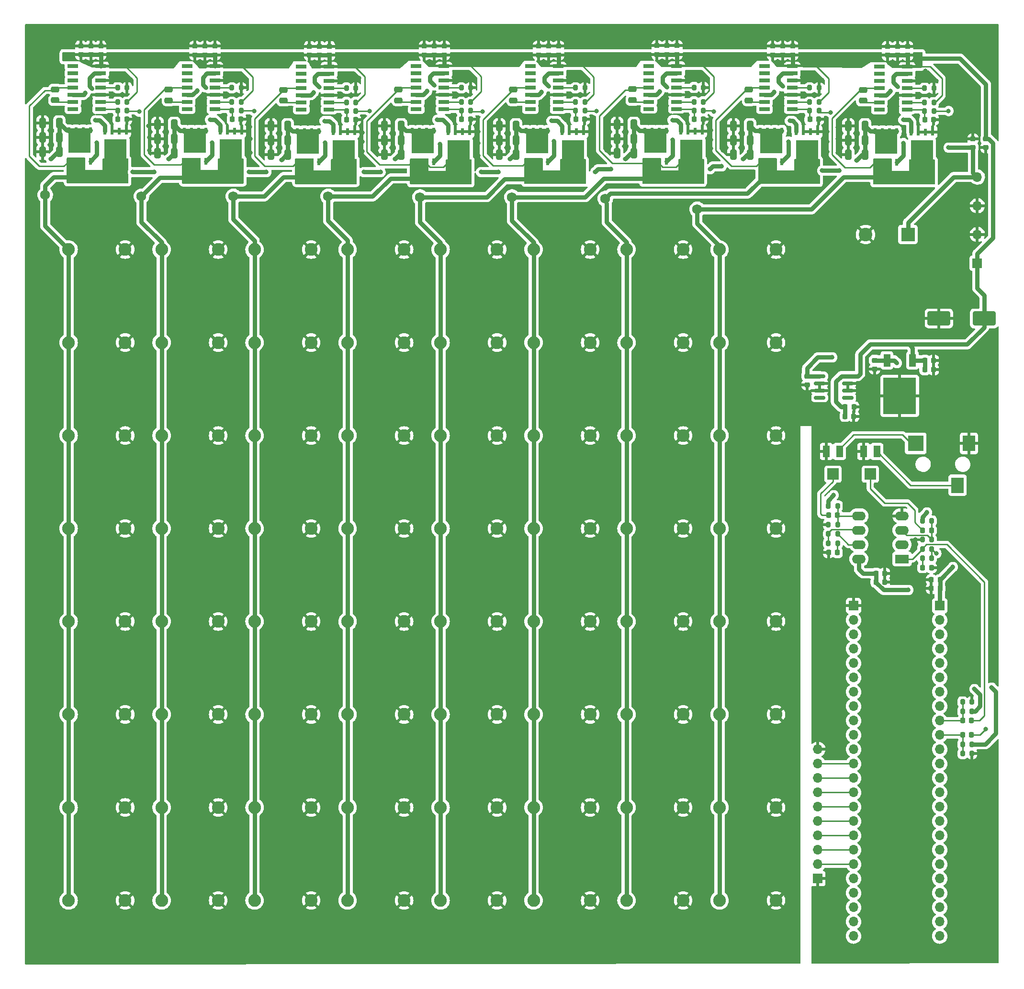
<source format=gbr>
%TF.GenerationSoftware,KiCad,Pcbnew,(6.0.2)*%
%TF.CreationDate,2022-03-01T14:51:48-05:00*%
%TF.ProjectId,SeniorDesign_FinalPCB_dal_power_complete,53656e69-6f72-4446-9573-69676e5f4669,rev?*%
%TF.SameCoordinates,Original*%
%TF.FileFunction,Copper,L1,Top*%
%TF.FilePolarity,Positive*%
%FSLAX46Y46*%
G04 Gerber Fmt 4.6, Leading zero omitted, Abs format (unit mm)*
G04 Created by KiCad (PCBNEW (6.0.2)) date 2022-03-01 14:51:48*
%MOMM*%
%LPD*%
G01*
G04 APERTURE LIST*
G04 Aperture macros list*
%AMRoundRect*
0 Rectangle with rounded corners*
0 $1 Rounding radius*
0 $2 $3 $4 $5 $6 $7 $8 $9 X,Y pos of 4 corners*
0 Add a 4 corners polygon primitive as box body*
4,1,4,$2,$3,$4,$5,$6,$7,$8,$9,$2,$3,0*
0 Add four circle primitives for the rounded corners*
1,1,$1+$1,$2,$3*
1,1,$1+$1,$4,$5*
1,1,$1+$1,$6,$7*
1,1,$1+$1,$8,$9*
0 Add four rect primitives between the rounded corners*
20,1,$1+$1,$2,$3,$4,$5,0*
20,1,$1+$1,$4,$5,$6,$7,0*
20,1,$1+$1,$6,$7,$8,$9,0*
20,1,$1+$1,$8,$9,$2,$3,0*%
G04 Aperture macros list end*
%TA.AperFunction,ComponentPad*%
%ADD10C,2.250000*%
%TD*%
%TA.AperFunction,SMDPad,CuDef*%
%ADD11RoundRect,0.225000X0.250000X-0.225000X0.250000X0.225000X-0.250000X0.225000X-0.250000X-0.225000X0*%
%TD*%
%TA.AperFunction,SMDPad,CuDef*%
%ADD12RoundRect,0.225000X-0.250000X0.225000X-0.250000X-0.225000X0.250000X-0.225000X0.250000X0.225000X0*%
%TD*%
%TA.AperFunction,SMDPad,CuDef*%
%ADD13RoundRect,0.225000X0.225000X0.250000X-0.225000X0.250000X-0.225000X-0.250000X0.225000X-0.250000X0*%
%TD*%
%TA.AperFunction,SMDPad,CuDef*%
%ADD14RoundRect,0.250000X-0.475000X0.250000X-0.475000X-0.250000X0.475000X-0.250000X0.475000X0.250000X0*%
%TD*%
%TA.AperFunction,SMDPad,CuDef*%
%ADD15RoundRect,0.250000X0.325000X0.650000X-0.325000X0.650000X-0.325000X-0.650000X0.325000X-0.650000X0*%
%TD*%
%TA.AperFunction,SMDPad,CuDef*%
%ADD16RoundRect,0.250000X-0.325000X-0.650000X0.325000X-0.650000X0.325000X0.650000X-0.325000X0.650000X0*%
%TD*%
%TA.AperFunction,SMDPad,CuDef*%
%ADD17R,0.610000X1.270000*%
%TD*%
%TA.AperFunction,SMDPad,CuDef*%
%ADD18R,0.610000X1.020000*%
%TD*%
%TA.AperFunction,SMDPad,CuDef*%
%ADD19R,3.910000X3.810000*%
%TD*%
%TA.AperFunction,SMDPad,CuDef*%
%ADD20RoundRect,0.200000X-0.200000X-0.275000X0.200000X-0.275000X0.200000X0.275000X-0.200000X0.275000X0*%
%TD*%
%TA.AperFunction,SMDPad,CuDef*%
%ADD21RoundRect,0.042000X0.908000X0.258000X-0.908000X0.258000X-0.908000X-0.258000X0.908000X-0.258000X0*%
%TD*%
%TA.AperFunction,SMDPad,CuDef*%
%ADD22RoundRect,0.200000X0.200000X0.275000X-0.200000X0.275000X-0.200000X-0.275000X0.200000X-0.275000X0*%
%TD*%
%TA.AperFunction,ComponentPad*%
%ADD23R,2.400000X1.600000*%
%TD*%
%TA.AperFunction,ComponentPad*%
%ADD24O,2.400000X1.600000*%
%TD*%
%TA.AperFunction,SMDPad,CuDef*%
%ADD25RoundRect,0.150000X-0.825000X-0.150000X0.825000X-0.150000X0.825000X0.150000X-0.825000X0.150000X0*%
%TD*%
%TA.AperFunction,SMDPad,CuDef*%
%ADD26RoundRect,0.225000X-0.225000X-0.250000X0.225000X-0.250000X0.225000X0.250000X-0.225000X0.250000X0*%
%TD*%
%TA.AperFunction,ComponentPad*%
%ADD27C,1.755000*%
%TD*%
%TA.AperFunction,ComponentPad*%
%ADD28R,1.700000X1.700000*%
%TD*%
%TA.AperFunction,ComponentPad*%
%ADD29O,1.700000X1.700000*%
%TD*%
%TA.AperFunction,SMDPad,CuDef*%
%ADD30R,1.300000X2.000000*%
%TD*%
%TA.AperFunction,SMDPad,CuDef*%
%ADD31R,2.000000X2.000000*%
%TD*%
%TA.AperFunction,SMDPad,CuDef*%
%ADD32R,1.200000X2.200000*%
%TD*%
%TA.AperFunction,SMDPad,CuDef*%
%ADD33R,5.800000X6.400000*%
%TD*%
%TA.AperFunction,ComponentPad*%
%ADD34R,2.400000X2.400000*%
%TD*%
%TA.AperFunction,ComponentPad*%
%ADD35C,2.400000*%
%TD*%
%TA.AperFunction,SMDPad,CuDef*%
%ADD36R,2.200000X2.800000*%
%TD*%
%TA.AperFunction,SMDPad,CuDef*%
%ADD37R,2.800000X2.800000*%
%TD*%
%TA.AperFunction,SMDPad,CuDef*%
%ADD38RoundRect,0.250000X1.750000X1.000000X-1.750000X1.000000X-1.750000X-1.000000X1.750000X-1.000000X0*%
%TD*%
%TA.AperFunction,ViaPad*%
%ADD39C,0.800000*%
%TD*%
%TA.AperFunction,ViaPad*%
%ADD40C,6.000000*%
%TD*%
%TA.AperFunction,Conductor*%
%ADD41C,0.762000*%
%TD*%
%TA.AperFunction,Conductor*%
%ADD42C,0.250000*%
%TD*%
%TA.AperFunction,Conductor*%
%ADD43C,0.254000*%
%TD*%
G04 APERTURE END LIST*
D10*
%TO.P,U14,1,SIG*%
%TO.N,COL2_OUT*%
X326405000Y-142425000D03*
%TO.P,U14,2,GND*%
%TO.N,GND*%
X336405000Y-142425000D03*
%TD*%
%TO.P,U15,1,SIG*%
%TO.N,COL2_OUT*%
X326405000Y-158870000D03*
%TO.P,U15,2,GND*%
%TO.N,GND*%
X336405000Y-158870000D03*
%TD*%
%TO.P,U16,1,SIG*%
%TO.N,COL2_OUT*%
X326405000Y-175315000D03*
%TO.P,U16,2,GND*%
%TO.N,GND*%
X336405000Y-175315000D03*
%TD*%
%TO.P,U17,1,SIG*%
%TO.N,COL3_OUT*%
X342850000Y-60200000D03*
%TO.P,U17,2,GND*%
%TO.N,GND*%
X352850000Y-60200000D03*
%TD*%
%TO.P,U18,1,SIG*%
%TO.N,COL3_OUT*%
X342850000Y-76645000D03*
%TO.P,U18,2,GND*%
%TO.N,GND*%
X352850000Y-76645000D03*
%TD*%
%TO.P,U19,1,SIG*%
%TO.N,COL3_OUT*%
X342850000Y-93090000D03*
%TO.P,U19,2,GND*%
%TO.N,GND*%
X352850000Y-93090000D03*
%TD*%
%TO.P,U20,1,SIG*%
%TO.N,COL3_OUT*%
X342850000Y-109535000D03*
%TO.P,U20,2,GND*%
%TO.N,GND*%
X352850000Y-109535000D03*
%TD*%
%TO.P,U21,1,SIG*%
%TO.N,COL3_OUT*%
X342850000Y-125980000D03*
%TO.P,U21,2,GND*%
%TO.N,GND*%
X352850000Y-125980000D03*
%TD*%
%TO.P,U22,1,SIG*%
%TO.N,COL3_OUT*%
X342850000Y-142425000D03*
%TO.P,U22,2,GND*%
%TO.N,GND*%
X352850000Y-142425000D03*
%TD*%
%TO.P,U23,1,SIG*%
%TO.N,COL3_OUT*%
X342850000Y-158870000D03*
%TO.P,U23,2,GND*%
%TO.N,GND*%
X352850000Y-158870000D03*
%TD*%
%TO.P,U24,1,SIG*%
%TO.N,COL3_OUT*%
X342850000Y-175315000D03*
%TO.P,U24,2,GND*%
%TO.N,GND*%
X352850000Y-175315000D03*
%TD*%
%TO.P,U25,1,SIG*%
%TO.N,COL4_OUT*%
X359295000Y-60200000D03*
%TO.P,U25,2,GND*%
%TO.N,GND*%
X369295000Y-60200000D03*
%TD*%
%TO.P,U26,1,SIG*%
%TO.N,COL4_OUT*%
X359295000Y-76645000D03*
%TO.P,U26,2,GND*%
%TO.N,GND*%
X369295000Y-76645000D03*
%TD*%
%TO.P,U27,1,SIG*%
%TO.N,COL4_OUT*%
X359295000Y-93090000D03*
%TO.P,U27,2,GND*%
%TO.N,GND*%
X369295000Y-93090000D03*
%TD*%
%TO.P,U28,1,SIG*%
%TO.N,COL4_OUT*%
X359295000Y-109535000D03*
%TO.P,U28,2,GND*%
%TO.N,GND*%
X369295000Y-109535000D03*
%TD*%
%TO.P,U29,1,SIG*%
%TO.N,COL4_OUT*%
X359295000Y-125980000D03*
%TO.P,U29,2,GND*%
%TO.N,GND*%
X369295000Y-125980000D03*
%TD*%
%TO.P,U30,1,SIG*%
%TO.N,COL4_OUT*%
X359295000Y-142425000D03*
%TO.P,U30,2,GND*%
%TO.N,GND*%
X369295000Y-142425000D03*
%TD*%
%TO.P,U31,1,SIG*%
%TO.N,COL4_OUT*%
X359295000Y-158870000D03*
%TO.P,U31,2,GND*%
%TO.N,GND*%
X369295000Y-158870000D03*
%TD*%
%TO.P,U32,1,SIG*%
%TO.N,COL4_OUT*%
X359295000Y-175315000D03*
%TO.P,U32,2,GND*%
%TO.N,GND*%
X369295000Y-175315000D03*
%TD*%
%TO.P,U33,1,SIG*%
%TO.N,COL5_OUT*%
X375740000Y-60200000D03*
%TO.P,U33,2,GND*%
%TO.N,GND*%
X385740000Y-60200000D03*
%TD*%
%TO.P,U34,1,SIG*%
%TO.N,COL5_OUT*%
X375740000Y-76645000D03*
%TO.P,U34,2,GND*%
%TO.N,GND*%
X385740000Y-76645000D03*
%TD*%
%TO.P,U35,1,SIG*%
%TO.N,COL5_OUT*%
X375740000Y-93090000D03*
%TO.P,U35,2,GND*%
%TO.N,GND*%
X385740000Y-93090000D03*
%TD*%
%TO.P,U36,1,SIG*%
%TO.N,COL5_OUT*%
X375740000Y-109535000D03*
%TO.P,U36,2,GND*%
%TO.N,GND*%
X385740000Y-109535000D03*
%TD*%
%TO.P,U37,1,SIG*%
%TO.N,COL5_OUT*%
X375740000Y-125980000D03*
%TO.P,U37,2,GND*%
%TO.N,GND*%
X385740000Y-125980000D03*
%TD*%
%TO.P,U38,1,SIG*%
%TO.N,COL5_OUT*%
X375740000Y-142425000D03*
%TO.P,U38,2,GND*%
%TO.N,GND*%
X385740000Y-142425000D03*
%TD*%
%TO.P,U39,1,SIG*%
%TO.N,COL5_OUT*%
X375740000Y-158870000D03*
%TO.P,U39,2,GND*%
%TO.N,GND*%
X385740000Y-158870000D03*
%TD*%
%TO.P,U40,1,SIG*%
%TO.N,COL5_OUT*%
X375740000Y-175315000D03*
%TO.P,U40,2,GND*%
%TO.N,GND*%
X385740000Y-175315000D03*
%TD*%
%TO.P,U41,1,SIG*%
%TO.N,COL6_OUT*%
X392185000Y-60200000D03*
%TO.P,U41,2,GND*%
%TO.N,GND*%
X402185000Y-60200000D03*
%TD*%
%TO.P,U42,1,SIG*%
%TO.N,COL6_OUT*%
X392185000Y-76645000D03*
%TO.P,U42,2,GND*%
%TO.N,GND*%
X402185000Y-76645000D03*
%TD*%
%TO.P,U43,1,SIG*%
%TO.N,COL6_OUT*%
X392185000Y-93090000D03*
%TO.P,U43,2,GND*%
%TO.N,GND*%
X402185000Y-93090000D03*
%TD*%
%TO.P,U44,1,SIG*%
%TO.N,COL6_OUT*%
X392185000Y-109535000D03*
%TO.P,U44,2,GND*%
%TO.N,GND*%
X402185000Y-109535000D03*
%TD*%
%TO.P,U45,1,SIG*%
%TO.N,COL6_OUT*%
X392185000Y-125980000D03*
%TO.P,U45,2,GND*%
%TO.N,GND*%
X402185000Y-125980000D03*
%TD*%
%TO.P,U46,1,SIG*%
%TO.N,COL6_OUT*%
X392185000Y-142425000D03*
%TO.P,U46,2,GND*%
%TO.N,GND*%
X402185000Y-142425000D03*
%TD*%
%TO.P,U47,1,SIG*%
%TO.N,COL6_OUT*%
X392185000Y-158870000D03*
%TO.P,U47,2,GND*%
%TO.N,GND*%
X402185000Y-158870000D03*
%TD*%
%TO.P,U48,1,SIG*%
%TO.N,COL6_OUT*%
X392185000Y-175315000D03*
%TO.P,U48,2,GND*%
%TO.N,GND*%
X402185000Y-175315000D03*
%TD*%
%TO.P,U49,1,SIG*%
%TO.N,COL7_OUT*%
X408630000Y-60200000D03*
%TO.P,U49,2,GND*%
%TO.N,GND*%
X418630000Y-60200000D03*
%TD*%
%TO.P,U50,1,SIG*%
%TO.N,COL7_OUT*%
X408630000Y-76645000D03*
%TO.P,U50,2,GND*%
%TO.N,GND*%
X418630000Y-76645000D03*
%TD*%
%TO.P,U51,1,SIG*%
%TO.N,COL7_OUT*%
X408630000Y-93090000D03*
%TO.P,U51,2,GND*%
%TO.N,GND*%
X418630000Y-93090000D03*
%TD*%
%TO.P,U52,1,SIG*%
%TO.N,COL7_OUT*%
X408630000Y-109535000D03*
%TO.P,U52,2,GND*%
%TO.N,GND*%
X418630000Y-109535000D03*
%TD*%
%TO.P,U53,1,SIG*%
%TO.N,COL7_OUT*%
X408630000Y-125980000D03*
%TO.P,U53,2,GND*%
%TO.N,GND*%
X418630000Y-125980000D03*
%TD*%
%TO.P,U54,1,SIG*%
%TO.N,COL7_OUT*%
X408630000Y-142425000D03*
%TO.P,U54,2,GND*%
%TO.N,GND*%
X418630000Y-142425000D03*
%TD*%
%TO.P,U55,1,SIG*%
%TO.N,COL7_OUT*%
X408630000Y-158870000D03*
%TO.P,U55,2,GND*%
%TO.N,GND*%
X418630000Y-158870000D03*
%TD*%
%TO.P,U56,1,SIG*%
%TO.N,COL7_OUT*%
X408630000Y-175315000D03*
%TO.P,U56,2,GND*%
%TO.N,GND*%
X418630000Y-175315000D03*
%TD*%
%TO.P,U57,1,SIG*%
%TO.N,COL8_OUT*%
X425075000Y-60200000D03*
%TO.P,U57,2,GND*%
%TO.N,GND*%
X435075000Y-60200000D03*
%TD*%
%TO.P,U58,1,SIG*%
%TO.N,COL8_OUT*%
X425075000Y-76645000D03*
%TO.P,U58,2,GND*%
%TO.N,GND*%
X435075000Y-76645000D03*
%TD*%
%TO.P,U59,1,SIG*%
%TO.N,COL8_OUT*%
X425075000Y-93090000D03*
%TO.P,U59,2,GND*%
%TO.N,GND*%
X435075000Y-93090000D03*
%TD*%
%TO.P,U60,1,SIG*%
%TO.N,COL8_OUT*%
X425075000Y-109535000D03*
%TO.P,U60,2,GND*%
%TO.N,GND*%
X435075000Y-109535000D03*
%TD*%
%TO.P,U61,1,SIG*%
%TO.N,COL8_OUT*%
X425075000Y-125980000D03*
%TO.P,U61,2,GND*%
%TO.N,GND*%
X435075000Y-125980000D03*
%TD*%
%TO.P,U62,1,SIG*%
%TO.N,COL8_OUT*%
X425075000Y-142425000D03*
%TO.P,U62,2,GND*%
%TO.N,GND*%
X435075000Y-142425000D03*
%TD*%
%TO.P,U63,1,SIG*%
%TO.N,COL8_OUT*%
X425075000Y-158870000D03*
%TO.P,U63,2,GND*%
%TO.N,GND*%
X435075000Y-158870000D03*
%TD*%
%TO.P,U64,1,SIG*%
%TO.N,COL8_OUT*%
X425075000Y-175315000D03*
%TO.P,U64,2,GND*%
%TO.N,GND*%
X435075000Y-175315000D03*
%TD*%
%TO.P,U1,1,SIG*%
%TO.N,COL1_OUT*%
X309960000Y-60200000D03*
%TO.P,U1,2,GND*%
%TO.N,GND*%
X319960000Y-60200000D03*
%TD*%
%TO.P,U2,1,SIG*%
%TO.N,COL1_OUT*%
X309960000Y-76645000D03*
%TO.P,U2,2,GND*%
%TO.N,GND*%
X319960000Y-76645000D03*
%TD*%
%TO.P,U3,1,SIG*%
%TO.N,COL1_OUT*%
X309960000Y-93090000D03*
%TO.P,U3,2,GND*%
%TO.N,GND*%
X319960000Y-93090000D03*
%TD*%
%TO.P,U4,1,SIG*%
%TO.N,COL1_OUT*%
X309960000Y-109535000D03*
%TO.P,U4,2,GND*%
%TO.N,GND*%
X319960000Y-109535000D03*
%TD*%
%TO.P,U5,1,SIG*%
%TO.N,COL1_OUT*%
X309960000Y-125980000D03*
%TO.P,U5,2,GND*%
%TO.N,GND*%
X319960000Y-125980000D03*
%TD*%
%TO.P,U6,1,SIG*%
%TO.N,COL1_OUT*%
X309960000Y-142425000D03*
%TO.P,U6,2,GND*%
%TO.N,GND*%
X319960000Y-142425000D03*
%TD*%
%TO.P,U7,1,SIG*%
%TO.N,COL1_OUT*%
X309960000Y-158870000D03*
%TO.P,U7,2,GND*%
%TO.N,GND*%
X319960000Y-158870000D03*
%TD*%
%TO.P,U8,1,SIG*%
%TO.N,COL1_OUT*%
X309960000Y-175315000D03*
%TO.P,U8,2,GND*%
%TO.N,GND*%
X319960000Y-175315000D03*
%TD*%
%TO.P,U9,1,SIG*%
%TO.N,COL2_OUT*%
X326405000Y-60200000D03*
%TO.P,U9,2,GND*%
%TO.N,GND*%
X336405000Y-60200000D03*
%TD*%
%TO.P,U10,1,SIG*%
%TO.N,COL2_OUT*%
X326405000Y-76645000D03*
%TO.P,U10,2,GND*%
%TO.N,GND*%
X336405000Y-76645000D03*
%TD*%
%TO.P,U11,1,SIG*%
%TO.N,COL2_OUT*%
X326405000Y-93090000D03*
%TO.P,U11,2,GND*%
%TO.N,GND*%
X336405000Y-93090000D03*
%TD*%
%TO.P,U12,1,SIG*%
%TO.N,COL2_OUT*%
X326405000Y-109535000D03*
%TO.P,U12,2,GND*%
%TO.N,GND*%
X336405000Y-109535000D03*
%TD*%
%TO.P,U13,1,SIG*%
%TO.N,COL2_OUT*%
X326405000Y-125980000D03*
%TO.P,U13,2,GND*%
%TO.N,GND*%
X336405000Y-125980000D03*
%TD*%
D11*
%TO.P,C1,1*%
%TO.N,+12V*%
X315651500Y-25739000D03*
%TO.P,C1,2*%
%TO.N,GND*%
X315651500Y-24189000D03*
%TD*%
%TO.P,C2,1*%
%TO.N,+12V*%
X335844500Y-25765000D03*
%TO.P,C2,2*%
%TO.N,GND*%
X335844500Y-24215000D03*
%TD*%
%TO.P,C3,1*%
%TO.N,+12V*%
X356108000Y-25807000D03*
%TO.P,C3,2*%
%TO.N,GND*%
X356108000Y-24257000D03*
%TD*%
%TO.P,C4,1*%
%TO.N,+12V*%
X376428000Y-25765000D03*
%TO.P,C4,2*%
%TO.N,GND*%
X376428000Y-24215000D03*
%TD*%
D12*
%TO.P,C5,1*%
%TO.N,GND*%
X469900000Y-40627000D03*
%TO.P,C5,2*%
%TO.N,VPP*%
X469900000Y-42177000D03*
%TD*%
%TO.P,C6,1*%
%TO.N,+12V*%
X472186000Y-40627000D03*
%TO.P,C6,2*%
%TO.N,GND*%
X472186000Y-42177000D03*
%TD*%
%TO.P,C7,1*%
%TO.N,GND*%
X313873500Y-24189000D03*
%TO.P,C7,2*%
%TO.N,+12V*%
X313873500Y-25739000D03*
%TD*%
%TO.P,C8,1*%
%TO.N,GND*%
X334066500Y-24215000D03*
%TO.P,C8,2*%
%TO.N,+12V*%
X334066500Y-25765000D03*
%TD*%
%TO.P,C9,1*%
%TO.N,GND*%
X354330000Y-24257000D03*
%TO.P,C9,2*%
%TO.N,+12V*%
X354330000Y-25807000D03*
%TD*%
%TO.P,C10,1*%
%TO.N,GND*%
X374650000Y-24215000D03*
%TO.P,C10,2*%
%TO.N,+12V*%
X374650000Y-25765000D03*
%TD*%
%TO.P,C11,1*%
%TO.N,GND*%
X312095500Y-24189000D03*
%TO.P,C11,2*%
%TO.N,+12V*%
X312095500Y-25739000D03*
%TD*%
%TO.P,C12,1*%
%TO.N,GND*%
X332288500Y-24215000D03*
%TO.P,C12,2*%
%TO.N,+12V*%
X332288500Y-25765000D03*
%TD*%
%TO.P,C13,1*%
%TO.N,GND*%
X352552000Y-24257000D03*
%TO.P,C13,2*%
%TO.N,+12V*%
X352552000Y-25807000D03*
%TD*%
%TO.P,C14,1*%
%TO.N,GND*%
X372872000Y-24215000D03*
%TO.P,C14,2*%
%TO.N,+12V*%
X372872000Y-25765000D03*
%TD*%
D13*
%TO.P,C15,1*%
%TO.N,GND*%
X320236500Y-37156000D03*
%TO.P,C15,2*%
%TO.N,Net-(C15-Pad2)*%
X318686500Y-37156000D03*
%TD*%
%TO.P,C16,1*%
%TO.N,GND*%
X340429500Y-37182000D03*
%TO.P,C16,2*%
%TO.N,Net-(C16-Pad2)*%
X338879500Y-37182000D03*
%TD*%
%TO.P,C17,1*%
%TO.N,GND*%
X360693000Y-37224000D03*
%TO.P,C17,2*%
%TO.N,Net-(C17-Pad2)*%
X359143000Y-37224000D03*
%TD*%
%TO.P,C18,1*%
%TO.N,GND*%
X381013000Y-37182000D03*
%TO.P,C18,2*%
%TO.N,Net-(C18-Pad2)*%
X379463000Y-37182000D03*
%TD*%
D14*
%TO.P,C19,1*%
%TO.N,COL1_OUT*%
X307594000Y-31888000D03*
%TO.P,C19,2*%
%TO.N,Net-(C19-Pad2)*%
X307594000Y-33788000D03*
%TD*%
%TO.P,C20,1*%
%TO.N,COL2_OUT*%
X327660000Y-31914000D03*
%TO.P,C20,2*%
%TO.N,Net-(C20-Pad2)*%
X327660000Y-33814000D03*
%TD*%
%TO.P,C21,1*%
%TO.N,COL3_OUT*%
X347980000Y-31956000D03*
%TO.P,C21,2*%
%TO.N,Net-(C21-Pad2)*%
X347980000Y-33856000D03*
%TD*%
%TO.P,C22,1*%
%TO.N,COL4_OUT*%
X368300000Y-31914000D03*
%TO.P,C22,2*%
%TO.N,Net-(C22-Pad2)*%
X368300000Y-33814000D03*
%TD*%
D15*
%TO.P,C23,1*%
%TO.N,VPP*%
X308307000Y-40386000D03*
%TO.P,C23,2*%
%TO.N,GND*%
X305357000Y-40386000D03*
%TD*%
%TO.P,C24,1*%
%TO.N,VPP*%
X328627000Y-40640000D03*
%TO.P,C24,2*%
%TO.N,GND*%
X325677000Y-40640000D03*
%TD*%
%TO.P,C25,1*%
%TO.N,VPP*%
X348693000Y-40894000D03*
%TO.P,C25,2*%
%TO.N,GND*%
X345743000Y-40894000D03*
%TD*%
%TO.P,C26,1*%
%TO.N,VPP*%
X368759000Y-40894000D03*
%TO.P,C26,2*%
%TO.N,GND*%
X365809000Y-40894000D03*
%TD*%
D16*
%TO.P,C27,1*%
%TO.N,GND*%
X305357000Y-37846000D03*
%TO.P,C27,2*%
%TO.N,VPP*%
X308307000Y-37846000D03*
%TD*%
%TO.P,C28,1*%
%TO.N,GND*%
X325677000Y-38100000D03*
%TO.P,C28,2*%
%TO.N,VPP*%
X328627000Y-38100000D03*
%TD*%
%TO.P,C29,1*%
%TO.N,GND*%
X345743000Y-38354000D03*
%TO.P,C29,2*%
%TO.N,VPP*%
X348693000Y-38354000D03*
%TD*%
%TO.P,C30,1*%
%TO.N,GND*%
X365809000Y-38354000D03*
%TO.P,C30,2*%
%TO.N,VPP*%
X368759000Y-38354000D03*
%TD*%
%TO.P,C31,1*%
%TO.N,GND*%
X305357000Y-42926000D03*
%TO.P,C31,2*%
%TO.N,VPP*%
X308307000Y-42926000D03*
%TD*%
%TO.P,C32,1*%
%TO.N,GND*%
X325677000Y-43180000D03*
%TO.P,C32,2*%
%TO.N,VPP*%
X328627000Y-43180000D03*
%TD*%
%TO.P,C33,1*%
%TO.N,GND*%
X345743000Y-43434000D03*
%TO.P,C33,2*%
%TO.N,VPP*%
X348693000Y-43434000D03*
%TD*%
%TO.P,C34,1*%
%TO.N,GND*%
X365809000Y-43434000D03*
%TO.P,C34,2*%
%TO.N,VPP*%
X368759000Y-43434000D03*
%TD*%
D11*
%TO.P,C35,1*%
%TO.N,+12V*%
X396621000Y-25765000D03*
%TO.P,C35,2*%
%TO.N,GND*%
X396621000Y-24215000D03*
%TD*%
%TO.P,C36,1*%
%TO.N,+12V*%
X417576000Y-25696000D03*
%TO.P,C36,2*%
%TO.N,GND*%
X417576000Y-24146000D03*
%TD*%
%TO.P,C37,1*%
%TO.N,+12V*%
X438023000Y-25765000D03*
%TO.P,C37,2*%
%TO.N,GND*%
X438023000Y-24215000D03*
%TD*%
%TO.P,C38,1*%
%TO.N,+12V*%
X458343000Y-25826000D03*
%TO.P,C38,2*%
%TO.N,GND*%
X458343000Y-24276000D03*
%TD*%
D12*
%TO.P,C39,1*%
%TO.N,GND*%
X394843000Y-24215000D03*
%TO.P,C39,2*%
%TO.N,+12V*%
X394843000Y-25765000D03*
%TD*%
%TO.P,C40,1*%
%TO.N,GND*%
X415798000Y-24146000D03*
%TO.P,C40,2*%
%TO.N,+12V*%
X415798000Y-25696000D03*
%TD*%
%TO.P,C41,1*%
%TO.N,GND*%
X436245000Y-24215000D03*
%TO.P,C41,2*%
%TO.N,+12V*%
X436245000Y-25765000D03*
%TD*%
%TO.P,C42,1*%
%TO.N,GND*%
X456565000Y-24276000D03*
%TO.P,C42,2*%
%TO.N,+12V*%
X456565000Y-25826000D03*
%TD*%
%TO.P,C43,1*%
%TO.N,GND*%
X393065000Y-24215000D03*
%TO.P,C43,2*%
%TO.N,+12V*%
X393065000Y-25765000D03*
%TD*%
%TO.P,C44,1*%
%TO.N,GND*%
X414020000Y-24146000D03*
%TO.P,C44,2*%
%TO.N,+12V*%
X414020000Y-25696000D03*
%TD*%
%TO.P,C45,1*%
%TO.N,GND*%
X434467000Y-24215000D03*
%TO.P,C45,2*%
%TO.N,+12V*%
X434467000Y-25765000D03*
%TD*%
%TO.P,C46,1*%
%TO.N,GND*%
X454787000Y-24276000D03*
%TO.P,C46,2*%
%TO.N,+12V*%
X454787000Y-25826000D03*
%TD*%
D13*
%TO.P,C47,1*%
%TO.N,GND*%
X401206000Y-37182000D03*
%TO.P,C47,2*%
%TO.N,Net-(C47-Pad2)*%
X399656000Y-37182000D03*
%TD*%
%TO.P,C48,1*%
%TO.N,GND*%
X422161000Y-37113000D03*
%TO.P,C48,2*%
%TO.N,Net-(C48-Pad2)*%
X420611000Y-37113000D03*
%TD*%
%TO.P,C49,1*%
%TO.N,GND*%
X442608000Y-37182000D03*
%TO.P,C49,2*%
%TO.N,Net-(C49-Pad2)*%
X441058000Y-37182000D03*
%TD*%
%TO.P,C50,1*%
%TO.N,GND*%
X462928000Y-37243000D03*
%TO.P,C50,2*%
%TO.N,Net-(C50-Pad2)*%
X461378000Y-37243000D03*
%TD*%
D14*
%TO.P,C51,1*%
%TO.N,COL5_OUT*%
X388620000Y-31914000D03*
%TO.P,C51,2*%
%TO.N,Net-(C51-Pad2)*%
X388620000Y-33814000D03*
%TD*%
%TO.P,C52,1*%
%TO.N,COL6_OUT*%
X409702000Y-31845000D03*
%TO.P,C52,2*%
%TO.N,Net-(C52-Pad2)*%
X409702000Y-33745000D03*
%TD*%
%TO.P,C53,1*%
%TO.N,COL7_OUT*%
X430276000Y-31914000D03*
%TO.P,C53,2*%
%TO.N,Net-(C53-Pad2)*%
X430276000Y-33814000D03*
%TD*%
%TO.P,C54,1*%
%TO.N,COL8_OUT*%
X450469000Y-31975000D03*
%TO.P,C54,2*%
%TO.N,Net-(C54-Pad2)*%
X450469000Y-33875000D03*
%TD*%
D15*
%TO.P,C55,1*%
%TO.N,VPP*%
X389079000Y-40894000D03*
%TO.P,C55,2*%
%TO.N,GND*%
X386129000Y-40894000D03*
%TD*%
%TO.P,C56,1*%
%TO.N,VPP*%
X409907000Y-40640000D03*
%TO.P,C56,2*%
%TO.N,GND*%
X406957000Y-40640000D03*
%TD*%
%TO.P,C57,1*%
%TO.N,VPP*%
X430481000Y-40894000D03*
%TO.P,C57,2*%
%TO.N,GND*%
X427531000Y-40894000D03*
%TD*%
%TO.P,C58,1*%
%TO.N,VPP*%
X450801000Y-40894000D03*
%TO.P,C58,2*%
%TO.N,GND*%
X447851000Y-40894000D03*
%TD*%
D16*
%TO.P,C59,1*%
%TO.N,GND*%
X386129000Y-38354000D03*
%TO.P,C59,2*%
%TO.N,VPP*%
X389079000Y-38354000D03*
%TD*%
%TO.P,C60,1*%
%TO.N,GND*%
X406957000Y-38100000D03*
%TO.P,C60,2*%
%TO.N,VPP*%
X409907000Y-38100000D03*
%TD*%
%TO.P,C61,1*%
%TO.N,GND*%
X427531000Y-38354000D03*
%TO.P,C61,2*%
%TO.N,VPP*%
X430481000Y-38354000D03*
%TD*%
%TO.P,C62,1*%
%TO.N,GND*%
X447851000Y-38354000D03*
%TO.P,C62,2*%
%TO.N,VPP*%
X450801000Y-38354000D03*
%TD*%
%TO.P,C63,1*%
%TO.N,GND*%
X386129000Y-43434000D03*
%TO.P,C63,2*%
%TO.N,VPP*%
X389079000Y-43434000D03*
%TD*%
%TO.P,C64,1*%
%TO.N,GND*%
X406957000Y-43180000D03*
%TO.P,C64,2*%
%TO.N,VPP*%
X409907000Y-43180000D03*
%TD*%
%TO.P,C65,1*%
%TO.N,GND*%
X427531000Y-43434000D03*
%TO.P,C65,2*%
%TO.N,VPP*%
X430481000Y-43434000D03*
%TD*%
%TO.P,C66,1*%
%TO.N,GND*%
X447851000Y-43434000D03*
%TO.P,C66,2*%
%TO.N,VPP*%
X450801000Y-43434000D03*
%TD*%
D17*
%TO.P,Q1,1,S*%
%TO.N,COL1_OUT*%
X310007000Y-44580000D03*
%TO.P,Q1,2,S*%
X311277000Y-44580000D03*
%TO.P,Q1,3,S*%
X312547000Y-44580000D03*
%TO.P,Q1,4,G*%
%TO.N,Net-(D1-Pad2)*%
X313817000Y-44580000D03*
D18*
%TO.P,Q1,5,D*%
%TO.N,VPP*%
X311277000Y-39115000D03*
X312547000Y-39115000D03*
X310007000Y-39115000D03*
D19*
X311912000Y-41220000D03*
D18*
X313817000Y-39115000D03*
%TD*%
D17*
%TO.P,Q2,1,S*%
%TO.N,GND*%
X320167000Y-39240000D03*
%TO.P,Q2,2,S*%
X318897000Y-39240000D03*
%TO.P,Q2,3,S*%
X317627000Y-39240000D03*
%TO.P,Q2,4,G*%
%TO.N,Net-(D2-Pad2)*%
X316357000Y-39240000D03*
D18*
%TO.P,Q2,5,D*%
%TO.N,COL1_OUT*%
X316357000Y-44705000D03*
X317627000Y-44705000D03*
X320167000Y-44705000D03*
X318897000Y-44705000D03*
D19*
X318262000Y-42600000D03*
%TD*%
D17*
%TO.P,Q3,1,S*%
%TO.N,COL2_OUT*%
X330383500Y-44606000D03*
%TO.P,Q3,2,S*%
X331653500Y-44606000D03*
%TO.P,Q3,3,S*%
X332923500Y-44606000D03*
%TO.P,Q3,4,G*%
%TO.N,Net-(D3-Pad2)*%
X334193500Y-44606000D03*
D19*
%TO.P,Q3,5,D*%
%TO.N,VPP*%
X332288500Y-41246000D03*
D18*
X330383500Y-39141000D03*
X331653500Y-39141000D03*
X334193500Y-39141000D03*
X332923500Y-39141000D03*
%TD*%
D17*
%TO.P,Q4,1,S*%
%TO.N,GND*%
X340543500Y-39235001D03*
%TO.P,Q4,2,S*%
X339273500Y-39235001D03*
%TO.P,Q4,3,S*%
X338003500Y-39235001D03*
%TO.P,Q4,4,G*%
%TO.N,Net-(D4-Pad2)*%
X336733500Y-39235001D03*
D19*
%TO.P,Q4,5,D*%
%TO.N,COL2_OUT*%
X338638500Y-42595001D03*
D18*
X340543500Y-44700001D03*
X338003500Y-44700001D03*
X336733500Y-44700001D03*
X339273500Y-44700001D03*
%TD*%
D17*
%TO.P,Q5,1,S*%
%TO.N,COL3_OUT*%
X350393000Y-44720000D03*
%TO.P,Q5,2,S*%
X351663000Y-44720000D03*
%TO.P,Q5,3,S*%
X352933000Y-44720000D03*
%TO.P,Q5,4,G*%
%TO.N,Net-(D5-Pad2)*%
X354203000Y-44720000D03*
D18*
%TO.P,Q5,5,D*%
%TO.N,VPP*%
X350393000Y-39255000D03*
X352933000Y-39255000D03*
D19*
X352298000Y-41360000D03*
D18*
X351663000Y-39255000D03*
X354203000Y-39255000D03*
%TD*%
D17*
%TO.P,Q6,1,S*%
%TO.N,GND*%
X360553000Y-39380000D03*
%TO.P,Q6,2,S*%
X359283000Y-39380000D03*
%TO.P,Q6,3,S*%
X358013000Y-39380000D03*
%TO.P,Q6,4,G*%
%TO.N,Net-(D6-Pad2)*%
X356743000Y-39380000D03*
D18*
%TO.P,Q6,5,D*%
%TO.N,COL3_OUT*%
X358013000Y-44845000D03*
X359283000Y-44845000D03*
D19*
X358648000Y-42740000D03*
D18*
X360553000Y-44845000D03*
X356743000Y-44845000D03*
%TD*%
D17*
%TO.P,Q7,1,S*%
%TO.N,COL4_OUT*%
X370713000Y-44678000D03*
%TO.P,Q7,2,S*%
X371983000Y-44678000D03*
%TO.P,Q7,3,S*%
X373253000Y-44678000D03*
%TO.P,Q7,4,G*%
%TO.N,Net-(D7-Pad2)*%
X374523000Y-44678000D03*
D18*
%TO.P,Q7,5,D*%
%TO.N,VPP*%
X371983000Y-39213000D03*
X373253000Y-39213000D03*
X374523000Y-39213000D03*
X370713000Y-39213000D03*
D19*
X372618000Y-41318000D03*
%TD*%
D17*
%TO.P,Q8,1,S*%
%TO.N,GND*%
X380873000Y-39338000D03*
%TO.P,Q8,2,S*%
X379603000Y-39338000D03*
%TO.P,Q8,3,S*%
X378333000Y-39338000D03*
%TO.P,Q8,4,G*%
%TO.N,Net-(D8-Pad2)*%
X377063000Y-39338000D03*
D19*
%TO.P,Q8,5,D*%
%TO.N,COL4_OUT*%
X378968000Y-42698000D03*
D18*
X378333000Y-44803000D03*
X379603000Y-44803000D03*
X377063000Y-44803000D03*
X380873000Y-44803000D03*
%TD*%
D17*
%TO.P,Q9,1,S*%
%TO.N,COL5_OUT*%
X390906000Y-44678000D03*
%TO.P,Q9,2,S*%
X392176000Y-44678000D03*
%TO.P,Q9,3,S*%
X393446000Y-44678000D03*
%TO.P,Q9,4,G*%
%TO.N,Net-(D9-Pad2)*%
X394716000Y-44678000D03*
D18*
%TO.P,Q9,5,D*%
%TO.N,VPP*%
X393446000Y-39213000D03*
D19*
X392811000Y-41318000D03*
D18*
X390906000Y-39213000D03*
X394716000Y-39213000D03*
X392176000Y-39213000D03*
%TD*%
D17*
%TO.P,Q10,1,S*%
%TO.N,GND*%
X401066000Y-39338000D03*
%TO.P,Q10,2,S*%
X399796000Y-39338000D03*
%TO.P,Q10,3,S*%
X398526000Y-39338000D03*
%TO.P,Q10,4,G*%
%TO.N,Net-(D10-Pad2)*%
X397256000Y-39338000D03*
D18*
%TO.P,Q10,5,D*%
%TO.N,COL5_OUT*%
X399796000Y-44803000D03*
X401066000Y-44803000D03*
D19*
X399161000Y-42698000D03*
D18*
X398526000Y-44803000D03*
X397256000Y-44803000D03*
%TD*%
D17*
%TO.P,Q11,1,S*%
%TO.N,COL6_OUT*%
X411861000Y-44609000D03*
%TO.P,Q11,2,S*%
X413131000Y-44609000D03*
%TO.P,Q11,3,S*%
X414401000Y-44609000D03*
%TO.P,Q11,4,G*%
%TO.N,Net-(D11-Pad2)*%
X415671000Y-44609000D03*
D18*
%TO.P,Q11,5,D*%
%TO.N,VPP*%
X414401000Y-39144000D03*
X411861000Y-39144000D03*
X413131000Y-39144000D03*
D19*
X413766000Y-41249000D03*
D18*
X415671000Y-39144000D03*
%TD*%
D17*
%TO.P,Q12,1,S*%
%TO.N,GND*%
X422021000Y-39269000D03*
%TO.P,Q12,2,S*%
X420751000Y-39269000D03*
%TO.P,Q12,3,S*%
X419481000Y-39269000D03*
%TO.P,Q12,4,G*%
%TO.N,Net-(D12-Pad2)*%
X418211000Y-39269000D03*
D18*
%TO.P,Q12,5,D*%
%TO.N,COL6_OUT*%
X420751000Y-44734000D03*
X422021000Y-44734000D03*
X418211000Y-44734000D03*
X419481000Y-44734000D03*
D19*
X420116000Y-42629000D03*
%TD*%
D17*
%TO.P,Q13,1,S*%
%TO.N,COL7_OUT*%
X432308000Y-44678000D03*
%TO.P,Q13,2,S*%
X433578000Y-44678000D03*
%TO.P,Q13,3,S*%
X434848000Y-44678000D03*
%TO.P,Q13,4,G*%
%TO.N,Net-(D13-Pad2)*%
X436118000Y-44678000D03*
D18*
%TO.P,Q13,5,D*%
%TO.N,VPP*%
X432308000Y-39213000D03*
D19*
X434213000Y-41318000D03*
D18*
X433578000Y-39213000D03*
X436118000Y-39213000D03*
X434848000Y-39213000D03*
%TD*%
D17*
%TO.P,Q14,1,S*%
%TO.N,GND*%
X442468000Y-39338000D03*
%TO.P,Q14,2,S*%
X441198000Y-39338000D03*
%TO.P,Q14,3,S*%
X439928000Y-39338000D03*
%TO.P,Q14,4,G*%
%TO.N,Net-(D14-Pad2)*%
X438658000Y-39338000D03*
D18*
%TO.P,Q14,5,D*%
%TO.N,COL7_OUT*%
X442468000Y-44803000D03*
X438658000Y-44803000D03*
X439928000Y-44803000D03*
D19*
X440563000Y-42698000D03*
D18*
X441198000Y-44803000D03*
%TD*%
D17*
%TO.P,Q15,1,S*%
%TO.N,COL8_OUT*%
X452628000Y-44739000D03*
%TO.P,Q15,2,S*%
X453898000Y-44739000D03*
%TO.P,Q15,3,S*%
X455168000Y-44739000D03*
%TO.P,Q15,4,G*%
%TO.N,Net-(D15-Pad2)*%
X456438000Y-44739000D03*
D18*
%TO.P,Q15,5,D*%
%TO.N,VPP*%
X452628000Y-39274000D03*
D19*
X454533000Y-41379000D03*
D18*
X453898000Y-39274000D03*
X455168000Y-39274000D03*
X456438000Y-39274000D03*
%TD*%
D17*
%TO.P,Q16,1,S*%
%TO.N,GND*%
X462788000Y-39399000D03*
%TO.P,Q16,2,S*%
X461518000Y-39399000D03*
%TO.P,Q16,3,S*%
X460248000Y-39399000D03*
%TO.P,Q16,4,G*%
%TO.N,Net-(D16-Pad2)*%
X458978000Y-39399000D03*
D18*
%TO.P,Q16,5,D*%
%TO.N,COL8_OUT*%
X461518000Y-44864000D03*
X462788000Y-44864000D03*
D19*
X460883000Y-42759000D03*
D18*
X458978000Y-44864000D03*
X460248000Y-44864000D03*
%TD*%
D20*
%TO.P,R1,1*%
%TO.N,Net-(C15-Pad2)*%
X318636500Y-35632000D03*
%TO.P,R1,2*%
%TO.N,COL1_SIG*%
X320286500Y-35632000D03*
%TD*%
%TO.P,R2,1*%
%TO.N,Net-(C16-Pad2)*%
X338829500Y-35658000D03*
%TO.P,R2,2*%
%TO.N,COL2_SIG*%
X340479500Y-35658000D03*
%TD*%
%TO.P,R3,1*%
%TO.N,Net-(C17-Pad2)*%
X359093000Y-35700000D03*
%TO.P,R3,2*%
%TO.N,COL3_SIG*%
X360743000Y-35700000D03*
%TD*%
%TO.P,R4,1*%
%TO.N,Net-(C18-Pad2)*%
X379413000Y-35658000D03*
%TO.P,R4,2*%
%TO.N,COL4_SIG*%
X381063000Y-35658000D03*
%TD*%
%TO.P,R5,1*%
%TO.N,Net-(R5-Pad1)*%
X318636500Y-31568000D03*
%TO.P,R5,2*%
%TO.N,GND*%
X320286500Y-31568000D03*
%TD*%
%TO.P,R6,1*%
%TO.N,Net-(R6-Pad1)*%
X338829500Y-31594000D03*
%TO.P,R6,2*%
%TO.N,GND*%
X340479500Y-31594000D03*
%TD*%
%TO.P,R7,1*%
%TO.N,Net-(R7-Pad1)*%
X359093000Y-31636000D03*
%TO.P,R7,2*%
%TO.N,GND*%
X360743000Y-31636000D03*
%TD*%
%TO.P,R8,1*%
%TO.N,Net-(R8-Pad1)*%
X379413000Y-31594000D03*
%TO.P,R8,2*%
%TO.N,GND*%
X381063000Y-31594000D03*
%TD*%
%TO.P,R9,1*%
%TO.N,Net-(R9-Pad1)*%
X318636500Y-34108000D03*
%TO.P,R9,2*%
%TO.N,+12V*%
X320286500Y-34108000D03*
%TD*%
%TO.P,R10,1*%
%TO.N,Net-(R10-Pad1)*%
X338829500Y-34134000D03*
%TO.P,R10,2*%
%TO.N,+12V*%
X340479500Y-34134000D03*
%TD*%
%TO.P,R11,1*%
%TO.N,Net-(R11-Pad1)*%
X359093000Y-34176000D03*
%TO.P,R11,2*%
%TO.N,+12V*%
X360743000Y-34176000D03*
%TD*%
%TO.P,R12,1*%
%TO.N,Net-(R12-Pad1)*%
X379413000Y-34134000D03*
%TO.P,R12,2*%
%TO.N,+12V*%
X381063000Y-34134000D03*
%TD*%
%TO.P,R21,1*%
%TO.N,Net-(C47-Pad2)*%
X399606000Y-35658000D03*
%TO.P,R21,2*%
%TO.N,COL5_SIG*%
X401256000Y-35658000D03*
%TD*%
%TO.P,R22,1*%
%TO.N,Net-(C48-Pad2)*%
X420561000Y-35589000D03*
%TO.P,R22,2*%
%TO.N,COL6_SIG*%
X422211000Y-35589000D03*
%TD*%
%TO.P,R23,1*%
%TO.N,Net-(C49-Pad2)*%
X441008000Y-35658000D03*
%TO.P,R23,2*%
%TO.N,COL7_SIG*%
X442658000Y-35658000D03*
%TD*%
%TO.P,R24,1*%
%TO.N,Net-(C50-Pad2)*%
X461328000Y-35719000D03*
%TO.P,R24,2*%
%TO.N,COL8_SIG*%
X462978000Y-35719000D03*
%TD*%
%TO.P,R25,1*%
%TO.N,Net-(R25-Pad1)*%
X399606000Y-31594000D03*
%TO.P,R25,2*%
%TO.N,GND*%
X401256000Y-31594000D03*
%TD*%
%TO.P,R26,1*%
%TO.N,Net-(R26-Pad1)*%
X420561000Y-31525000D03*
%TO.P,R26,2*%
%TO.N,GND*%
X422211000Y-31525000D03*
%TD*%
%TO.P,R27,1*%
%TO.N,Net-(R27-Pad1)*%
X441008000Y-31594000D03*
%TO.P,R27,2*%
%TO.N,GND*%
X442658000Y-31594000D03*
%TD*%
%TO.P,R28,1*%
%TO.N,Net-(R28-Pad1)*%
X461328000Y-31655000D03*
%TO.P,R28,2*%
%TO.N,GND*%
X462978000Y-31655000D03*
%TD*%
%TO.P,R29,1*%
%TO.N,Net-(R29-Pad1)*%
X399606000Y-34134000D03*
%TO.P,R29,2*%
%TO.N,+12V*%
X401256000Y-34134000D03*
%TD*%
%TO.P,R30,1*%
%TO.N,Net-(R30-Pad1)*%
X420561000Y-34065000D03*
%TO.P,R30,2*%
%TO.N,+12V*%
X422211000Y-34065000D03*
%TD*%
%TO.P,R31,1*%
%TO.N,Net-(R31-Pad1)*%
X441008000Y-34134000D03*
%TO.P,R31,2*%
%TO.N,+12V*%
X442658000Y-34134000D03*
%TD*%
%TO.P,R32,1*%
%TO.N,Net-(R32-Pad1)*%
X461328000Y-34195000D03*
%TO.P,R32,2*%
%TO.N,+12V*%
X462978000Y-34195000D03*
%TD*%
D21*
%TO.P,U?1,1,IN*%
%TO.N,Net-(C15-Pad2)*%
X315637000Y-35378000D03*
%TO.P,U?1,2,SD\u002A*%
%TO.N,Net-(R9-Pad1)*%
X315637000Y-34108000D03*
%TO.P,U?1,3,SGND*%
%TO.N,GND*%
X315637000Y-32838000D03*
%TO.P,U?1,4,DT*%
%TO.N,Net-(R5-Pad1)*%
X315637000Y-31568000D03*
%TO.P,U?1,5,PGND*%
%TO.N,GND*%
X315637000Y-30298000D03*
%TO.P,U?1,6,LVG*%
%TO.N,Net-(D2-Pad1)*%
X315637000Y-29028000D03*
%TO.P,U?1,7,VCC*%
%TO.N,+12V*%
X315637000Y-27758000D03*
%TO.P,U?1,8*%
%TO.N,N/C*%
X310727000Y-27758000D03*
%TO.P,U?1,9*%
X310727000Y-29028000D03*
%TO.P,U?1,10*%
X310727000Y-30298000D03*
%TO.P,U?1,11,OUT*%
%TO.N,COL1_OUT*%
X310727000Y-31568000D03*
%TO.P,U?1,12,HVG*%
%TO.N,Net-(D1-Pad1)*%
X310727000Y-32838000D03*
%TO.P,U?1,13,BOOT*%
%TO.N,Net-(C19-Pad2)*%
X310727000Y-34108000D03*
%TO.P,U?1,14*%
%TO.N,N/C*%
X310727000Y-35378000D03*
%TD*%
%TO.P,U?2,1,IN*%
%TO.N,Net-(C16-Pad2)*%
X335830000Y-35404000D03*
%TO.P,U?2,2,SD\u002A*%
%TO.N,Net-(R10-Pad1)*%
X335830000Y-34134000D03*
%TO.P,U?2,3,SGND*%
%TO.N,GND*%
X335830000Y-32864000D03*
%TO.P,U?2,4,DT*%
%TO.N,Net-(R6-Pad1)*%
X335830000Y-31594000D03*
%TO.P,U?2,5,PGND*%
%TO.N,GND*%
X335830000Y-30324000D03*
%TO.P,U?2,6,LVG*%
%TO.N,Net-(D4-Pad1)*%
X335830000Y-29054000D03*
%TO.P,U?2,7,VCC*%
%TO.N,+12V*%
X335830000Y-27784000D03*
%TO.P,U?2,8*%
%TO.N,N/C*%
X330920000Y-27784000D03*
%TO.P,U?2,9*%
X330920000Y-29054000D03*
%TO.P,U?2,10*%
X330920000Y-30324000D03*
%TO.P,U?2,11,OUT*%
%TO.N,COL2_OUT*%
X330920000Y-31594000D03*
%TO.P,U?2,12,HVG*%
%TO.N,Net-(D3-Pad1)*%
X330920000Y-32864000D03*
%TO.P,U?2,13,BOOT*%
%TO.N,Net-(C20-Pad2)*%
X330920000Y-34134000D03*
%TO.P,U?2,14*%
%TO.N,N/C*%
X330920000Y-35404000D03*
%TD*%
%TO.P,U?3,1,IN*%
%TO.N,Net-(C17-Pad2)*%
X356023000Y-35446000D03*
%TO.P,U?3,2,SD\u002A*%
%TO.N,Net-(R11-Pad1)*%
X356023000Y-34176000D03*
%TO.P,U?3,3,SGND*%
%TO.N,GND*%
X356023000Y-32906000D03*
%TO.P,U?3,4,DT*%
%TO.N,Net-(R7-Pad1)*%
X356023000Y-31636000D03*
%TO.P,U?3,5,PGND*%
%TO.N,GND*%
X356023000Y-30366000D03*
%TO.P,U?3,6,LVG*%
%TO.N,Net-(D6-Pad1)*%
X356023000Y-29096000D03*
%TO.P,U?3,7,VCC*%
%TO.N,+12V*%
X356023000Y-27826000D03*
%TO.P,U?3,8*%
%TO.N,N/C*%
X351113000Y-27826000D03*
%TO.P,U?3,9*%
X351113000Y-29096000D03*
%TO.P,U?3,10*%
X351113000Y-30366000D03*
%TO.P,U?3,11,OUT*%
%TO.N,COL3_OUT*%
X351113000Y-31636000D03*
%TO.P,U?3,12,HVG*%
%TO.N,Net-(D5-Pad1)*%
X351113000Y-32906000D03*
%TO.P,U?3,13,BOOT*%
%TO.N,Net-(C21-Pad2)*%
X351113000Y-34176000D03*
%TO.P,U?3,14*%
%TO.N,N/C*%
X351113000Y-35446000D03*
%TD*%
%TO.P,U?4,1,IN*%
%TO.N,Net-(C18-Pad2)*%
X376343000Y-35404000D03*
%TO.P,U?4,2,SD\u002A*%
%TO.N,Net-(R12-Pad1)*%
X376343000Y-34134000D03*
%TO.P,U?4,3,SGND*%
%TO.N,GND*%
X376343000Y-32864000D03*
%TO.P,U?4,4,DT*%
%TO.N,Net-(R8-Pad1)*%
X376343000Y-31594000D03*
%TO.P,U?4,5,PGND*%
%TO.N,GND*%
X376343000Y-30324000D03*
%TO.P,U?4,6,LVG*%
%TO.N,Net-(D8-Pad1)*%
X376343000Y-29054000D03*
%TO.P,U?4,7,VCC*%
%TO.N,+12V*%
X376343000Y-27784000D03*
%TO.P,U?4,8*%
%TO.N,N/C*%
X371433000Y-27784000D03*
%TO.P,U?4,9*%
X371433000Y-29054000D03*
%TO.P,U?4,10*%
X371433000Y-30324000D03*
%TO.P,U?4,11,OUT*%
%TO.N,COL4_OUT*%
X371433000Y-31594000D03*
%TO.P,U?4,12,HVG*%
%TO.N,Net-(D7-Pad1)*%
X371433000Y-32864000D03*
%TO.P,U?4,13,BOOT*%
%TO.N,Net-(C22-Pad2)*%
X371433000Y-34134000D03*
%TO.P,U?4,14*%
%TO.N,N/C*%
X371433000Y-35404000D03*
%TD*%
%TO.P,U?5,1,IN*%
%TO.N,Net-(C47-Pad2)*%
X396536000Y-35404000D03*
%TO.P,U?5,2,SD\u002A*%
%TO.N,Net-(R29-Pad1)*%
X396536000Y-34134000D03*
%TO.P,U?5,3,SGND*%
%TO.N,GND*%
X396536000Y-32864000D03*
%TO.P,U?5,4,DT*%
%TO.N,Net-(R25-Pad1)*%
X396536000Y-31594000D03*
%TO.P,U?5,5,PGND*%
%TO.N,GND*%
X396536000Y-30324000D03*
%TO.P,U?5,6,LVG*%
%TO.N,Net-(D10-Pad1)*%
X396536000Y-29054000D03*
%TO.P,U?5,7,VCC*%
%TO.N,+12V*%
X396536000Y-27784000D03*
%TO.P,U?5,8*%
%TO.N,N/C*%
X391626000Y-27784000D03*
%TO.P,U?5,9*%
X391626000Y-29054000D03*
%TO.P,U?5,10*%
X391626000Y-30324000D03*
%TO.P,U?5,11,OUT*%
%TO.N,COL5_OUT*%
X391626000Y-31594000D03*
%TO.P,U?5,12,HVG*%
%TO.N,Net-(D9-Pad1)*%
X391626000Y-32864000D03*
%TO.P,U?5,13,BOOT*%
%TO.N,Net-(C51-Pad2)*%
X391626000Y-34134000D03*
%TO.P,U?5,14*%
%TO.N,N/C*%
X391626000Y-35404000D03*
%TD*%
%TO.P,U?6,1,IN*%
%TO.N,Net-(C48-Pad2)*%
X417491000Y-35335000D03*
%TO.P,U?6,2,SD\u002A*%
%TO.N,Net-(R30-Pad1)*%
X417491000Y-34065000D03*
%TO.P,U?6,3,SGND*%
%TO.N,GND*%
X417491000Y-32795000D03*
%TO.P,U?6,4,DT*%
%TO.N,Net-(R26-Pad1)*%
X417491000Y-31525000D03*
%TO.P,U?6,5,PGND*%
%TO.N,GND*%
X417491000Y-30255000D03*
%TO.P,U?6,6,LVG*%
%TO.N,Net-(D12-Pad1)*%
X417491000Y-28985000D03*
%TO.P,U?6,7,VCC*%
%TO.N,+12V*%
X417491000Y-27715000D03*
%TO.P,U?6,8*%
%TO.N,N/C*%
X412581000Y-27715000D03*
%TO.P,U?6,9*%
X412581000Y-28985000D03*
%TO.P,U?6,10*%
X412581000Y-30255000D03*
%TO.P,U?6,11,OUT*%
%TO.N,COL6_OUT*%
X412581000Y-31525000D03*
%TO.P,U?6,12,HVG*%
%TO.N,Net-(D11-Pad1)*%
X412581000Y-32795000D03*
%TO.P,U?6,13,BOOT*%
%TO.N,Net-(C52-Pad2)*%
X412581000Y-34065000D03*
%TO.P,U?6,14*%
%TO.N,N/C*%
X412581000Y-35335000D03*
%TD*%
%TO.P,U?7,1,IN*%
%TO.N,Net-(C49-Pad2)*%
X437938000Y-35404000D03*
%TO.P,U?7,2,SD\u002A*%
%TO.N,Net-(R31-Pad1)*%
X437938000Y-34134000D03*
%TO.P,U?7,3,SGND*%
%TO.N,GND*%
X437938000Y-32864000D03*
%TO.P,U?7,4,DT*%
%TO.N,Net-(R27-Pad1)*%
X437938000Y-31594000D03*
%TO.P,U?7,5,PGND*%
%TO.N,GND*%
X437938000Y-30324000D03*
%TO.P,U?7,6,LVG*%
%TO.N,Net-(D14-Pad1)*%
X437938000Y-29054000D03*
%TO.P,U?7,7,VCC*%
%TO.N,+12V*%
X437938000Y-27784000D03*
%TO.P,U?7,8*%
%TO.N,N/C*%
X433028000Y-27784000D03*
%TO.P,U?7,9*%
X433028000Y-29054000D03*
%TO.P,U?7,10*%
X433028000Y-30324000D03*
%TO.P,U?7,11,OUT*%
%TO.N,COL7_OUT*%
X433028000Y-31594000D03*
%TO.P,U?7,12,HVG*%
%TO.N,Net-(D13-Pad1)*%
X433028000Y-32864000D03*
%TO.P,U?7,13,BOOT*%
%TO.N,Net-(C53-Pad2)*%
X433028000Y-34134000D03*
%TO.P,U?7,14*%
%TO.N,N/C*%
X433028000Y-35404000D03*
%TD*%
%TO.P,U?8,1,IN*%
%TO.N,Net-(C50-Pad2)*%
X458258000Y-35465000D03*
%TO.P,U?8,2,SD\u002A*%
%TO.N,Net-(R32-Pad1)*%
X458258000Y-34195000D03*
%TO.P,U?8,3,SGND*%
%TO.N,GND*%
X458258000Y-32925000D03*
%TO.P,U?8,4,DT*%
%TO.N,Net-(R28-Pad1)*%
X458258000Y-31655000D03*
%TO.P,U?8,5,PGND*%
%TO.N,GND*%
X458258000Y-30385000D03*
%TO.P,U?8,6,LVG*%
%TO.N,Net-(D16-Pad1)*%
X458258000Y-29115000D03*
%TO.P,U?8,7,VCC*%
%TO.N,+12V*%
X458258000Y-27845000D03*
%TO.P,U?8,8*%
%TO.N,N/C*%
X453348000Y-27845000D03*
%TO.P,U?8,9*%
X453348000Y-29115000D03*
%TO.P,U?8,10*%
X453348000Y-30385000D03*
%TO.P,U?8,11,OUT*%
%TO.N,COL8_OUT*%
X453348000Y-31655000D03*
%TO.P,U?8,12,HVG*%
%TO.N,Net-(D15-Pad1)*%
X453348000Y-32925000D03*
%TO.P,U?8,13,BOOT*%
%TO.N,Net-(C54-Pad2)*%
X453348000Y-34195000D03*
%TO.P,U?8,14*%
%TO.N,N/C*%
X453348000Y-35465000D03*
%TD*%
D22*
%TO.P,R44,1*%
%TO.N,Net-(C76-Pad2)*%
X462597000Y-111506000D03*
%TO.P,R44,2*%
%TO.N,GND*%
X460947000Y-111506000D03*
%TD*%
D20*
%TO.P,R48,1*%
%TO.N,Net-(R42-Pad1)*%
X444310000Y-110490000D03*
%TO.P,R48,2*%
%TO.N,Net-(C81-Pad1)*%
X445960000Y-110490000D03*
%TD*%
D23*
%TO.P,U67,1*%
%TO.N,Net-(C80-Pad1)*%
X457342000Y-114925000D03*
D24*
%TO.P,U67,2,-*%
%TO.N,Net-(R41-Pad1)*%
X457342000Y-112385000D03*
%TO.P,U67,3,+*%
%TO.N,Net-(C76-Pad2)*%
X457342000Y-109845000D03*
%TO.P,U67,4,V-*%
%TO.N,GND*%
X457342000Y-107305000D03*
%TO.P,U67,5,+*%
%TO.N,Net-(C77-Pad2)*%
X449722000Y-107305000D03*
%TO.P,U67,6,-*%
%TO.N,Net-(R42-Pad1)*%
X449722000Y-109845000D03*
%TO.P,U67,7*%
%TO.N,Net-(C81-Pad1)*%
X449722000Y-112385000D03*
%TO.P,U67,8,V+*%
%TO.N,+5VA*%
X449722000Y-114925000D03*
%TD*%
D20*
%TO.P,R42,1*%
%TO.N,Net-(R42-Pad1)*%
X444310000Y-112141000D03*
%TO.P,R42,2*%
%TO.N,Net-(C75-Pad2)*%
X445960000Y-112141000D03*
%TD*%
D13*
%TO.P,C81,1*%
%TO.N,Net-(C81-Pad1)*%
X469646000Y-146050000D03*
%TO.P,C81,2*%
%TO.N,/AIN_L*%
X468096000Y-146050000D03*
%TD*%
D25*
%TO.P,U66,1,OUT*%
%TO.N,+5VA*%
X442788000Y-82585000D03*
%TO.P,U66,2,GND*%
%TO.N,GND*%
X442788000Y-83855000D03*
%TO.P,U66,3,GND*%
X442788000Y-85125000D03*
%TO.P,U66,4,NC*%
%TO.N,unconnected-(U66-Pad4)*%
X442788000Y-86395000D03*
%TO.P,U66,5,NC*%
%TO.N,unconnected-(U66-Pad5)*%
X447738000Y-86395000D03*
%TO.P,U66,6,GND*%
%TO.N,GND*%
X447738000Y-85125000D03*
%TO.P,U66,7,GND*%
X447738000Y-83855000D03*
%TO.P,U66,8,IN*%
%TO.N,+12V*%
X447738000Y-82585000D03*
%TD*%
D26*
%TO.P,C68,1*%
%TO.N,+12V*%
X461379000Y-81442000D03*
%TO.P,C68,2*%
%TO.N,GND*%
X462929000Y-81442000D03*
%TD*%
D20*
%TO.P,R45,1*%
%TO.N,+5VA*%
X444310000Y-105537000D03*
%TO.P,R45,2*%
%TO.N,Net-(C77-Pad2)*%
X445960000Y-105537000D03*
%TD*%
D27*
%TO.P,J7,1,1*%
%TO.N,COL5_OUT*%
X372110000Y-50927000D03*
%TD*%
D28*
%TO.P,J11,1,Pin_1*%
%TO.N,+12V*%
X470662000Y-62600000D03*
D29*
%TO.P,J11,2,Pin_2*%
%TO.N,GND*%
X470662000Y-57520000D03*
%TO.P,J11,3,Pin_3*%
X470662000Y-52440000D03*
%TO.P,J11,4,Pin_4*%
%TO.N,VPP*%
X470662000Y-47360000D03*
%TD*%
D30*
%TO.P,RV2,1,1*%
%TO.N,Net-(J12-PadT)*%
X446285000Y-95917000D03*
D31*
%TO.P,RV2,2,2*%
%TO.N,Net-(C77-Pad1)*%
X445135000Y-99917000D03*
D30*
%TO.P,RV2,3,3*%
%TO.N,GND*%
X443985000Y-95917000D03*
%TD*%
D20*
%TO.P,R50,1*%
%TO.N,/AIN_R*%
X468059000Y-140208000D03*
%TO.P,R50,2*%
%TO.N,GND*%
X469709000Y-140208000D03*
%TD*%
D32*
%TO.P,U65,1,VI*%
%TO.N,+12V*%
X459227000Y-79782000D03*
D33*
%TO.P,U65,2,GND*%
%TO.N,GND*%
X456947000Y-86082000D03*
D32*
%TO.P,U65,3,VO*%
%TO.N,+5V*%
X454667000Y-79782000D03*
%TD*%
D29*
%TO.P,U68,1,PIO01*%
%TO.N,unconnected-(U68-Pad1)*%
X464021520Y-181620000D03*
%TO.P,U68,2,PIO02*%
%TO.N,unconnected-(U68-Pad2)*%
X464021520Y-179080000D03*
%TO.P,U68,3,PIO03*%
%TO.N,unconnected-(U68-Pad3)*%
X464021520Y-176540000D03*
%TO.P,U68,4,PIO04*%
%TO.N,unconnected-(U68-Pad4)*%
X464021520Y-174000000D03*
%TO.P,U68,5,PIO05*%
%TO.N,unconnected-(U68-Pad5)*%
X464021520Y-171460000D03*
%TO.P,U68,6,PIO06*%
%TO.N,unconnected-(U68-Pad6)*%
X464021520Y-168920000D03*
%TO.P,U68,7,PIO07*%
%TO.N,unconnected-(U68-Pad7)*%
X464021520Y-166380000D03*
%TO.P,U68,8,PIO08*%
%TO.N,unconnected-(U68-Pad8)*%
X464021520Y-163840000D03*
%TO.P,U68,9,PIO09*%
%TO.N,unconnected-(U68-Pad9)*%
X464021520Y-161300000D03*
%TO.P,U68,10,PIO10*%
%TO.N,unconnected-(U68-Pad10)*%
X464021520Y-158760000D03*
%TO.P,U68,11,PIO11*%
%TO.N,unconnected-(U68-Pad11)*%
X464021520Y-156220000D03*
%TO.P,U68,12,PIO12*%
%TO.N,unconnected-(U68-Pad12)*%
X464021520Y-153680000D03*
%TO.P,U68,13,PIO13*%
%TO.N,unconnected-(U68-Pad13)*%
X464021520Y-151140000D03*
%TO.P,U68,14,PIO14*%
%TO.N,unconnected-(U68-Pad14)*%
X464021520Y-148600000D03*
%TO.P,U68,15,AIN15*%
%TO.N,/AIN_L*%
X464021520Y-146060000D03*
%TO.P,U68,16,AIN16*%
%TO.N,/AIN_R*%
X464021520Y-143520000D03*
%TO.P,U68,17,PIO17*%
%TO.N,unconnected-(U68-Pad17)*%
X464021520Y-140980000D03*
%TO.P,U68,18,PIO18*%
%TO.N,unconnected-(U68-Pad18)*%
X464021520Y-138440000D03*
%TO.P,U68,19,PIO19*%
%TO.N,unconnected-(U68-Pad19)*%
X464021520Y-135900000D03*
%TO.P,U68,20,PIO20*%
%TO.N,unconnected-(U68-Pad20)*%
X464021520Y-133360000D03*
%TO.P,U68,21,PIO21*%
%TO.N,unconnected-(U68-Pad21)*%
X464021520Y-130820000D03*
%TO.P,U68,22,PIO22*%
%TO.N,unconnected-(U68-Pad22)*%
X464021520Y-128280000D03*
%TO.P,U68,23,PIO23*%
%TO.N,unconnected-(U68-Pad23)*%
X464021520Y-125740000D03*
D28*
%TO.P,U68,24,VU*%
%TO.N,+5V*%
X464021520Y-123200000D03*
%TO.P,U68,25,GND*%
%TO.N,GND*%
X448781520Y-123200000D03*
D29*
%TO.P,U68,26,PIO26*%
%TO.N,COL8_SIG*%
X448781520Y-125740000D03*
%TO.P,U68,27,PIO27*%
%TO.N,COL7_SIG*%
X448781520Y-128280000D03*
%TO.P,U68,28,PIO28*%
%TO.N,COL6_SIG*%
X448781520Y-130820000D03*
%TO.P,U68,29,PIO29*%
%TO.N,COL5_SIG*%
X448781520Y-133360000D03*
%TO.P,U68,30,PIO30*%
%TO.N,COL4_SIG*%
X448781520Y-135900000D03*
%TO.P,U68,31,PIO31*%
%TO.N,COL3_SIG*%
X448781520Y-138440000D03*
%TO.P,U68,32,PIO32*%
%TO.N,COL2_SIG*%
X448781520Y-140980000D03*
%TO.P,U68,33,PIO33*%
%TO.N,COL1_SIG*%
X448781520Y-143520000D03*
%TO.P,U68,34,PIO34*%
%TO.N,unconnected-(U68-Pad34)*%
X448781520Y-146060000D03*
%TO.P,U68,35,PIO35*%
%TO.N,unconnected-(U68-Pad35)*%
X448781520Y-148600000D03*
%TO.P,U68,36,PIO36*%
%TO.N,Net-(J13-Pad9)*%
X448781520Y-151140000D03*
%TO.P,U68,37,PIO37*%
%TO.N,Net-(J13-Pad8)*%
X448781520Y-153680000D03*
%TO.P,U68,38,PIO38*%
%TO.N,Net-(J13-Pad7)*%
X448781520Y-156220000D03*
%TO.P,U68,39,PIO39*%
%TO.N,Net-(J13-Pad6)*%
X448781520Y-158760000D03*
%TO.P,U68,40,PIO40*%
%TO.N,Net-(J13-Pad5)*%
X448781520Y-161300000D03*
%TO.P,U68,41,PIO41*%
%TO.N,Net-(J13-Pad4)*%
X448781520Y-163840000D03*
%TO.P,U68,42,PIO42*%
%TO.N,Net-(J13-Pad3)*%
X448781520Y-166380000D03*
%TO.P,U68,43,PIO43*%
%TO.N,Net-(J13-Pad2)*%
X448781520Y-168920000D03*
%TO.P,U68,44,PIO44*%
%TO.N,unconnected-(U68-Pad44)*%
X448781520Y-171460000D03*
%TO.P,U68,45,PIO45*%
%TO.N,unconnected-(U68-Pad45)*%
X448781520Y-174000000D03*
%TO.P,U68,46,PIO46*%
%TO.N,unconnected-(U68-Pad46)*%
X448781520Y-176540000D03*
%TO.P,U68,47,PIO47*%
%TO.N,unconnected-(U68-Pad47)*%
X448781520Y-179080000D03*
%TO.P,U68,48,PIO48*%
%TO.N,unconnected-(U68-Pad48)*%
X448781520Y-181620000D03*
%TD*%
D26*
%TO.P,C69,1*%
%TO.N,+12V*%
X447282000Y-88046000D03*
%TO.P,C69,2*%
%TO.N,GND*%
X448832000Y-88046000D03*
%TD*%
D27*
%TO.P,J5,1,1*%
%TO.N,COL3_OUT*%
X339090000Y-50800000D03*
%TD*%
D13*
%TO.P,C74,1*%
%TO.N,GND*%
X462547000Y-116459000D03*
%TO.P,C74,2*%
%TO.N,Net-(C74-Pad2)*%
X460997000Y-116459000D03*
%TD*%
D28*
%TO.P,J13,1,Pin_1*%
%TO.N,GND*%
X442468000Y-171445000D03*
D29*
%TO.P,J13,2,Pin_2*%
%TO.N,Net-(J13-Pad2)*%
X442468000Y-168905000D03*
%TO.P,J13,3,Pin_3*%
%TO.N,Net-(J13-Pad3)*%
X442468000Y-166365000D03*
%TO.P,J13,4,Pin_4*%
%TO.N,Net-(J13-Pad4)*%
X442468000Y-163825000D03*
%TO.P,J13,5,Pin_5*%
%TO.N,Net-(J13-Pad5)*%
X442468000Y-161285000D03*
%TO.P,J13,6,Pin_6*%
%TO.N,Net-(J13-Pad6)*%
X442468000Y-158745000D03*
%TO.P,J13,7,Pin_7*%
%TO.N,Net-(J13-Pad7)*%
X442468000Y-156205000D03*
%TO.P,J13,8,Pin_8*%
%TO.N,Net-(J13-Pad8)*%
X442468000Y-153665000D03*
%TO.P,J13,9,Pin_9*%
%TO.N,Net-(J13-Pad9)*%
X442468000Y-151125000D03*
%TO.P,J13,10,Pin_10*%
%TO.N,GND*%
X442468000Y-148585000D03*
%TD*%
D12*
%TO.P,C72,1*%
%TO.N,+5V*%
X452502000Y-79778000D03*
%TO.P,C72,2*%
%TO.N,GND*%
X452502000Y-81328000D03*
%TD*%
D30*
%TO.P,RV1,1,1*%
%TO.N,Net-(J12-PadR)*%
X452889000Y-95917000D03*
D31*
%TO.P,RV1,2,2*%
%TO.N,Net-(C76-Pad1)*%
X451739000Y-99917000D03*
D30*
%TO.P,RV1,3,3*%
%TO.N,GND*%
X450589000Y-95917000D03*
%TD*%
D20*
%TO.P,R52,1*%
%TO.N,/AIN_L*%
X468059000Y-149352000D03*
%TO.P,R52,2*%
%TO.N,GND*%
X469709000Y-149352000D03*
%TD*%
D26*
%TO.P,C70,1*%
%TO.N,+12V*%
X461379000Y-79791000D03*
%TO.P,C70,2*%
%TO.N,GND*%
X462929000Y-79791000D03*
%TD*%
D27*
%TO.P,J8,1,1*%
%TO.N,COL6_OUT*%
X388366000Y-50927000D03*
%TD*%
D22*
%TO.P,R41,1*%
%TO.N,Net-(R41-Pad1)*%
X462597000Y-114808000D03*
%TO.P,R41,2*%
%TO.N,Net-(C74-Pad2)*%
X460947000Y-114808000D03*
%TD*%
D12*
%TO.P,C73,1*%
%TO.N,+5VA*%
X440564000Y-82572000D03*
%TO.P,C73,2*%
%TO.N,GND*%
X440564000Y-84122000D03*
%TD*%
D27*
%TO.P,J4,1,1*%
%TO.N,COL2_OUT*%
X322834000Y-50800000D03*
%TD*%
D26*
%TO.P,C78,1*%
%TO.N,+5VA*%
X452742000Y-117475000D03*
%TO.P,C78,2*%
%TO.N,GND*%
X454292000Y-117475000D03*
%TD*%
D22*
%TO.P,R46,1*%
%TO.N,Net-(C77-Pad2)*%
X445960000Y-108839000D03*
%TO.P,R46,2*%
%TO.N,GND*%
X444310000Y-108839000D03*
%TD*%
D13*
%TO.P,C83,1*%
%TO.N,+5V*%
X464071000Y-118618000D03*
%TO.P,C83,2*%
%TO.N,GND*%
X462521000Y-118618000D03*
%TD*%
D26*
%TO.P,C76,1*%
%TO.N,Net-(C76-Pad1)*%
X460997000Y-109855000D03*
%TO.P,C76,2*%
%TO.N,Net-(C76-Pad2)*%
X462547000Y-109855000D03*
%TD*%
D27*
%TO.P,J3,1,1*%
%TO.N,COL1_OUT*%
X305816000Y-50546000D03*
%TD*%
D34*
%TO.P,C84,1*%
%TO.N,VPP*%
X458391780Y-57531000D03*
D35*
%TO.P,C84,2*%
%TO.N,GND*%
X450891780Y-57531000D03*
%TD*%
D13*
%TO.P,C80,1*%
%TO.N,Net-(C80-Pad1)*%
X469646000Y-143510000D03*
%TO.P,C80,2*%
%TO.N,/AIN_R*%
X468096000Y-143510000D03*
%TD*%
D26*
%TO.P,C75,1*%
%TO.N,GND*%
X444360000Y-113792000D03*
%TO.P,C75,2*%
%TO.N,Net-(C75-Pad2)*%
X445910000Y-113792000D03*
%TD*%
D20*
%TO.P,R43,1*%
%TO.N,+5VA*%
X460947000Y-108204000D03*
%TO.P,R43,2*%
%TO.N,Net-(C76-Pad2)*%
X462597000Y-108204000D03*
%TD*%
D27*
%TO.P,J6,1,1*%
%TO.N,COL4_OUT*%
X355854000Y-50800000D03*
%TD*%
%TO.P,J9,1,1*%
%TO.N,COL7_OUT*%
X404876000Y-51181000D03*
%TD*%
D26*
%TO.P,C77,1*%
%TO.N,Net-(C77-Pad1)*%
X444360000Y-107188000D03*
%TO.P,C77,2*%
%TO.N,Net-(C77-Pad2)*%
X445910000Y-107188000D03*
%TD*%
D22*
%TO.P,R51,1*%
%TO.N,+5VA*%
X469709000Y-147701000D03*
%TO.P,R51,2*%
%TO.N,/AIN_L*%
X468059000Y-147701000D03*
%TD*%
D36*
%TO.P,J12,R*%
%TO.N,Net-(J12-PadR)*%
X467182000Y-101871000D03*
%TO.P,J12,S*%
%TO.N,GND*%
X469182000Y-94471000D03*
D37*
%TO.P,J12,T*%
%TO.N,Net-(J12-PadT)*%
X459782000Y-94471000D03*
%TD*%
D26*
%TO.P,C79,1*%
%TO.N,+5VA*%
X452742000Y-118999000D03*
%TO.P,C79,2*%
%TO.N,GND*%
X454292000Y-118999000D03*
%TD*%
D22*
%TO.P,R49,1*%
%TO.N,+5VA*%
X469709000Y-141859000D03*
%TO.P,R49,2*%
%TO.N,/AIN_R*%
X468059000Y-141859000D03*
%TD*%
D27*
%TO.P,J10,1,1*%
%TO.N,COL8_OUT*%
X421132000Y-53086000D03*
%TD*%
D13*
%TO.P,C82,1*%
%TO.N,+5V*%
X464071000Y-120142000D03*
%TO.P,C82,2*%
%TO.N,GND*%
X462521000Y-120142000D03*
%TD*%
D38*
%TO.P,C67,1*%
%TO.N,+12V*%
X471868000Y-72390000D03*
%TO.P,C67,2*%
%TO.N,GND*%
X463868000Y-72390000D03*
%TD*%
D26*
%TO.P,C71,1*%
%TO.N,+12V*%
X447269000Y-89697000D03*
%TO.P,C71,2*%
%TO.N,GND*%
X448819000Y-89697000D03*
%TD*%
D22*
%TO.P,R47,1*%
%TO.N,Net-(R41-Pad1)*%
X462597000Y-113157000D03*
%TO.P,R47,2*%
%TO.N,Net-(C80-Pad1)*%
X460947000Y-113157000D03*
%TD*%
D39*
%TO.N,GND*%
X364490000Y-38354000D03*
X332232000Y-22225000D03*
X324231000Y-40386000D03*
X382397000Y-39370000D03*
X414020000Y-21971000D03*
X460248000Y-32893000D03*
D40*
X471170000Y-23495000D03*
D39*
X456565000Y-22225000D03*
X425704000Y-38354000D03*
X402717000Y-40005000D03*
X364490000Y-43053000D03*
X405130000Y-40386000D03*
X443230000Y-30226000D03*
X372872000Y-21844000D03*
X324104000Y-38354000D03*
X376428000Y-21844000D03*
X425704000Y-40640000D03*
X448691000Y-120650000D03*
X382397000Y-43561000D03*
D40*
X305435000Y-183515000D03*
D39*
X361950000Y-39497000D03*
X344170000Y-38354000D03*
X384683000Y-43434000D03*
X361950000Y-42799000D03*
X364490000Y-40894000D03*
X451104000Y-123190000D03*
X341376000Y-30099000D03*
X444119000Y-42926000D03*
X398399000Y-32893000D03*
X405130000Y-42672000D03*
X344297000Y-43307000D03*
X317500000Y-32893000D03*
X454787000Y-22225000D03*
X344297000Y-40767000D03*
X312039000Y-21971000D03*
X465201000Y-114554000D03*
X322199000Y-38735000D03*
X434467000Y-22098000D03*
X446024000Y-43053000D03*
X423545000Y-42291000D03*
X402717000Y-38227000D03*
X402717000Y-41910000D03*
X423545000Y-39116000D03*
X436245000Y-22098000D03*
X342138000Y-43053000D03*
X459105000Y-116967000D03*
X313817000Y-21971000D03*
X374650000Y-21844000D03*
X439801000Y-32766000D03*
X342138000Y-40640000D03*
X378206000Y-32766000D03*
X453517000Y-110744000D03*
X394843000Y-21971000D03*
X446024000Y-38608000D03*
X422910000Y-29845000D03*
X361315000Y-29845000D03*
X458343000Y-22225000D03*
X334010000Y-22225000D03*
X453517000Y-107442000D03*
X461518000Y-28575000D03*
X384683000Y-40767000D03*
X464693000Y-43815000D03*
X464566000Y-39497000D03*
X438023000Y-22098000D03*
X352552000Y-21971000D03*
X453517000Y-109093000D03*
X425704000Y-42672000D03*
X354330000Y-21971000D03*
X315595000Y-21971000D03*
X322199000Y-42926000D03*
X381762000Y-29972000D03*
D40*
X471170000Y-182880000D03*
D39*
X415798000Y-21971000D03*
X459740000Y-111506000D03*
X423545000Y-40767000D03*
X419481000Y-32766000D03*
X361950000Y-41148000D03*
X322199000Y-40767000D03*
X356108000Y-21971000D03*
X456057000Y-118745000D03*
X337566000Y-32893000D03*
X401828000Y-30099000D03*
X335788000Y-22225000D03*
X444119000Y-41148000D03*
X464185000Y-116205000D03*
X320929000Y-30099000D03*
X417576000Y-21971000D03*
X446024000Y-40640000D03*
X463423000Y-30353000D03*
X324231000Y-42672000D03*
X382397000Y-41402000D03*
X396621000Y-21971000D03*
X451104000Y-120650000D03*
X444119000Y-39370000D03*
X393065000Y-21971000D03*
X405257000Y-37846000D03*
D40*
X305435000Y-23495000D03*
D39*
X464566000Y-37592000D03*
X342011000Y-38481000D03*
%TO.N,VPP*%
X403098000Y-46482000D03*
X365125000Y-46482000D03*
X321310000Y-46482000D03*
X405892000Y-45974000D03*
X423418000Y-45974000D03*
X385953000Y-46482000D03*
X306832000Y-44196000D03*
X382905000Y-46482000D03*
X341884000Y-46482000D03*
X449326000Y-44450000D03*
X347599000Y-44323000D03*
X446278000Y-46228000D03*
X465582000Y-42164000D03*
X325120000Y-46482000D03*
X362204000Y-46482000D03*
X327660000Y-44196000D03*
X425450000Y-45466000D03*
X443230000Y-46228000D03*
X344932000Y-46482000D03*
X367665000Y-44196000D03*
X387985000Y-44196000D03*
X429260000Y-44196000D03*
X408432000Y-44196000D03*
%TO.N,+5V*%
X456438000Y-80264000D03*
X466344000Y-116332000D03*
%TO.N,+5VA*%
X461772000Y-106680000D03*
X458470000Y-120396000D03*
X445008000Y-79248000D03*
X473202000Y-137668000D03*
X470154000Y-137922000D03*
X445262000Y-103632000D03*
%TO.N,Net-(D1-Pad1)*%
X312928000Y-32512000D03*
%TO.N,Net-(D1-Pad2)*%
X314960000Y-41275000D03*
%TO.N,Net-(D2-Pad2)*%
X314706000Y-37338000D03*
%TO.N,Net-(D2-Pad1)*%
X314087500Y-31693500D03*
%TO.N,Net-(D3-Pad1)*%
X332669500Y-32029000D03*
%TO.N,Net-(D3-Pad2)*%
X335336500Y-41275000D03*
%TO.N,Net-(D4-Pad2)*%
X334955500Y-37236000D03*
%TO.N,Net-(D4-Pad1)*%
X334193500Y-31521000D03*
%TO.N,Net-(D5-Pad1)*%
X353314000Y-32369000D03*
%TO.N,Net-(D5-Pad2)*%
X355346000Y-41275000D03*
%TO.N,Net-(D6-Pad2)*%
X355219000Y-37449000D03*
%TO.N,Net-(D6-Pad1)*%
X354330000Y-31480000D03*
%TO.N,Net-(D7-Pad1)*%
X373380000Y-32165000D03*
%TO.N,Net-(D7-Pad2)*%
X375615200Y-41529000D03*
%TO.N,Net-(D8-Pad2)*%
X375158000Y-37245000D03*
%TO.N,Net-(D8-Pad1)*%
X374650000Y-31149000D03*
%TO.N,Net-(D9-Pad2)*%
X395808200Y-41021000D03*
%TO.N,Net-(D9-Pad1)*%
X393573000Y-32356000D03*
%TO.N,Net-(D10-Pad2)*%
X395351000Y-37436000D03*
%TO.N,Net-(D10-Pad1)*%
X394843000Y-31340000D03*
%TO.N,Net-(D11-Pad1)*%
X414463000Y-32222000D03*
%TO.N,Net-(D11-Pad2)*%
X416737800Y-40792400D03*
%TO.N,Net-(D12-Pad1)*%
X415733000Y-31460000D03*
%TO.N,Net-(D12-Pad2)*%
X416749000Y-37302000D03*
%TO.N,Net-(D13-Pad2)*%
X437261000Y-41097200D03*
%TO.N,Net-(D13-Pad1)*%
X434721000Y-32356000D03*
%TO.N,Net-(D14-Pad1)*%
X436245000Y-31340000D03*
%TO.N,Net-(D14-Pad2)*%
X437515000Y-37436000D03*
%TO.N,Net-(D15-Pad1)*%
X455295000Y-32162000D03*
%TO.N,Net-(D15-Pad2)*%
X457581000Y-41351200D03*
%TO.N,Net-(D16-Pad2)*%
X457581000Y-37242000D03*
%TO.N,Net-(D16-Pad1)*%
X456565000Y-31400000D03*
%TO.N,Net-(C81-Pad1)*%
X472186000Y-145034000D03*
%TO.N,COL1_SIG*%
X322453000Y-35814000D03*
%TO.N,COL2_SIG*%
X342773000Y-35687000D03*
%TO.N,COL3_SIG*%
X363220000Y-35687000D03*
%TO.N,COL4_SIG*%
X383159000Y-35814000D03*
%TO.N,COL5_SIG*%
X403352000Y-35687000D03*
%TO.N,COL6_SIG*%
X424053000Y-35814000D03*
%TO.N,COL7_SIG*%
X444754000Y-35941000D03*
%TO.N,COL8_SIG*%
X465582000Y-35687000D03*
%TO.N,Net-(R41-Pad1)*%
X463423000Y-113919000D03*
%TD*%
D41*
%TO.N,Net-(D15-Pad2)*%
X457581000Y-43596000D02*
X456438000Y-44739000D01*
X457581000Y-41351200D02*
X457581000Y-43596000D01*
%TO.N,Net-(D13-Pad2)*%
X437261000Y-43535000D02*
X436118000Y-44678000D01*
X437261000Y-41097200D02*
X437261000Y-43535000D01*
%TO.N,Net-(D11-Pad2)*%
X416737800Y-40792400D02*
X416737800Y-43542200D01*
X416737800Y-43542200D02*
X415671000Y-44609000D01*
%TO.N,Net-(D9-Pad2)*%
X395808200Y-41021000D02*
X395808200Y-43585800D01*
X395808200Y-43585800D02*
X394716000Y-44678000D01*
%TO.N,Net-(D7-Pad2)*%
X375615200Y-41529000D02*
X375615200Y-43585800D01*
X375615200Y-43585800D02*
X374523000Y-44678000D01*
%TO.N,Net-(D5-Pad2)*%
X355346000Y-43577000D02*
X354203000Y-44720000D01*
X355346000Y-41275000D02*
X355346000Y-43577000D01*
%TO.N,Net-(D3-Pad2)*%
X335336500Y-43463000D02*
X334193500Y-44606000D01*
X335336500Y-41275000D02*
X335336500Y-43463000D01*
%TO.N,Net-(D1-Pad2)*%
X314960000Y-43437000D02*
X313817000Y-44580000D01*
X314960000Y-41275000D02*
X314960000Y-43437000D01*
D42*
%TO.N,GND*%
X460947000Y-111506000D02*
X459740000Y-111506000D01*
%TO.N,+12V*%
X463169000Y-34195000D02*
X464439000Y-32925000D01*
D41*
X376428000Y-25765000D02*
X376428000Y-27699000D01*
D42*
X376343000Y-27784000D02*
X381098000Y-27784000D01*
D41*
X396621000Y-25765000D02*
X396621000Y-27699000D01*
D42*
X422402000Y-34065000D02*
X424053000Y-32414000D01*
X396621000Y-27699000D02*
X396536000Y-27784000D01*
X402844000Y-32737000D02*
X401447000Y-34134000D01*
D41*
X470662000Y-62600000D02*
X470662000Y-60960000D01*
D42*
X396536000Y-27784000D02*
X400910000Y-27784000D01*
D41*
X446567000Y-88046000D02*
X445643000Y-87122000D01*
X417645000Y-25765000D02*
X417576000Y-25696000D01*
D42*
X356108000Y-27741000D02*
X356023000Y-27826000D01*
D41*
X315651500Y-27743500D02*
X315637000Y-27758000D01*
D42*
X340479500Y-34134000D02*
X342519000Y-32094500D01*
D41*
X447282000Y-88046000D02*
X446567000Y-88046000D01*
X335886500Y-25807000D02*
X335844500Y-25765000D01*
X393065000Y-25765000D02*
X396621000Y-25765000D01*
X451739000Y-76962000D02*
X458597000Y-76962000D01*
D42*
X381098000Y-27784000D02*
X382905000Y-29591000D01*
X444373000Y-32419000D02*
X444373000Y-29972000D01*
D41*
X470662000Y-60960000D02*
X473456000Y-58166000D01*
X447738000Y-82585000D02*
X449545000Y-82585000D01*
X468884000Y-76962000D02*
X471868000Y-73978000D01*
D42*
X342519000Y-29718000D02*
X340585000Y-27784000D01*
D41*
X471868000Y-73978000D02*
X471868000Y-72390000D01*
D42*
X462312000Y-27845000D02*
X458258000Y-27845000D01*
X424053000Y-29591000D02*
X422177000Y-27715000D01*
D41*
X449545000Y-82585000D02*
X449961000Y-82169000D01*
X473456000Y-41402000D02*
X472681000Y-40627000D01*
X446624000Y-82585000D02*
X447738000Y-82585000D01*
D43*
X320286500Y-34108000D02*
X322072000Y-32322500D01*
D41*
X459227000Y-77592000D02*
X459227000Y-79782000D01*
X356150000Y-25765000D02*
X356108000Y-25807000D01*
X372872000Y-25765000D02*
X376428000Y-25765000D01*
X458343000Y-25826000D02*
X458343000Y-27760000D01*
D42*
X422177000Y-27715000D02*
X417491000Y-27715000D01*
D41*
X417576000Y-25696000D02*
X414020000Y-25696000D01*
D42*
X444373000Y-29972000D02*
X442185000Y-27784000D01*
X458343000Y-27760000D02*
X458258000Y-27845000D01*
D41*
X472186000Y-30988000D02*
X467614000Y-26416000D01*
D42*
X382905000Y-32229000D02*
X381063000Y-34071000D01*
D41*
X454787000Y-25826000D02*
X458343000Y-25826000D01*
X447269000Y-88059000D02*
X447282000Y-88046000D01*
D42*
X342519000Y-32094500D02*
X342519000Y-29718000D01*
D43*
X319913000Y-27686000D02*
X315709000Y-27686000D01*
X322072000Y-32322500D02*
X322072000Y-29845000D01*
D41*
X470662000Y-62600000D02*
X470662000Y-67056000D01*
D42*
X464439000Y-29972000D02*
X462312000Y-27845000D01*
D41*
X461379000Y-79791000D02*
X461379000Y-81442000D01*
X438023000Y-25765000D02*
X438023000Y-27699000D01*
D42*
X381063000Y-34071000D02*
X381063000Y-34134000D01*
X417576000Y-27630000D02*
X417491000Y-27715000D01*
D41*
X356108000Y-25807000D02*
X352552000Y-25807000D01*
X417576000Y-25696000D02*
X417576000Y-27630000D01*
D42*
X438023000Y-27699000D02*
X437938000Y-27784000D01*
D41*
X356108000Y-25807000D02*
X356108000Y-27741000D01*
X461370000Y-79782000D02*
X461379000Y-79791000D01*
D42*
X462978000Y-34195000D02*
X463169000Y-34195000D01*
X362331000Y-29591000D02*
X360566000Y-27826000D01*
D41*
X459227000Y-79782000D02*
X461370000Y-79782000D01*
D42*
X360743000Y-34176000D02*
X360934000Y-34176000D01*
D41*
X447269000Y-89697000D02*
X447269000Y-88059000D01*
D42*
X402844000Y-29718000D02*
X402844000Y-32737000D01*
D41*
X470662000Y-67056000D02*
X471932000Y-68326000D01*
D42*
X376428000Y-27699000D02*
X376343000Y-27784000D01*
D43*
X322072000Y-29845000D02*
X319913000Y-27686000D01*
D41*
X472186000Y-40627000D02*
X472186000Y-30988000D01*
X473456000Y-58166000D02*
X473456000Y-41402000D01*
X434467000Y-25765000D02*
X438023000Y-25765000D01*
D42*
X382905000Y-29591000D02*
X382905000Y-32229000D01*
D41*
X396690000Y-25696000D02*
X396621000Y-25765000D01*
X315651500Y-25739000D02*
X315651500Y-27743500D01*
X471932000Y-68326000D02*
X471932000Y-72326000D01*
X445643000Y-87122000D02*
X445643000Y-83566000D01*
D42*
X401447000Y-34134000D02*
X401256000Y-34134000D01*
D41*
X458597000Y-76962000D02*
X459227000Y-77592000D01*
D42*
X362331000Y-32779000D02*
X362331000Y-29591000D01*
X422211000Y-34065000D02*
X422402000Y-34065000D01*
D41*
X335830000Y-25779500D02*
X335830000Y-27784000D01*
D42*
X340585000Y-27784000D02*
X335830000Y-27784000D01*
D43*
X315709000Y-27686000D02*
X315637000Y-27758000D01*
D42*
X400910000Y-27784000D02*
X402844000Y-29718000D01*
D41*
X335844500Y-25765000D02*
X335830000Y-25779500D01*
X315677500Y-25765000D02*
X315651500Y-25739000D01*
X445643000Y-83566000D02*
X446624000Y-82585000D01*
X472681000Y-40627000D02*
X472186000Y-40627000D01*
X312095500Y-25739000D02*
X315651500Y-25739000D01*
X438084000Y-25826000D02*
X438023000Y-25765000D01*
D42*
X442658000Y-34134000D02*
X444373000Y-32419000D01*
X442185000Y-27784000D02*
X437938000Y-27784000D01*
X360934000Y-34176000D02*
X362331000Y-32779000D01*
D41*
X449961000Y-82169000D02*
X449961000Y-78740000D01*
D42*
X360566000Y-27826000D02*
X356023000Y-27826000D01*
D41*
X458597000Y-76962000D02*
X468884000Y-76962000D01*
X471932000Y-72326000D02*
X471868000Y-72390000D01*
D42*
X464439000Y-32925000D02*
X464439000Y-29972000D01*
D41*
X332288500Y-25765000D02*
X335844500Y-25765000D01*
X449961000Y-78740000D02*
X451739000Y-76962000D01*
X467614000Y-26416000D02*
X460248000Y-26416000D01*
D42*
X424053000Y-32414000D02*
X424053000Y-29591000D01*
D41*
%TO.N,VPP*%
X468897000Y-42177000D02*
X469900000Y-42177000D01*
X349594000Y-39255000D02*
X348693000Y-38354000D01*
X385953000Y-46482000D02*
X382905000Y-46482000D01*
X329668000Y-39141000D02*
X328627000Y-38100000D01*
X456438000Y-39274000D02*
X452628000Y-39274000D01*
X394716000Y-39213000D02*
X390906000Y-39213000D01*
X321310000Y-46482000D02*
X325120000Y-46482000D01*
X429260000Y-44196000D02*
X430022000Y-43434000D01*
X410951000Y-39144000D02*
X409907000Y-38100000D01*
X465582000Y-42164000D02*
X468884000Y-42164000D01*
X411861000Y-39144000D02*
X410951000Y-39144000D01*
X443230000Y-46228000D02*
X446278000Y-46228000D01*
X389079000Y-38354000D02*
X389079000Y-43434000D01*
X451721000Y-39274000D02*
X450801000Y-38354000D01*
X432308000Y-39213000D02*
X431340000Y-39213000D01*
X348693000Y-38354000D02*
X348693000Y-43434000D01*
X367665000Y-44196000D02*
X368427000Y-43434000D01*
X423926000Y-45466000D02*
X425450000Y-45466000D01*
X403098000Y-46482000D02*
X403606000Y-45974000D01*
X334193500Y-39141000D02*
X330383500Y-39141000D01*
X370713000Y-39213000D02*
X369618000Y-39213000D01*
X415671000Y-39144000D02*
X411861000Y-39144000D01*
X450342000Y-43434000D02*
X449326000Y-44450000D01*
X450801000Y-38354000D02*
X450801000Y-43434000D01*
X423418000Y-45974000D02*
X423926000Y-45466000D01*
X389938000Y-39213000D02*
X389079000Y-38354000D01*
X403606000Y-45974000D02*
X405892000Y-45974000D01*
X348488000Y-43434000D02*
X348693000Y-43434000D01*
X308102000Y-42926000D02*
X306832000Y-44196000D01*
X308307000Y-42926000D02*
X308102000Y-42926000D01*
X409907000Y-38100000D02*
X409907000Y-43180000D01*
X368427000Y-43434000D02*
X368759000Y-43434000D01*
X327660000Y-44147000D02*
X328627000Y-43180000D01*
X369618000Y-39213000D02*
X368759000Y-38354000D01*
X458391780Y-57531000D02*
X458391780Y-55450220D01*
X387985000Y-44196000D02*
X388747000Y-43434000D01*
X431340000Y-39213000D02*
X430481000Y-38354000D01*
X328627000Y-38100000D02*
X328627000Y-43180000D01*
X430481000Y-38354000D02*
X430481000Y-43434000D01*
X466482000Y-47360000D02*
X470662000Y-47360000D01*
X450801000Y-43434000D02*
X450342000Y-43434000D01*
X388747000Y-43434000D02*
X389079000Y-43434000D01*
X436118000Y-39213000D02*
X432308000Y-39213000D01*
X313817000Y-39115000D02*
X310007000Y-39115000D01*
X327660000Y-44196000D02*
X327660000Y-44147000D01*
X330383500Y-39141000D02*
X329668000Y-39141000D01*
X430022000Y-43434000D02*
X430481000Y-43434000D01*
X365125000Y-46482000D02*
X362204000Y-46482000D01*
X368759000Y-38354000D02*
X368759000Y-43434000D01*
X310007000Y-39115000D02*
X309576000Y-39115000D01*
X350393000Y-39255000D02*
X349594000Y-39255000D01*
X409907000Y-43180000D02*
X409448000Y-43180000D01*
X409448000Y-43180000D02*
X408432000Y-44196000D01*
X452628000Y-39274000D02*
X451721000Y-39274000D01*
X469900000Y-46598000D02*
X469900000Y-42177000D01*
X308307000Y-37846000D02*
X308307000Y-42926000D01*
X341884000Y-46482000D02*
X344932000Y-46482000D01*
X390906000Y-39213000D02*
X389938000Y-39213000D01*
X374523000Y-39213000D02*
X370713000Y-39213000D01*
X470662000Y-47360000D02*
X469900000Y-46598000D01*
X354203000Y-39255000D02*
X350393000Y-39255000D01*
X347599000Y-44323000D02*
X348488000Y-43434000D01*
X458391780Y-55450220D02*
X466482000Y-47360000D01*
X309576000Y-39115000D02*
X308307000Y-37846000D01*
X468884000Y-42164000D02*
X468897000Y-42177000D01*
D42*
%TO.N,Net-(C15-Pad2)*%
X318382500Y-35378000D02*
X318636500Y-35632000D01*
X318636500Y-35632000D02*
X318636500Y-37106000D01*
X318636500Y-37106000D02*
X318686500Y-37156000D01*
X315637000Y-35378000D02*
X318382500Y-35378000D01*
%TO.N,Net-(C16-Pad2)*%
X335830000Y-35404000D02*
X338575500Y-35404000D01*
X338879500Y-37182000D02*
X338879500Y-35708000D01*
X338575500Y-35404000D02*
X338829500Y-35658000D01*
X338879500Y-35708000D02*
X338829500Y-35658000D01*
%TO.N,Net-(C17-Pad2)*%
X356023000Y-35446000D02*
X358839000Y-35446000D01*
X358839000Y-35446000D02*
X359093000Y-35700000D01*
X359093000Y-35700000D02*
X359093000Y-37174000D01*
X359093000Y-37174000D02*
X359143000Y-37224000D01*
%TO.N,Net-(C18-Pad2)*%
X379159000Y-35404000D02*
X379413000Y-35658000D01*
X379463000Y-35708000D02*
X379413000Y-35658000D01*
X376343000Y-35404000D02*
X379159000Y-35404000D01*
X379463000Y-37182000D02*
X379463000Y-35708000D01*
D43*
%TO.N,Net-(C19-Pad2)*%
X307914000Y-34108000D02*
X307594000Y-33788000D01*
X310727000Y-34108000D02*
X307914000Y-34108000D01*
D41*
%TO.N,+5V*%
X452502000Y-79778000D02*
X454663000Y-79778000D01*
X464071000Y-118618000D02*
X464071000Y-120142000D01*
X454663000Y-79778000D02*
X454667000Y-79782000D01*
X464021520Y-120191480D02*
X464071000Y-120142000D01*
X466344000Y-116332000D02*
X466344000Y-116345000D01*
X464021520Y-123200000D02*
X464021520Y-120191480D01*
X466344000Y-116345000D02*
X464071000Y-118618000D01*
X455956000Y-79782000D02*
X456438000Y-80264000D01*
X454667000Y-79782000D02*
X455956000Y-79782000D01*
D43*
%TO.N,Net-(C20-Pad2)*%
X330920000Y-34134000D02*
X327980000Y-34134000D01*
X327980000Y-34134000D02*
X327660000Y-33814000D01*
D41*
%TO.N,+5VA*%
X458470000Y-120396000D02*
X454074823Y-120396000D01*
X449722000Y-116728000D02*
X450469000Y-117475000D01*
X460947000Y-108204000D02*
X460947000Y-107505000D01*
X469709000Y-141859000D02*
X470281000Y-141859000D01*
X444310000Y-104584000D02*
X445262000Y-103632000D01*
X449722000Y-114925000D02*
X449722000Y-116728000D01*
X471170000Y-138938000D02*
X470154000Y-137922000D01*
X473964000Y-145796000D02*
X473964000Y-138430000D01*
X440564000Y-81152000D02*
X442468000Y-79248000D01*
X444310000Y-105537000D02*
X444310000Y-104584000D01*
X440564000Y-82572000D02*
X440564000Y-81152000D01*
X473964000Y-138430000D02*
X473202000Y-137668000D01*
X452742000Y-119063177D02*
X452742000Y-118999000D01*
X471170000Y-140970000D02*
X471170000Y-138938000D01*
X470281000Y-141859000D02*
X471170000Y-140970000D01*
X460947000Y-107505000D02*
X461772000Y-106680000D01*
X442775000Y-82572000D02*
X442788000Y-82585000D01*
X472059000Y-147701000D02*
X473964000Y-145796000D01*
X442468000Y-79248000D02*
X445008000Y-79248000D01*
X450469000Y-117475000D02*
X452742000Y-117475000D01*
X440564000Y-82572000D02*
X442775000Y-82572000D01*
X452742000Y-117475000D02*
X452742000Y-118999000D01*
X469709000Y-147701000D02*
X472059000Y-147701000D01*
X454074823Y-120396000D02*
X452742000Y-119063177D01*
D43*
%TO.N,Net-(C74-Pad2)*%
X460947000Y-116409000D02*
X460997000Y-116459000D01*
X460947000Y-114808000D02*
X460947000Y-116409000D01*
%TO.N,Net-(C21-Pad2)*%
X351113000Y-34176000D02*
X348300000Y-34176000D01*
X348300000Y-34176000D02*
X347980000Y-33856000D01*
D42*
%TO.N,Net-(C22-Pad2)*%
X368620000Y-34134000D02*
X368300000Y-33814000D01*
X371433000Y-34134000D02*
X368620000Y-34134000D01*
D43*
%TO.N,Net-(C75-Pad2)*%
X445910000Y-113792000D02*
X445910000Y-112191000D01*
X445910000Y-112191000D02*
X445960000Y-112141000D01*
D42*
%TO.N,Net-(C47-Pad2)*%
X399606000Y-37132000D02*
X399656000Y-37182000D01*
X399606000Y-35658000D02*
X399606000Y-37132000D01*
X396536000Y-35404000D02*
X399352000Y-35404000D01*
X399352000Y-35404000D02*
X399606000Y-35658000D01*
%TO.N,Net-(C48-Pad2)*%
X420561000Y-35589000D02*
X420561000Y-37063000D01*
X420307000Y-35335000D02*
X420561000Y-35589000D01*
X417491000Y-35335000D02*
X420307000Y-35335000D01*
X420561000Y-37063000D02*
X420611000Y-37113000D01*
%TO.N,Net-(C49-Pad2)*%
X441008000Y-35658000D02*
X441008000Y-37132000D01*
X441008000Y-37132000D02*
X441058000Y-37182000D01*
X437938000Y-35404000D02*
X440754000Y-35404000D01*
X440754000Y-35404000D02*
X441008000Y-35658000D01*
%TO.N,Net-(C50-Pad2)*%
X461328000Y-35719000D02*
X461328000Y-37193000D01*
X461328000Y-37193000D02*
X461378000Y-37243000D01*
X458258000Y-35465000D02*
X461074000Y-35465000D01*
X461074000Y-35465000D02*
X461328000Y-35719000D01*
D43*
%TO.N,Net-(C51-Pad2)*%
X388940000Y-34134000D02*
X388620000Y-33814000D01*
X391626000Y-34134000D02*
X388940000Y-34134000D01*
%TO.N,Net-(C76-Pad1)*%
X459613000Y-106299000D02*
X458343000Y-105029000D01*
X458343000Y-105029000D02*
X454279000Y-105029000D01*
X460997000Y-109855000D02*
X459613000Y-108471000D01*
X459613000Y-108471000D02*
X459613000Y-106299000D01*
X454279000Y-105029000D02*
X451739000Y-102489000D01*
X451739000Y-102489000D02*
X451739000Y-99917000D01*
%TO.N,Net-(C76-Pad2)*%
X458201480Y-110704480D02*
X457342000Y-109845000D01*
X461795480Y-110704480D02*
X458201480Y-110704480D01*
X462597000Y-108204000D02*
X462597000Y-111506000D01*
X462597000Y-111506000D02*
X461795480Y-110704480D01*
%TO.N,Net-(C52-Pad2)*%
X410022000Y-34065000D02*
X409702000Y-33745000D01*
X412581000Y-34065000D02*
X410022000Y-34065000D01*
D42*
%TO.N,Net-(C77-Pad1)*%
X443230000Y-107188000D02*
X444360000Y-107188000D01*
X445135000Y-101219000D02*
X442976000Y-103378000D01*
X445135000Y-99917000D02*
X445135000Y-101219000D01*
X442976000Y-103378000D02*
X442976000Y-106934000D01*
X442976000Y-106934000D02*
X443230000Y-107188000D01*
D43*
%TO.N,Net-(C53-Pad2)*%
X433028000Y-34134000D02*
X430596000Y-34134000D01*
X430596000Y-34134000D02*
X430276000Y-33814000D01*
%TO.N,Net-(C77-Pad2)*%
X449722000Y-107305000D02*
X446027000Y-107305000D01*
X445960000Y-105537000D02*
X445960000Y-108839000D01*
X446027000Y-107305000D02*
X445910000Y-107188000D01*
%TO.N,Net-(C54-Pad2)*%
X453348000Y-34195000D02*
X450789000Y-34195000D01*
X450789000Y-34195000D02*
X450469000Y-33875000D01*
D41*
%TO.N,Net-(D1-Pad1)*%
X310727000Y-32838000D02*
X312602000Y-32838000D01*
X312602000Y-32838000D02*
X312928000Y-32512000D01*
%TO.N,Net-(D2-Pad2)*%
X316357000Y-39240000D02*
X316357000Y-38227000D01*
X315468000Y-37338000D02*
X314706000Y-37338000D01*
X316357000Y-38227000D02*
X315468000Y-37338000D01*
%TO.N,Net-(D2-Pad1)*%
X314507000Y-29028000D02*
X313690000Y-29845000D01*
X313690000Y-31296000D02*
X314087500Y-31693500D01*
X313690000Y-29845000D02*
X313690000Y-31296000D01*
X315637000Y-29028000D02*
X314507000Y-29028000D01*
%TO.N,Net-(D3-Pad1)*%
X330920000Y-32864000D02*
X331834500Y-32864000D01*
X331834500Y-32864000D02*
X332669500Y-32029000D01*
%TO.N,Net-(D4-Pad2)*%
X336733500Y-38125000D02*
X335844500Y-37236000D01*
X336733500Y-39235001D02*
X336733500Y-38125000D01*
X335844500Y-37236000D02*
X334955500Y-37236000D01*
%TO.N,Net-(D4-Pad1)*%
X333685500Y-31013000D02*
X333685500Y-29743000D01*
X334374500Y-29054000D02*
X335830000Y-29054000D01*
X334193500Y-31521000D02*
X333685500Y-31013000D01*
X333685500Y-29743000D02*
X334374500Y-29054000D01*
%TO.N,Net-(D5-Pad1)*%
X352777000Y-32906000D02*
X351113000Y-32906000D01*
X353314000Y-32369000D02*
X352777000Y-32906000D01*
%TO.N,Net-(D6-Pad2)*%
X356743000Y-39380000D02*
X356743000Y-38084000D01*
X356108000Y-37449000D02*
X355219000Y-37449000D01*
X356743000Y-38084000D02*
X356108000Y-37449000D01*
%TO.N,Net-(D6-Pad1)*%
X353441000Y-29702000D02*
X353441000Y-30591000D01*
X354047000Y-29096000D02*
X353441000Y-29702000D01*
X353441000Y-30591000D02*
X354203000Y-31353000D01*
X356023000Y-29096000D02*
X354047000Y-29096000D01*
%TO.N,Net-(D7-Pad1)*%
X371433000Y-32864000D02*
X372681000Y-32864000D01*
X372681000Y-32864000D02*
X373380000Y-32165000D01*
%TO.N,Net-(D8-Pad2)*%
X376174000Y-37245000D02*
X375158000Y-37245000D01*
X377063000Y-39338000D02*
X377063000Y-38134000D01*
X377063000Y-38134000D02*
X376174000Y-37245000D01*
%TO.N,Net-(D8-Pad1)*%
X373888000Y-29625000D02*
X374459000Y-29054000D01*
X374459000Y-29054000D02*
X376343000Y-29054000D01*
X374650000Y-31149000D02*
X373888000Y-30387000D01*
X373888000Y-30387000D02*
X373888000Y-29625000D01*
%TO.N,Net-(D9-Pad1)*%
X393065000Y-32864000D02*
X393573000Y-32356000D01*
X391626000Y-32864000D02*
X393065000Y-32864000D01*
%TO.N,Net-(D10-Pad2)*%
X396367000Y-37436000D02*
X395351000Y-37436000D01*
X397256000Y-39338000D02*
X397256000Y-38325000D01*
X397256000Y-38325000D02*
X396367000Y-37436000D01*
%TO.N,Net-(D10-Pad1)*%
X394081000Y-29816000D02*
X394081000Y-30578000D01*
X396536000Y-29054000D02*
X394843000Y-29054000D01*
X394843000Y-29054000D02*
X394081000Y-29816000D01*
X394081000Y-30578000D02*
X394843000Y-31340000D01*
%TO.N,Net-(D11-Pad1)*%
X412581000Y-32795000D02*
X413890000Y-32795000D01*
X413890000Y-32795000D02*
X414463000Y-32222000D01*
%TO.N,Net-(D12-Pad1)*%
X414971000Y-30698000D02*
X415733000Y-31460000D01*
X415668000Y-28985000D02*
X414971000Y-29682000D01*
X414971000Y-29682000D02*
X414971000Y-30698000D01*
X417491000Y-28985000D02*
X415668000Y-28985000D01*
%TO.N,Net-(D12-Pad2)*%
X418211000Y-38002000D02*
X417511000Y-37302000D01*
X418211000Y-39269000D02*
X418211000Y-38002000D01*
X417511000Y-37302000D02*
X416749000Y-37302000D01*
%TO.N,Net-(D13-Pad1)*%
X433028000Y-32864000D02*
X434213000Y-32864000D01*
X434213000Y-32864000D02*
X434721000Y-32356000D01*
%TO.N,Net-(D14-Pad1)*%
X435483000Y-30578000D02*
X436245000Y-31340000D01*
X435483000Y-30324000D02*
X435483000Y-30578000D01*
X437938000Y-29054000D02*
X436245000Y-29054000D01*
X435483000Y-29816000D02*
X435483000Y-30324000D01*
X436245000Y-29054000D02*
X435483000Y-29816000D01*
%TO.N,Net-(D14-Pad2)*%
X438023000Y-37436000D02*
X437515000Y-37436000D01*
X438658000Y-38071000D02*
X438023000Y-37436000D01*
X438658000Y-39338000D02*
X438658000Y-38071000D01*
%TO.N,Net-(D15-Pad1)*%
X453348000Y-32925000D02*
X454532000Y-32925000D01*
X454532000Y-32925000D02*
X455295000Y-32162000D01*
%TO.N,Net-(D16-Pad2)*%
X458978000Y-39399000D02*
X458978000Y-37623000D01*
X458978000Y-37623000D02*
X458597000Y-37242000D01*
X458597000Y-37242000D02*
X457581000Y-37242000D01*
%TO.N,Net-(D16-Pad1)*%
X455803000Y-29622000D02*
X455803000Y-30638000D01*
X456310000Y-29115000D02*
X455803000Y-29622000D01*
X455803000Y-30638000D02*
X456565000Y-31400000D01*
X458258000Y-29115000D02*
X456310000Y-29115000D01*
D43*
%TO.N,Net-(C80-Pad1)*%
X460947000Y-113093000D02*
X460947000Y-113157000D01*
X471932000Y-118999000D02*
X465288480Y-112355480D01*
X471043000Y-143510000D02*
X471932000Y-142621000D01*
X471932000Y-142621000D02*
X471932000Y-118999000D01*
X461684520Y-112355480D02*
X460947000Y-113093000D01*
X459179000Y-114925000D02*
X460947000Y-113157000D01*
X457342000Y-114925000D02*
X459179000Y-114925000D01*
X469646000Y-143510000D02*
X471043000Y-143510000D01*
X465288480Y-112355480D02*
X461684520Y-112355480D01*
%TO.N,/AIN_R*%
X468059000Y-143473000D02*
X468096000Y-143510000D01*
X468059000Y-140208000D02*
X468059000Y-141859000D01*
X468086000Y-143520000D02*
X468096000Y-143510000D01*
X468059000Y-141859000D02*
X468059000Y-143473000D01*
X464021520Y-143520000D02*
X468086000Y-143520000D01*
%TO.N,Net-(C81-Pad1)*%
X471170000Y-146050000D02*
X469646000Y-146050000D01*
X447855000Y-112385000D02*
X449722000Y-112385000D01*
X472186000Y-145034000D02*
X471170000Y-146050000D01*
X445960000Y-110490000D02*
X447855000Y-112385000D01*
%TO.N,/AIN_L*%
X468059000Y-149352000D02*
X468059000Y-146087000D01*
X464021520Y-146060000D02*
X468086000Y-146060000D01*
X468059000Y-146087000D02*
X468096000Y-146050000D01*
D42*
%TO.N,Net-(R5-Pad1)*%
X318636500Y-31568000D02*
X315637000Y-31568000D01*
%TO.N,Net-(R6-Pad1)*%
X338829500Y-31594000D02*
X335830000Y-31594000D01*
%TO.N,Net-(R7-Pad1)*%
X359093000Y-31636000D02*
X356023000Y-31636000D01*
%TO.N,Net-(R8-Pad1)*%
X379413000Y-31594000D02*
X376343000Y-31594000D01*
%TO.N,Net-(R9-Pad1)*%
X318636500Y-34108000D02*
X315637000Y-34108000D01*
%TO.N,Net-(R10-Pad1)*%
X338829500Y-34134000D02*
X335830000Y-34134000D01*
%TO.N,Net-(R11-Pad1)*%
X359093000Y-34176000D02*
X356023000Y-34176000D01*
%TO.N,Net-(R12-Pad1)*%
X379413000Y-34134000D02*
X376343000Y-34134000D01*
D43*
%TO.N,Net-(J12-PadR)*%
X458843000Y-101871000D02*
X467182000Y-101871000D01*
X452889000Y-95917000D02*
X458843000Y-101871000D01*
%TO.N,Net-(J12-PadT)*%
X458961000Y-94471000D02*
X459782000Y-94471000D01*
X457454000Y-92964000D02*
X458961000Y-94471000D01*
X448818000Y-92964000D02*
X457454000Y-92964000D01*
X446285000Y-95497000D02*
X448818000Y-92964000D01*
X446285000Y-95917000D02*
X446285000Y-95497000D01*
%TO.N,COL1_SIG*%
X320341500Y-35687000D02*
X320286500Y-35632000D01*
X322326000Y-35687000D02*
X320341500Y-35687000D01*
%TO.N,COL2_SIG*%
X340479500Y-35658000D02*
X342744000Y-35658000D01*
X342744000Y-35658000D02*
X342773000Y-35687000D01*
D42*
%TO.N,Net-(R25-Pad1)*%
X399606000Y-31594000D02*
X396536000Y-31594000D01*
%TO.N,Net-(R26-Pad1)*%
X417491000Y-31525000D02*
X420561000Y-31525000D01*
%TO.N,Net-(R27-Pad1)*%
X441008000Y-31594000D02*
X437938000Y-31594000D01*
%TO.N,Net-(R28-Pad1)*%
X461328000Y-31655000D02*
X458258000Y-31655000D01*
%TO.N,Net-(R29-Pad1)*%
X399606000Y-34134000D02*
X396536000Y-34134000D01*
%TO.N,Net-(R30-Pad1)*%
X417491000Y-34065000D02*
X420561000Y-34065000D01*
%TO.N,Net-(R31-Pad1)*%
X441008000Y-34134000D02*
X437938000Y-34134000D01*
%TO.N,Net-(R32-Pad1)*%
X461328000Y-34195000D02*
X458258000Y-34195000D01*
%TO.N,COL1_OUT*%
X309121000Y-45466000D02*
X310007000Y-44580000D01*
D41*
X309960000Y-125980000D02*
X309960000Y-158870000D01*
D42*
X303022000Y-43688000D02*
X304800000Y-45466000D01*
X304800000Y-45466000D02*
X309121000Y-45466000D01*
D41*
X309960000Y-109535000D02*
X309960000Y-125980000D01*
X309960000Y-93090000D02*
X309960000Y-109535000D01*
X309960000Y-60200000D02*
X305816000Y-56056000D01*
X305816000Y-56056000D02*
X305816000Y-50546000D01*
D42*
X305757000Y-32063000D02*
X307419000Y-32063000D01*
D41*
X305816000Y-48895000D02*
X307340000Y-47371000D01*
X309960000Y-60200000D02*
X309960000Y-76645000D01*
D42*
X305757000Y-32063000D02*
X303022000Y-34798000D01*
D43*
X310727000Y-31568000D02*
X307914000Y-31568000D01*
X307914000Y-31568000D02*
X307594000Y-31888000D01*
D41*
X309960000Y-158870000D02*
X309960000Y-175315000D01*
D42*
X303022000Y-34798000D02*
X303022000Y-43688000D01*
X307419000Y-32063000D02*
X307594000Y-31888000D01*
D41*
X305816000Y-50546000D02*
X305816000Y-48895000D01*
X307340000Y-47371000D02*
X310769000Y-47371000D01*
X309960000Y-76645000D02*
X309960000Y-93090000D01*
D42*
%TO.N,COL2_OUT*%
X326390000Y-60185000D02*
X326405000Y-60200000D01*
D43*
X327980000Y-31594000D02*
X327660000Y-31914000D01*
D41*
X326405000Y-58943000D02*
X322834000Y-55372000D01*
D42*
X332923500Y-44606000D02*
X332923500Y-44936000D01*
X326861000Y-31914000D02*
X327660000Y-31914000D01*
D41*
X326405000Y-76645000D02*
X326405000Y-93090000D01*
D42*
X323342000Y-35433000D02*
X326861000Y-31914000D01*
D41*
X326405000Y-158870000D02*
X326405000Y-175315000D01*
D42*
X329777500Y-45212000D02*
X325120000Y-45212000D01*
D41*
X322834000Y-50800000D02*
X326136000Y-47498000D01*
D42*
X325120000Y-45212000D02*
X323342000Y-43434000D01*
D41*
X326405000Y-125980000D02*
X326405000Y-142425000D01*
X326405000Y-109535000D02*
X326405000Y-125980000D01*
D42*
X323342000Y-43434000D02*
X323342000Y-35433000D01*
D41*
X326405000Y-76645000D02*
X326405000Y-58943000D01*
X326405000Y-142425000D02*
X326405000Y-158870000D01*
X326136000Y-47498000D02*
X331851000Y-47498000D01*
D42*
X330383500Y-44606000D02*
X329777500Y-45212000D01*
D41*
X326405000Y-93090000D02*
X326405000Y-109535000D01*
D43*
X330920000Y-31594000D02*
X327980000Y-31594000D01*
D41*
X322834000Y-55372000D02*
X322834000Y-50800000D01*
%TO.N,COL3_OUT*%
X342900000Y-60150000D02*
X342850000Y-60200000D01*
D42*
X349647000Y-45466000D02*
X344678000Y-45466000D01*
D41*
X347980000Y-47371000D02*
X352298000Y-47371000D01*
X342850000Y-93090000D02*
X342850000Y-109535000D01*
X342850000Y-76645000D02*
X342850000Y-93090000D01*
X339090000Y-50800000D02*
X344551000Y-50800000D01*
D42*
X347980000Y-32004000D02*
X347980000Y-31956000D01*
D43*
X351113000Y-31636000D02*
X348300000Y-31636000D01*
D42*
X352933000Y-44720000D02*
X352933000Y-45050000D01*
X350393000Y-44720000D02*
X349647000Y-45466000D01*
X342900000Y-43688000D02*
X342900000Y-37084000D01*
X352933000Y-44720000D02*
X350393000Y-44720000D01*
D41*
X342850000Y-76645000D02*
X342850000Y-58624000D01*
D42*
X344678000Y-45466000D02*
X342900000Y-43688000D01*
D41*
X342850000Y-58624000D02*
X339090000Y-54864000D01*
D42*
X342900000Y-37084000D02*
X347980000Y-32004000D01*
D43*
X348300000Y-31636000D02*
X347980000Y-31956000D01*
D41*
X344678000Y-50673000D02*
X347980000Y-47371000D01*
X339090000Y-54864000D02*
X339090000Y-50800000D01*
X342850000Y-109535000D02*
X342850000Y-125980000D01*
X342850000Y-142425000D02*
X342850000Y-158870000D01*
X344551000Y-50800000D02*
X344678000Y-50673000D01*
X342850000Y-125980000D02*
X342850000Y-142425000D01*
X342850000Y-158870000D02*
X342850000Y-175315000D01*
%TO.N,COL4_OUT*%
X359410000Y-60085000D02*
X359295000Y-60200000D01*
D42*
X376228489Y-45637511D02*
X377063000Y-44803000D01*
X373253000Y-45008000D02*
X373882511Y-45637511D01*
D41*
X355854000Y-55118000D02*
X355854000Y-51562000D01*
D42*
X368125000Y-32089000D02*
X362712000Y-37502000D01*
X362712000Y-42926000D02*
X364998000Y-45212000D01*
X370179000Y-45212000D02*
X370713000Y-44678000D01*
D41*
X363728000Y-50800000D02*
X366903000Y-47625000D01*
X355854000Y-50800000D02*
X363728000Y-50800000D01*
X359295000Y-142425000D02*
X359295000Y-158870000D01*
D42*
X373253000Y-44678000D02*
X370713000Y-44678000D01*
X364998000Y-45212000D02*
X370179000Y-45212000D01*
D41*
X359295000Y-76645000D02*
X359295000Y-58559000D01*
X359295000Y-158870000D02*
X359295000Y-175315000D01*
X359295000Y-109535000D02*
X359295000Y-125980000D01*
D42*
X371433000Y-31594000D02*
X368620000Y-31594000D01*
D41*
X359295000Y-76645000D02*
X359295000Y-93090000D01*
X359295000Y-93090000D02*
X359295000Y-109535000D01*
D42*
X373253000Y-44678000D02*
X373253000Y-45008000D01*
D41*
X359295000Y-125980000D02*
X359295000Y-142425000D01*
X359295000Y-58559000D02*
X355854000Y-55118000D01*
D42*
X368620000Y-31594000D02*
X368300000Y-31914000D01*
X362712000Y-37502000D02*
X362712000Y-42926000D01*
D41*
X366903000Y-47625000D02*
X372110000Y-47625000D01*
D42*
X373882511Y-45637511D02*
X376228489Y-45637511D01*
D41*
%TO.N,COL5_OUT*%
X375666000Y-60126000D02*
X375740000Y-60200000D01*
X375740000Y-109535000D02*
X375740000Y-125980000D01*
X387096000Y-47752000D02*
X392938000Y-47752000D01*
D42*
X393446000Y-44678000D02*
X393446000Y-45008000D01*
D41*
X375740000Y-76645000D02*
X375740000Y-59002000D01*
X372110000Y-50927000D02*
X383921000Y-50927000D01*
X375740000Y-125980000D02*
X375740000Y-142425000D01*
D42*
X390245000Y-45339000D02*
X390906000Y-44678000D01*
X388408000Y-32089000D02*
X383286000Y-37211000D01*
D41*
X375740000Y-93090000D02*
X375740000Y-109535000D01*
D42*
X393446000Y-44678000D02*
X390906000Y-44678000D01*
D43*
X391626000Y-31594000D02*
X388940000Y-31594000D01*
D42*
X383286000Y-43561000D02*
X385064000Y-45339000D01*
D41*
X375740000Y-158870000D02*
X375740000Y-175315000D01*
X375740000Y-142425000D02*
X375740000Y-158870000D01*
X375740000Y-59002000D02*
X372110000Y-55372000D01*
X372110000Y-55372000D02*
X372110000Y-50927000D01*
D42*
X385064000Y-45339000D02*
X390245000Y-45339000D01*
D41*
X383921000Y-50927000D02*
X387096000Y-47752000D01*
X375740000Y-76645000D02*
X375740000Y-93090000D01*
D42*
X383286000Y-37211000D02*
X383286000Y-43561000D01*
D43*
X388940000Y-31594000D02*
X388620000Y-31914000D01*
D41*
%TO.N,COL6_OUT*%
X392176000Y-60191000D02*
X392185000Y-60200000D01*
D42*
X417376489Y-45568511D02*
X418211000Y-44734000D01*
D41*
X388366000Y-55118000D02*
X388366000Y-51816000D01*
X388366000Y-50927000D02*
X401320000Y-50927000D01*
D42*
X415041489Y-45568511D02*
X417376489Y-45568511D01*
X414401000Y-44609000D02*
X414401000Y-44928022D01*
D41*
X392185000Y-125980000D02*
X392185000Y-142425000D01*
X392185000Y-109535000D02*
X392185000Y-125980000D01*
X392185000Y-76645000D02*
X392185000Y-58937000D01*
X392185000Y-93090000D02*
X392185000Y-109535000D01*
X392185000Y-58937000D02*
X388366000Y-55118000D01*
D42*
X403860000Y-42672000D02*
X406146000Y-44958000D01*
D43*
X412581000Y-31525000D02*
X410022000Y-31525000D01*
D41*
X404622000Y-47625000D02*
X413004000Y-47625000D01*
X401320000Y-50927000D02*
X404622000Y-47625000D01*
X392185000Y-76645000D02*
X392185000Y-93090000D01*
D42*
X408416000Y-32020000D02*
X403860000Y-36576000D01*
X411512000Y-44958000D02*
X411861000Y-44609000D01*
D41*
X392185000Y-142425000D02*
X392185000Y-158870000D01*
D42*
X411861000Y-44609000D02*
X414401000Y-44609000D01*
D41*
X392185000Y-158870000D02*
X392185000Y-175315000D01*
D42*
X414401000Y-44928022D02*
X415041489Y-45568511D01*
X403860000Y-36576000D02*
X403860000Y-42672000D01*
D43*
X410022000Y-31525000D02*
X409702000Y-31845000D01*
D42*
X406146000Y-44958000D02*
X411512000Y-44958000D01*
X410210000Y-32020000D02*
X408416000Y-32020000D01*
D41*
%TO.N,COL7_OUT*%
X408686000Y-60144000D02*
X408630000Y-60200000D01*
D42*
X432308000Y-44678000D02*
X434848000Y-44678000D01*
D41*
X408630000Y-125980000D02*
X408630000Y-142425000D01*
X405130000Y-55372000D02*
X405130000Y-52070000D01*
D42*
X431557489Y-45428511D02*
X432308000Y-44678000D01*
X424434000Y-37338000D02*
X424434000Y-42672000D01*
X434848000Y-44678000D02*
X434848000Y-44997022D01*
D43*
X430596000Y-31594000D02*
X430276000Y-31914000D01*
D41*
X408630000Y-93090000D02*
X408630000Y-109535000D01*
D42*
X424434000Y-42672000D02*
X427190511Y-45428511D01*
D41*
X408630000Y-58872000D02*
X405130000Y-55372000D01*
D42*
X430657000Y-32089000D02*
X429683000Y-32089000D01*
D41*
X404876000Y-51181000D02*
X405765000Y-50292000D01*
X408630000Y-76645000D02*
X408630000Y-58872000D01*
X408630000Y-76645000D02*
X408630000Y-93090000D01*
X408630000Y-109535000D02*
X408630000Y-125980000D01*
X430022000Y-50292000D02*
X432943000Y-47371000D01*
X432943000Y-47371000D02*
X433959000Y-47371000D01*
X408630000Y-142425000D02*
X408630000Y-158870000D01*
D42*
X427190511Y-45428511D02*
X431557489Y-45428511D01*
D41*
X405765000Y-50292000D02*
X430022000Y-50292000D01*
D43*
X433028000Y-31594000D02*
X430596000Y-31594000D01*
D42*
X429683000Y-32089000D02*
X424434000Y-37338000D01*
D41*
X408630000Y-158870000D02*
X408630000Y-175315000D01*
%TO.N,COL8_OUT*%
X425196000Y-60079000D02*
X425075000Y-60200000D01*
X425075000Y-76645000D02*
X425075000Y-93090000D01*
X421132000Y-55626000D02*
X421132000Y-53086000D01*
X425075000Y-93090000D02*
X425075000Y-109535000D01*
D42*
X445008000Y-43434000D02*
X447294000Y-45720000D01*
X445008000Y-36957000D02*
X445008000Y-43434000D01*
X447294000Y-45720000D02*
X451647000Y-45720000D01*
D43*
X453348000Y-31655000D02*
X450789000Y-31655000D01*
D42*
X451647000Y-45720000D02*
X452628000Y-44739000D01*
X455168000Y-44739000D02*
X455168000Y-45058022D01*
X452628000Y-44739000D02*
X455168000Y-44739000D01*
D41*
X425075000Y-142425000D02*
X425075000Y-158870000D01*
X425075000Y-158870000D02*
X425075000Y-175315000D01*
X441325000Y-53086000D02*
X447040000Y-47371000D01*
X425075000Y-109535000D02*
X425075000Y-125980000D01*
X425075000Y-76645000D02*
X425075000Y-59569000D01*
X425075000Y-125980000D02*
X425075000Y-142425000D01*
X447040000Y-47371000D02*
X454406000Y-47371000D01*
D42*
X450977000Y-32150000D02*
X449815000Y-32150000D01*
D41*
X421132000Y-53086000D02*
X441325000Y-53086000D01*
D43*
X450789000Y-31655000D02*
X450469000Y-31975000D01*
D42*
X449815000Y-32150000D02*
X445008000Y-36957000D01*
D41*
X425075000Y-59569000D02*
X421132000Y-55626000D01*
D43*
%TO.N,COL3_SIG*%
X363220000Y-35687000D02*
X360756000Y-35687000D01*
X360756000Y-35687000D02*
X360743000Y-35700000D01*
%TO.N,COL4_SIG*%
X381219000Y-35814000D02*
X381063000Y-35658000D01*
X383159000Y-35814000D02*
X381219000Y-35814000D01*
%TO.N,COL5_SIG*%
X403352000Y-35687000D02*
X401285000Y-35687000D01*
X401285000Y-35687000D02*
X401256000Y-35658000D01*
%TO.N,COL6_SIG*%
X424053000Y-35814000D02*
X423828000Y-35589000D01*
X423828000Y-35589000D02*
X422211000Y-35589000D01*
%TO.N,COL7_SIG*%
X444754000Y-35941000D02*
X442941000Y-35941000D01*
X442941000Y-35941000D02*
X442658000Y-35658000D01*
%TO.N,COL8_SIG*%
X465582000Y-35687000D02*
X465550000Y-35719000D01*
X465550000Y-35719000D02*
X462978000Y-35719000D01*
%TO.N,Net-(R41-Pad1)*%
X462597000Y-114808000D02*
X462597000Y-113157000D01*
X463423000Y-113919000D02*
X463359000Y-113919000D01*
X463359000Y-113919000D02*
X462597000Y-113157000D01*
%TO.N,Net-(R42-Pad1)*%
X444310000Y-110490000D02*
X444310000Y-112141000D01*
X444310000Y-110299000D02*
X444920520Y-109688480D01*
X444310000Y-110490000D02*
X444310000Y-110299000D01*
X449565480Y-109688480D02*
X449722000Y-109845000D01*
X444920520Y-109688480D02*
X449565480Y-109688480D01*
%TO.N,Net-(J13-Pad2)*%
X448766520Y-168905000D02*
X448781520Y-168920000D01*
X442468000Y-168905000D02*
X448766520Y-168905000D01*
%TO.N,Net-(J13-Pad3)*%
X448766520Y-166365000D02*
X448781520Y-166380000D01*
X442468000Y-166365000D02*
X448766520Y-166365000D01*
%TO.N,Net-(J13-Pad4)*%
X448766520Y-163825000D02*
X448781520Y-163840000D01*
X442468000Y-163825000D02*
X448766520Y-163825000D01*
%TO.N,Net-(J13-Pad5)*%
X448766520Y-161285000D02*
X448781520Y-161300000D01*
X442468000Y-161285000D02*
X448766520Y-161285000D01*
%TO.N,Net-(J13-Pad6)*%
X448766520Y-158745000D02*
X448781520Y-158760000D01*
X442468000Y-158745000D02*
X448766520Y-158745000D01*
%TO.N,Net-(J13-Pad7)*%
X448766520Y-156205000D02*
X448781520Y-156220000D01*
X442468000Y-156205000D02*
X448766520Y-156205000D01*
%TO.N,Net-(J13-Pad8)*%
X442468000Y-153665000D02*
X448766520Y-153665000D01*
X448766520Y-153665000D02*
X448781520Y-153680000D01*
%TO.N,Net-(J13-Pad9)*%
X448766520Y-151125000D02*
X448781520Y-151140000D01*
X442468000Y-151125000D02*
X448766520Y-151125000D01*
%TD*%
%TA.AperFunction,Conductor*%
%TO.N,+12V*%
G36*
X311060754Y-25293002D02*
G01*
X311107247Y-25346658D01*
X311117977Y-25411843D01*
X311112828Y-25462099D01*
X311112571Y-25467126D01*
X311116975Y-25482124D01*
X311118365Y-25483329D01*
X311126048Y-25485000D01*
X316616385Y-25485000D01*
X316631624Y-25480525D01*
X316632829Y-25479135D01*
X316634500Y-25471452D01*
X316634500Y-25468562D01*
X316634163Y-25462047D01*
X316628970Y-25412005D01*
X316641834Y-25342184D01*
X316690404Y-25290401D01*
X316754297Y-25273000D01*
X331188297Y-25273000D01*
X331256418Y-25293002D01*
X331302911Y-25346658D01*
X331313641Y-25411843D01*
X331305828Y-25488099D01*
X331305571Y-25493126D01*
X331309975Y-25508124D01*
X331311365Y-25509329D01*
X331319048Y-25511000D01*
X336809385Y-25511000D01*
X336824624Y-25506525D01*
X336825829Y-25505135D01*
X336827500Y-25497452D01*
X336827500Y-25494562D01*
X336827163Y-25488047D01*
X336819272Y-25412005D01*
X336832136Y-25342184D01*
X336880706Y-25290401D01*
X336944599Y-25273000D01*
X351458394Y-25273000D01*
X351526515Y-25293002D01*
X351573008Y-25346658D01*
X351583112Y-25416932D01*
X351581595Y-25425409D01*
X351578642Y-25439183D01*
X351569328Y-25530097D01*
X351569071Y-25535126D01*
X351573475Y-25550124D01*
X351574865Y-25551329D01*
X351582548Y-25553000D01*
X357072885Y-25553000D01*
X357088124Y-25548525D01*
X357089329Y-25547135D01*
X357091000Y-25539452D01*
X357091000Y-25536559D01*
X357090663Y-25530047D01*
X357081105Y-25437938D01*
X357078440Y-25425596D01*
X357083612Y-25354788D01*
X357126246Y-25298017D01*
X357192803Y-25273308D01*
X357201601Y-25273000D01*
X371771797Y-25273000D01*
X371839918Y-25293002D01*
X371886411Y-25346658D01*
X371897141Y-25411843D01*
X371889328Y-25488099D01*
X371889071Y-25493126D01*
X371893475Y-25508124D01*
X371894865Y-25509329D01*
X371902548Y-25511000D01*
X377392885Y-25511000D01*
X377408124Y-25506525D01*
X377409329Y-25505135D01*
X377411000Y-25497452D01*
X377411000Y-25494562D01*
X377410663Y-25488047D01*
X377402772Y-25412005D01*
X377415636Y-25342184D01*
X377464206Y-25290401D01*
X377528099Y-25273000D01*
X391964797Y-25273000D01*
X392032918Y-25293002D01*
X392079411Y-25346658D01*
X392090141Y-25411843D01*
X392082328Y-25488099D01*
X392082071Y-25493126D01*
X392086475Y-25508124D01*
X392087865Y-25509329D01*
X392095548Y-25511000D01*
X397585885Y-25511000D01*
X397601124Y-25506525D01*
X397602329Y-25505135D01*
X397604000Y-25497452D01*
X397604000Y-25494562D01*
X397603663Y-25488047D01*
X397595772Y-25412005D01*
X397608636Y-25342184D01*
X397657206Y-25290401D01*
X397721099Y-25273000D01*
X412912727Y-25273000D01*
X412980848Y-25293002D01*
X413027341Y-25346658D01*
X413038071Y-25411841D01*
X413037328Y-25419094D01*
X413037071Y-25424126D01*
X413041475Y-25439124D01*
X413042865Y-25440329D01*
X413050548Y-25442000D01*
X418540885Y-25442000D01*
X418556124Y-25437525D01*
X418557329Y-25436135D01*
X418559000Y-25428452D01*
X418559000Y-25425562D01*
X418558663Y-25419050D01*
X418557932Y-25412006D01*
X418570795Y-25342185D01*
X418619365Y-25290402D01*
X418683259Y-25273000D01*
X433366797Y-25273000D01*
X433434918Y-25293002D01*
X433481411Y-25346658D01*
X433492141Y-25411843D01*
X433484328Y-25488099D01*
X433484071Y-25493126D01*
X433488475Y-25508124D01*
X433489865Y-25509329D01*
X433497548Y-25511000D01*
X438987885Y-25511000D01*
X439003124Y-25506525D01*
X439004329Y-25505135D01*
X439006000Y-25497452D01*
X439006000Y-25494562D01*
X439005663Y-25488047D01*
X438997772Y-25412005D01*
X439010636Y-25342184D01*
X439059206Y-25290401D01*
X439123099Y-25273000D01*
X453698955Y-25273000D01*
X453767076Y-25293002D01*
X453813569Y-25346658D01*
X453823673Y-25416932D01*
X453818547Y-25438669D01*
X453816510Y-25444809D01*
X453813642Y-25458190D01*
X453804328Y-25549097D01*
X453804071Y-25554126D01*
X453808475Y-25569124D01*
X453809865Y-25570329D01*
X453817548Y-25572000D01*
X459307885Y-25572000D01*
X459323124Y-25567525D01*
X459324329Y-25566135D01*
X459326000Y-25558452D01*
X459326000Y-25555562D01*
X459325663Y-25549047D01*
X459316106Y-25456943D01*
X459313210Y-25443534D01*
X459311655Y-25438873D01*
X459309071Y-25367924D01*
X459345257Y-25306841D01*
X459408721Y-25275018D01*
X459431179Y-25273000D01*
X460884000Y-25273000D01*
X460952121Y-25293002D01*
X460998614Y-25346658D01*
X461010000Y-25399000D01*
X461010000Y-27756916D01*
X460989998Y-27825037D01*
X460958061Y-27858852D01*
X460906747Y-27896134D01*
X460799832Y-28014876D01*
X460790437Y-28025310D01*
X460729991Y-28062550D01*
X460696801Y-28067000D01*
X455714149Y-28067000D01*
X455644257Y-28045838D01*
X455290284Y-27809856D01*
X454934827Y-27572885D01*
X456800000Y-27572885D01*
X456804475Y-27588124D01*
X456805865Y-27589329D01*
X456813548Y-27591000D01*
X457985885Y-27591000D01*
X458001124Y-27586525D01*
X458002329Y-27585135D01*
X458004000Y-27577452D01*
X458004000Y-27572885D01*
X458512000Y-27572885D01*
X458516475Y-27588124D01*
X458517865Y-27589329D01*
X458525548Y-27591000D01*
X459697885Y-27591000D01*
X459713124Y-27586525D01*
X459714329Y-27585135D01*
X459716000Y-27577452D01*
X459716000Y-27548057D01*
X459715544Y-27540502D01*
X459706119Y-27462612D01*
X459702166Y-27447047D01*
X459652835Y-27322451D01*
X459644478Y-27307620D01*
X459563757Y-27201275D01*
X459551725Y-27189243D01*
X459445380Y-27108522D01*
X459430549Y-27100165D01*
X459305953Y-27050834D01*
X459290388Y-27046881D01*
X459212498Y-27037456D01*
X459204943Y-27037000D01*
X458530115Y-27037000D01*
X458514876Y-27041475D01*
X458513671Y-27042865D01*
X458512000Y-27050548D01*
X458512000Y-27572885D01*
X458004000Y-27572885D01*
X458004000Y-27055115D01*
X457999525Y-27039876D01*
X457998135Y-27038671D01*
X457990452Y-27037000D01*
X457311057Y-27037000D01*
X457303502Y-27037456D01*
X457225612Y-27046881D01*
X457210047Y-27050834D01*
X457085451Y-27100165D01*
X457070620Y-27108522D01*
X456964275Y-27189243D01*
X456952243Y-27201275D01*
X456871522Y-27307620D01*
X456863165Y-27322451D01*
X456813834Y-27447047D01*
X456809881Y-27462612D01*
X456800456Y-27540502D01*
X456800000Y-27548057D01*
X456800000Y-27572885D01*
X454934827Y-27572885D01*
X454842190Y-27511127D01*
X454794931Y-27452673D01*
X454779710Y-27414228D01*
X454740113Y-27314217D01*
X454648922Y-27194078D01*
X454528783Y-27102887D01*
X454430762Y-27064078D01*
X454396077Y-27050345D01*
X454396075Y-27050344D01*
X454388547Y-27047364D01*
X454298772Y-27036500D01*
X452397228Y-27036500D01*
X452356117Y-27041475D01*
X452315490Y-27046391D01*
X452315487Y-27046392D01*
X452307453Y-27047364D01*
X452305962Y-27047954D01*
X452281593Y-27051000D01*
X451866000Y-27051000D01*
X450249389Y-28045838D01*
X450245864Y-28048007D01*
X450178760Y-28066693D01*
X436426725Y-27950150D01*
X436426724Y-27950150D01*
X435284941Y-27940474D01*
X435216992Y-27919896D01*
X435191835Y-27898189D01*
X434848454Y-27511885D01*
X436480000Y-27511885D01*
X436484475Y-27527124D01*
X436485865Y-27528329D01*
X436493548Y-27530000D01*
X437665885Y-27530000D01*
X437681124Y-27525525D01*
X437682329Y-27524135D01*
X437684000Y-27516452D01*
X437684000Y-27511885D01*
X438192000Y-27511885D01*
X438196475Y-27527124D01*
X438197865Y-27528329D01*
X438205548Y-27530000D01*
X439377885Y-27530000D01*
X439393124Y-27525525D01*
X439394329Y-27524135D01*
X439396000Y-27516452D01*
X439396000Y-27487057D01*
X439395544Y-27479502D01*
X439386119Y-27401612D01*
X439382166Y-27386047D01*
X439332835Y-27261451D01*
X439324478Y-27246620D01*
X439243757Y-27140275D01*
X439231725Y-27128243D01*
X439125380Y-27047522D01*
X439110549Y-27039165D01*
X438985953Y-26989834D01*
X438970388Y-26985881D01*
X438892498Y-26976456D01*
X438884943Y-26976000D01*
X438210115Y-26976000D01*
X438194876Y-26980475D01*
X438193671Y-26981865D01*
X438192000Y-26989548D01*
X438192000Y-27511885D01*
X437684000Y-27511885D01*
X437684000Y-26994115D01*
X437679525Y-26978876D01*
X437678135Y-26977671D01*
X437670452Y-26976000D01*
X436991057Y-26976000D01*
X436983502Y-26976456D01*
X436905612Y-26985881D01*
X436890047Y-26989834D01*
X436765451Y-27039165D01*
X436750620Y-27047522D01*
X436644275Y-27128243D01*
X436632243Y-27140275D01*
X436551522Y-27246620D01*
X436543165Y-27261451D01*
X436493834Y-27386047D01*
X436489881Y-27401612D01*
X436480456Y-27479502D01*
X436480000Y-27487057D01*
X436480000Y-27511885D01*
X434848454Y-27511885D01*
X434240266Y-26827674D01*
X434209959Y-26763471D01*
X434211319Y-26717183D01*
X434213000Y-26709455D01*
X434213000Y-26704885D01*
X434721000Y-26704885D01*
X434725475Y-26720124D01*
X434726865Y-26721329D01*
X434734548Y-26723000D01*
X434762438Y-26723000D01*
X434768953Y-26722663D01*
X434861057Y-26713106D01*
X434874456Y-26710212D01*
X435023107Y-26660619D01*
X435036286Y-26654445D01*
X435169173Y-26572212D01*
X435180579Y-26563172D01*
X435266772Y-26476828D01*
X435329054Y-26442748D01*
X435399874Y-26447751D01*
X435444963Y-26476672D01*
X435532429Y-26563986D01*
X435543840Y-26572998D01*
X435676880Y-26655004D01*
X435690061Y-26661151D01*
X435838814Y-26710491D01*
X435852190Y-26713358D01*
X435943097Y-26722672D01*
X435949513Y-26723000D01*
X435972885Y-26723000D01*
X435988124Y-26718525D01*
X435989329Y-26717135D01*
X435991000Y-26709452D01*
X435991000Y-26704885D01*
X436499000Y-26704885D01*
X436503475Y-26720124D01*
X436504865Y-26721329D01*
X436512548Y-26723000D01*
X436540438Y-26723000D01*
X436546953Y-26722663D01*
X436639057Y-26713106D01*
X436652456Y-26710212D01*
X436801107Y-26660619D01*
X436814286Y-26654445D01*
X436947173Y-26572212D01*
X436958579Y-26563172D01*
X437044772Y-26476828D01*
X437107054Y-26442748D01*
X437177874Y-26447751D01*
X437222963Y-26476672D01*
X437310429Y-26563986D01*
X437321840Y-26572998D01*
X437454880Y-26655004D01*
X437468061Y-26661151D01*
X437616814Y-26710491D01*
X437630190Y-26713358D01*
X437721097Y-26722672D01*
X437727513Y-26723000D01*
X437750885Y-26723000D01*
X437766124Y-26718525D01*
X437767329Y-26717135D01*
X437769000Y-26709452D01*
X437769000Y-26704885D01*
X438277000Y-26704885D01*
X438281475Y-26720124D01*
X438282865Y-26721329D01*
X438290548Y-26723000D01*
X438318438Y-26723000D01*
X438324953Y-26722663D01*
X438417057Y-26713106D01*
X438430456Y-26710212D01*
X438579107Y-26660619D01*
X438592286Y-26654445D01*
X438725173Y-26572212D01*
X438736574Y-26563176D01*
X438846986Y-26452571D01*
X438855998Y-26441160D01*
X438938004Y-26308120D01*
X438944151Y-26294939D01*
X438993491Y-26146186D01*
X438996358Y-26132810D01*
X439000085Y-26096438D01*
X453804000Y-26096438D01*
X453804337Y-26102953D01*
X453813894Y-26195057D01*
X453816788Y-26208456D01*
X453866381Y-26357107D01*
X453872555Y-26370286D01*
X453954788Y-26503173D01*
X453963824Y-26514574D01*
X454074429Y-26624986D01*
X454085840Y-26633998D01*
X454218880Y-26716004D01*
X454232061Y-26722151D01*
X454380814Y-26771491D01*
X454394190Y-26774358D01*
X454485097Y-26783672D01*
X454491513Y-26784000D01*
X454514885Y-26784000D01*
X454530124Y-26779525D01*
X454531329Y-26778135D01*
X454533000Y-26770452D01*
X454533000Y-26765885D01*
X455041000Y-26765885D01*
X455045475Y-26781124D01*
X455046865Y-26782329D01*
X455054548Y-26784000D01*
X455082438Y-26784000D01*
X455088953Y-26783663D01*
X455181057Y-26774106D01*
X455194456Y-26771212D01*
X455343107Y-26721619D01*
X455356286Y-26715445D01*
X455489173Y-26633212D01*
X455500579Y-26624172D01*
X455586772Y-26537828D01*
X455649054Y-26503748D01*
X455719874Y-26508751D01*
X455764963Y-26537672D01*
X455852429Y-26624986D01*
X455863840Y-26633998D01*
X455996880Y-26716004D01*
X456010061Y-26722151D01*
X456158814Y-26771491D01*
X456172190Y-26774358D01*
X456263097Y-26783672D01*
X456269513Y-26784000D01*
X456292885Y-26784000D01*
X456308124Y-26779525D01*
X456309329Y-26778135D01*
X456311000Y-26770452D01*
X456311000Y-26765885D01*
X456819000Y-26765885D01*
X456823475Y-26781124D01*
X456824865Y-26782329D01*
X456832548Y-26784000D01*
X456860438Y-26784000D01*
X456866953Y-26783663D01*
X456959057Y-26774106D01*
X456972456Y-26771212D01*
X457121107Y-26721619D01*
X457134286Y-26715445D01*
X457267173Y-26633212D01*
X457278579Y-26624172D01*
X457364772Y-26537828D01*
X457427054Y-26503748D01*
X457497874Y-26508751D01*
X457542963Y-26537672D01*
X457630429Y-26624986D01*
X457641840Y-26633998D01*
X457774880Y-26716004D01*
X457788061Y-26722151D01*
X457936814Y-26771491D01*
X457950190Y-26774358D01*
X458041097Y-26783672D01*
X458047513Y-26784000D01*
X458070885Y-26784000D01*
X458086124Y-26779525D01*
X458087329Y-26778135D01*
X458089000Y-26770452D01*
X458089000Y-26765885D01*
X458597000Y-26765885D01*
X458601475Y-26781124D01*
X458602865Y-26782329D01*
X458610548Y-26784000D01*
X458638438Y-26784000D01*
X458644953Y-26783663D01*
X458737057Y-26774106D01*
X458750456Y-26771212D01*
X458899107Y-26721619D01*
X458912286Y-26715445D01*
X459045173Y-26633212D01*
X459056574Y-26624176D01*
X459166986Y-26513571D01*
X459175998Y-26502160D01*
X459258004Y-26369120D01*
X459264151Y-26355939D01*
X459313491Y-26207186D01*
X459316358Y-26193810D01*
X459325672Y-26102903D01*
X459325929Y-26097874D01*
X459321525Y-26082876D01*
X459320135Y-26081671D01*
X459312452Y-26080000D01*
X458615115Y-26080000D01*
X458599876Y-26084475D01*
X458598671Y-26085865D01*
X458597000Y-26093546D01*
X458597000Y-26765885D01*
X458089000Y-26765885D01*
X458089000Y-26098115D01*
X458084525Y-26082876D01*
X458083135Y-26081671D01*
X458075452Y-26080000D01*
X456837115Y-26080000D01*
X456821876Y-26084475D01*
X456820671Y-26085865D01*
X456819000Y-26093546D01*
X456819000Y-26765885D01*
X456311000Y-26765885D01*
X456311000Y-26098115D01*
X456306525Y-26082876D01*
X456305135Y-26081671D01*
X456297452Y-26080000D01*
X455059115Y-26080000D01*
X455043876Y-26084475D01*
X455042671Y-26085865D01*
X455041000Y-26093546D01*
X455041000Y-26765885D01*
X454533000Y-26765885D01*
X454533000Y-26098115D01*
X454528525Y-26082876D01*
X454527135Y-26081671D01*
X454519452Y-26080000D01*
X453822115Y-26080000D01*
X453806876Y-26084475D01*
X453805671Y-26085865D01*
X453804000Y-26093546D01*
X453804000Y-26096438D01*
X439000085Y-26096438D01*
X439005672Y-26041903D01*
X439005929Y-26036874D01*
X439001525Y-26021876D01*
X439000135Y-26020671D01*
X438992452Y-26019000D01*
X438295115Y-26019000D01*
X438279876Y-26023475D01*
X438278671Y-26024865D01*
X438277000Y-26032548D01*
X438277000Y-26704885D01*
X437769000Y-26704885D01*
X437769000Y-26037115D01*
X437764525Y-26021876D01*
X437763135Y-26020671D01*
X437755452Y-26019000D01*
X436517115Y-26019000D01*
X436501876Y-26023475D01*
X436500671Y-26024865D01*
X436499000Y-26032548D01*
X436499000Y-26704885D01*
X435991000Y-26704885D01*
X435991000Y-26037115D01*
X435986525Y-26021876D01*
X435985135Y-26020671D01*
X435977452Y-26019000D01*
X434739115Y-26019000D01*
X434723876Y-26023475D01*
X434722671Y-26024865D01*
X434721000Y-26032548D01*
X434721000Y-26704885D01*
X434213000Y-26704885D01*
X434213000Y-26037115D01*
X434208525Y-26021876D01*
X434207135Y-26020671D01*
X434199452Y-26019000D01*
X433502115Y-26019000D01*
X433486876Y-26023475D01*
X433485671Y-26024865D01*
X433484000Y-26032548D01*
X433484000Y-26035438D01*
X433484337Y-26041953D01*
X433493894Y-26134057D01*
X433496788Y-26147456D01*
X433546381Y-26296107D01*
X433552555Y-26309286D01*
X433634788Y-26442173D01*
X433643824Y-26453574D01*
X433754428Y-26563985D01*
X433764726Y-26572118D01*
X433805789Y-26630035D01*
X433809021Y-26700958D01*
X433773396Y-26762370D01*
X433710224Y-26794772D01*
X433686634Y-26797000D01*
X431673000Y-26797000D01*
X430786751Y-27809856D01*
X430781021Y-27815979D01*
X430693905Y-27903095D01*
X430631593Y-27937121D01*
X430604810Y-27940000D01*
X414834190Y-27940000D01*
X414766069Y-27919998D01*
X414745095Y-27903095D01*
X414284885Y-27442885D01*
X416033000Y-27442885D01*
X416037475Y-27458124D01*
X416038865Y-27459329D01*
X416046548Y-27461000D01*
X417218885Y-27461000D01*
X417234124Y-27456525D01*
X417235329Y-27455135D01*
X417237000Y-27447452D01*
X417237000Y-27442885D01*
X417745000Y-27442885D01*
X417749475Y-27458124D01*
X417750865Y-27459329D01*
X417758548Y-27461000D01*
X418930885Y-27461000D01*
X418946124Y-27456525D01*
X418947329Y-27455135D01*
X418949000Y-27447452D01*
X418949000Y-27418057D01*
X418948544Y-27410502D01*
X418939119Y-27332612D01*
X418935166Y-27317047D01*
X418885835Y-27192451D01*
X418877478Y-27177620D01*
X418796757Y-27071275D01*
X418784725Y-27059243D01*
X418678380Y-26978522D01*
X418663549Y-26970165D01*
X418538953Y-26920834D01*
X418523388Y-26916881D01*
X418445498Y-26907456D01*
X418437943Y-26907000D01*
X417763115Y-26907000D01*
X417747876Y-26911475D01*
X417746671Y-26912865D01*
X417745000Y-26920548D01*
X417745000Y-27442885D01*
X417237000Y-27442885D01*
X417237000Y-26925115D01*
X417232525Y-26909876D01*
X417231135Y-26908671D01*
X417223452Y-26907000D01*
X416544057Y-26907000D01*
X416536502Y-26907456D01*
X416458612Y-26916881D01*
X416443047Y-26920834D01*
X416318451Y-26970165D01*
X416303620Y-26978522D01*
X416197275Y-27059243D01*
X416185243Y-27071275D01*
X416104522Y-27177620D01*
X416096165Y-27192451D01*
X416046834Y-27317047D01*
X416042881Y-27332612D01*
X416033456Y-27410502D01*
X416033000Y-27418057D01*
X416033000Y-27442885D01*
X414284885Y-27442885D01*
X413703335Y-26861335D01*
X413669309Y-26799023D01*
X413674374Y-26728208D01*
X413716921Y-26671372D01*
X413756931Y-26651344D01*
X413763124Y-26649526D01*
X413764329Y-26648135D01*
X413766000Y-26640452D01*
X413766000Y-26635885D01*
X414274000Y-26635885D01*
X414278475Y-26651124D01*
X414279865Y-26652329D01*
X414287548Y-26654000D01*
X414315438Y-26654000D01*
X414321953Y-26653663D01*
X414414057Y-26644106D01*
X414427456Y-26641212D01*
X414576107Y-26591619D01*
X414589286Y-26585445D01*
X414722173Y-26503212D01*
X414733579Y-26494172D01*
X414819772Y-26407828D01*
X414882054Y-26373748D01*
X414952874Y-26378751D01*
X414997963Y-26407672D01*
X415085429Y-26494986D01*
X415096840Y-26503998D01*
X415229880Y-26586004D01*
X415243061Y-26592151D01*
X415391814Y-26641491D01*
X415405190Y-26644358D01*
X415496097Y-26653672D01*
X415502513Y-26654000D01*
X415525885Y-26654000D01*
X415541124Y-26649525D01*
X415542329Y-26648135D01*
X415544000Y-26640452D01*
X415544000Y-26635885D01*
X416052000Y-26635885D01*
X416056475Y-26651124D01*
X416057865Y-26652329D01*
X416065548Y-26654000D01*
X416093438Y-26654000D01*
X416099953Y-26653663D01*
X416192057Y-26644106D01*
X416205456Y-26641212D01*
X416354107Y-26591619D01*
X416367286Y-26585445D01*
X416500173Y-26503212D01*
X416511579Y-26494172D01*
X416597772Y-26407828D01*
X416660054Y-26373748D01*
X416730874Y-26378751D01*
X416775963Y-26407672D01*
X416863429Y-26494986D01*
X416874840Y-26503998D01*
X417007880Y-26586004D01*
X417021061Y-26592151D01*
X417169814Y-26641491D01*
X417183190Y-26644358D01*
X417274097Y-26653672D01*
X417280513Y-26654000D01*
X417303885Y-26654000D01*
X417319124Y-26649525D01*
X417320329Y-26648135D01*
X417322000Y-26640452D01*
X417322000Y-26635885D01*
X417830000Y-26635885D01*
X417834475Y-26651124D01*
X417835865Y-26652329D01*
X417843548Y-26654000D01*
X417871438Y-26654000D01*
X417877953Y-26653663D01*
X417970057Y-26644106D01*
X417983456Y-26641212D01*
X418132107Y-26591619D01*
X418145286Y-26585445D01*
X418278173Y-26503212D01*
X418289574Y-26494176D01*
X418399986Y-26383571D01*
X418408998Y-26372160D01*
X418491004Y-26239120D01*
X418497151Y-26225939D01*
X418546491Y-26077186D01*
X418549358Y-26063810D01*
X418558672Y-25972903D01*
X418558929Y-25967874D01*
X418554525Y-25952876D01*
X418553135Y-25951671D01*
X418545452Y-25950000D01*
X417848115Y-25950000D01*
X417832876Y-25954475D01*
X417831671Y-25955865D01*
X417830000Y-25963548D01*
X417830000Y-26635885D01*
X417322000Y-26635885D01*
X417322000Y-25968115D01*
X417317525Y-25952876D01*
X417316135Y-25951671D01*
X417308452Y-25950000D01*
X416070115Y-25950000D01*
X416054876Y-25954475D01*
X416053671Y-25955865D01*
X416052000Y-25963548D01*
X416052000Y-26635885D01*
X415544000Y-26635885D01*
X415544000Y-25968115D01*
X415539525Y-25952876D01*
X415538135Y-25951671D01*
X415530452Y-25950000D01*
X414292115Y-25950000D01*
X414276876Y-25954475D01*
X414275671Y-25955865D01*
X414274000Y-25963548D01*
X414274000Y-26635885D01*
X413766000Y-26635885D01*
X413766000Y-25968115D01*
X413761525Y-25952876D01*
X413760135Y-25951671D01*
X413752452Y-25950000D01*
X413055115Y-25950000D01*
X413039876Y-25954475D01*
X413038671Y-25955865D01*
X413037000Y-25963548D01*
X413037000Y-25966438D01*
X413037337Y-25972953D01*
X413046894Y-26065057D01*
X413049788Y-26078456D01*
X413099381Y-26227107D01*
X413105555Y-26240286D01*
X413187788Y-26373173D01*
X413196824Y-26384574D01*
X413307429Y-26494986D01*
X413318840Y-26503998D01*
X413415760Y-26563740D01*
X413463253Y-26616512D01*
X413474677Y-26686584D01*
X413446403Y-26751708D01*
X413387409Y-26791207D01*
X413349644Y-26797000D01*
X411099000Y-26797000D01*
X411091782Y-26807827D01*
X411091781Y-26807828D01*
X410374405Y-27883892D01*
X410319976Y-27929477D01*
X410269567Y-27940000D01*
X393629583Y-27940000D01*
X393561462Y-27919998D01*
X393535409Y-27897710D01*
X393192454Y-27511885D01*
X395078000Y-27511885D01*
X395082475Y-27527124D01*
X395083865Y-27528329D01*
X395091548Y-27530000D01*
X396263885Y-27530000D01*
X396279124Y-27525525D01*
X396280329Y-27524135D01*
X396282000Y-27516452D01*
X396282000Y-27511885D01*
X396790000Y-27511885D01*
X396794475Y-27527124D01*
X396795865Y-27528329D01*
X396803548Y-27530000D01*
X397975885Y-27530000D01*
X397991124Y-27525525D01*
X397992329Y-27524135D01*
X397994000Y-27516452D01*
X397994000Y-27487057D01*
X397993544Y-27479502D01*
X397984119Y-27401612D01*
X397980166Y-27386047D01*
X397930835Y-27261451D01*
X397922478Y-27246620D01*
X397841757Y-27140275D01*
X397829725Y-27128243D01*
X397723380Y-27047522D01*
X397708549Y-27039165D01*
X397583953Y-26989834D01*
X397568388Y-26985881D01*
X397490498Y-26976456D01*
X397482943Y-26976000D01*
X396808115Y-26976000D01*
X396792876Y-26980475D01*
X396791671Y-26981865D01*
X396790000Y-26989548D01*
X396790000Y-27511885D01*
X396282000Y-27511885D01*
X396282000Y-26994115D01*
X396277525Y-26978876D01*
X396276135Y-26977671D01*
X396268452Y-26976000D01*
X395589057Y-26976000D01*
X395581502Y-26976456D01*
X395503612Y-26985881D01*
X395488047Y-26989834D01*
X395363451Y-27039165D01*
X395348620Y-27047522D01*
X395242275Y-27128243D01*
X395230243Y-27140275D01*
X395149522Y-27246620D01*
X395141165Y-27261451D01*
X395091834Y-27386047D01*
X395087881Y-27401612D01*
X395078456Y-27479502D01*
X395078000Y-27487057D01*
X395078000Y-27511885D01*
X393192454Y-27511885D01*
X393077543Y-27382610D01*
X393054565Y-27345284D01*
X393021273Y-27261199D01*
X393018113Y-27253217D01*
X392926922Y-27133078D01*
X392806783Y-27041887D01*
X392785117Y-27033309D01*
X392737326Y-26999867D01*
X392677631Y-26932709D01*
X392647324Y-26868506D01*
X392656539Y-26798110D01*
X392702350Y-26743871D01*
X392771805Y-26723000D01*
X392792885Y-26723000D01*
X392808124Y-26718525D01*
X392809329Y-26717135D01*
X392811000Y-26709452D01*
X392811000Y-26704885D01*
X393319000Y-26704885D01*
X393323475Y-26720124D01*
X393324865Y-26721329D01*
X393332548Y-26723000D01*
X393360438Y-26723000D01*
X393366953Y-26722663D01*
X393459057Y-26713106D01*
X393472456Y-26710212D01*
X393621107Y-26660619D01*
X393634286Y-26654445D01*
X393767173Y-26572212D01*
X393778579Y-26563172D01*
X393864772Y-26476828D01*
X393927054Y-26442748D01*
X393997874Y-26447751D01*
X394042963Y-26476672D01*
X394130429Y-26563986D01*
X394141840Y-26572998D01*
X394274880Y-26655004D01*
X394288061Y-26661151D01*
X394436814Y-26710491D01*
X394450190Y-26713358D01*
X394541097Y-26722672D01*
X394547513Y-26723000D01*
X394570885Y-26723000D01*
X394586124Y-26718525D01*
X394587329Y-26717135D01*
X394589000Y-26709452D01*
X394589000Y-26704885D01*
X395097000Y-26704885D01*
X395101475Y-26720124D01*
X395102865Y-26721329D01*
X395110548Y-26723000D01*
X395138438Y-26723000D01*
X395144953Y-26722663D01*
X395237057Y-26713106D01*
X395250456Y-26710212D01*
X395399107Y-26660619D01*
X395412286Y-26654445D01*
X395545173Y-26572212D01*
X395556579Y-26563172D01*
X395642772Y-26476828D01*
X395705054Y-26442748D01*
X395775874Y-26447751D01*
X395820963Y-26476672D01*
X395908429Y-26563986D01*
X395919840Y-26572998D01*
X396052880Y-26655004D01*
X396066061Y-26661151D01*
X396214814Y-26710491D01*
X396228190Y-26713358D01*
X396319097Y-26722672D01*
X396325513Y-26723000D01*
X396348885Y-26723000D01*
X396364124Y-26718525D01*
X396365329Y-26717135D01*
X396367000Y-26709452D01*
X396367000Y-26704885D01*
X396875000Y-26704885D01*
X396879475Y-26720124D01*
X396880865Y-26721329D01*
X396888548Y-26723000D01*
X396916438Y-26723000D01*
X396922953Y-26722663D01*
X397015057Y-26713106D01*
X397028456Y-26710212D01*
X397177107Y-26660619D01*
X397190286Y-26654445D01*
X397323173Y-26572212D01*
X397334574Y-26563176D01*
X397444986Y-26452571D01*
X397453998Y-26441160D01*
X397536004Y-26308120D01*
X397542151Y-26294939D01*
X397591491Y-26146186D01*
X397594358Y-26132810D01*
X397603672Y-26041903D01*
X397603929Y-26036874D01*
X397599525Y-26021876D01*
X397598135Y-26020671D01*
X397590452Y-26019000D01*
X396893115Y-26019000D01*
X396877876Y-26023475D01*
X396876671Y-26024865D01*
X396875000Y-26032548D01*
X396875000Y-26704885D01*
X396367000Y-26704885D01*
X396367000Y-26037115D01*
X396362525Y-26021876D01*
X396361135Y-26020671D01*
X396353452Y-26019000D01*
X395115115Y-26019000D01*
X395099876Y-26023475D01*
X395098671Y-26024865D01*
X395097000Y-26032548D01*
X395097000Y-26704885D01*
X394589000Y-26704885D01*
X394589000Y-26037115D01*
X394584525Y-26021876D01*
X394583135Y-26020671D01*
X394575452Y-26019000D01*
X393337115Y-26019000D01*
X393321876Y-26023475D01*
X393320671Y-26024865D01*
X393319000Y-26032548D01*
X393319000Y-26704885D01*
X392811000Y-26704885D01*
X392811000Y-26037115D01*
X392806525Y-26021876D01*
X392805135Y-26020671D01*
X392797452Y-26019000D01*
X392100115Y-26019000D01*
X392084876Y-26023475D01*
X392083671Y-26024865D01*
X392082000Y-26032548D01*
X392082000Y-26035438D01*
X392082337Y-26041953D01*
X392091894Y-26134057D01*
X392094788Y-26147456D01*
X392144381Y-26296107D01*
X392150555Y-26309286D01*
X392232788Y-26442173D01*
X392241824Y-26453574D01*
X392352428Y-26563985D01*
X392362726Y-26572118D01*
X392403789Y-26630035D01*
X392407021Y-26700958D01*
X392371396Y-26762370D01*
X392308224Y-26794772D01*
X392284634Y-26797000D01*
X390525000Y-26797000D01*
X390438145Y-26908671D01*
X389673833Y-27891357D01*
X389616223Y-27932848D01*
X389574375Y-27940000D01*
X373809351Y-27940000D01*
X373741230Y-27919998D01*
X373725061Y-27907655D01*
X373707946Y-27892251D01*
X373358169Y-27577452D01*
X373285317Y-27511885D01*
X374885000Y-27511885D01*
X374889475Y-27527124D01*
X374890865Y-27528329D01*
X374898548Y-27530000D01*
X376070885Y-27530000D01*
X376086124Y-27525525D01*
X376087329Y-27524135D01*
X376089000Y-27516452D01*
X376089000Y-27511885D01*
X376597000Y-27511885D01*
X376601475Y-27527124D01*
X376602865Y-27528329D01*
X376610548Y-27530000D01*
X377782885Y-27530000D01*
X377798124Y-27525525D01*
X377799329Y-27524135D01*
X377801000Y-27516452D01*
X377801000Y-27487057D01*
X377800544Y-27479502D01*
X377791119Y-27401612D01*
X377787166Y-27386047D01*
X377737835Y-27261451D01*
X377729478Y-27246620D01*
X377648757Y-27140275D01*
X377636725Y-27128243D01*
X377530380Y-27047522D01*
X377515549Y-27039165D01*
X377390953Y-26989834D01*
X377375388Y-26985881D01*
X377297498Y-26976456D01*
X377289943Y-26976000D01*
X376615115Y-26976000D01*
X376599876Y-26980475D01*
X376598671Y-26981865D01*
X376597000Y-26989548D01*
X376597000Y-27511885D01*
X376089000Y-27511885D01*
X376089000Y-26994115D01*
X376084525Y-26978876D01*
X376083135Y-26977671D01*
X376075452Y-26976000D01*
X375396057Y-26976000D01*
X375388502Y-26976456D01*
X375310612Y-26985881D01*
X375295047Y-26989834D01*
X375170451Y-27039165D01*
X375155620Y-27047522D01*
X375049275Y-27128243D01*
X375037243Y-27140275D01*
X374956522Y-27246620D01*
X374948165Y-27261451D01*
X374898834Y-27386047D01*
X374894881Y-27401612D01*
X374885456Y-27479502D01*
X374885000Y-27487057D01*
X374885000Y-27511885D01*
X373285317Y-27511885D01*
X372614443Y-26908098D01*
X372577190Y-26847660D01*
X372578526Y-26776676D01*
X372603508Y-26731931D01*
X372616329Y-26717135D01*
X372618000Y-26709452D01*
X372618000Y-26704885D01*
X373126000Y-26704885D01*
X373130475Y-26720124D01*
X373131865Y-26721329D01*
X373139548Y-26723000D01*
X373167438Y-26723000D01*
X373173953Y-26722663D01*
X373266057Y-26713106D01*
X373279456Y-26710212D01*
X373428107Y-26660619D01*
X373441286Y-26654445D01*
X373574173Y-26572212D01*
X373585579Y-26563172D01*
X373671772Y-26476828D01*
X373734054Y-26442748D01*
X373804874Y-26447751D01*
X373849963Y-26476672D01*
X373937429Y-26563986D01*
X373948840Y-26572998D01*
X374081880Y-26655004D01*
X374095061Y-26661151D01*
X374243814Y-26710491D01*
X374257190Y-26713358D01*
X374348097Y-26722672D01*
X374354513Y-26723000D01*
X374377885Y-26723000D01*
X374393124Y-26718525D01*
X374394329Y-26717135D01*
X374396000Y-26709452D01*
X374396000Y-26704885D01*
X374904000Y-26704885D01*
X374908475Y-26720124D01*
X374909865Y-26721329D01*
X374917548Y-26723000D01*
X374945438Y-26723000D01*
X374951953Y-26722663D01*
X375044057Y-26713106D01*
X375057456Y-26710212D01*
X375206107Y-26660619D01*
X375219286Y-26654445D01*
X375352173Y-26572212D01*
X375363579Y-26563172D01*
X375449772Y-26476828D01*
X375512054Y-26442748D01*
X375582874Y-26447751D01*
X375627963Y-26476672D01*
X375715429Y-26563986D01*
X375726840Y-26572998D01*
X375859880Y-26655004D01*
X375873061Y-26661151D01*
X376021814Y-26710491D01*
X376035190Y-26713358D01*
X376126097Y-26722672D01*
X376132513Y-26723000D01*
X376155885Y-26723000D01*
X376171124Y-26718525D01*
X376172329Y-26717135D01*
X376174000Y-26709452D01*
X376174000Y-26704885D01*
X376682000Y-26704885D01*
X376686475Y-26720124D01*
X376687865Y-26721329D01*
X376695548Y-26723000D01*
X376723438Y-26723000D01*
X376729953Y-26722663D01*
X376822057Y-26713106D01*
X376835456Y-26710212D01*
X376984107Y-26660619D01*
X376997286Y-26654445D01*
X377130173Y-26572212D01*
X377141574Y-26563176D01*
X377251986Y-26452571D01*
X377260998Y-26441160D01*
X377343004Y-26308120D01*
X377349151Y-26294939D01*
X377398491Y-26146186D01*
X377401358Y-26132810D01*
X377410672Y-26041903D01*
X377410929Y-26036874D01*
X377406525Y-26021876D01*
X377405135Y-26020671D01*
X377397452Y-26019000D01*
X376700115Y-26019000D01*
X376684876Y-26023475D01*
X376683671Y-26024865D01*
X376682000Y-26032548D01*
X376682000Y-26704885D01*
X376174000Y-26704885D01*
X376174000Y-26037115D01*
X376169525Y-26021876D01*
X376168135Y-26020671D01*
X376160452Y-26019000D01*
X374922115Y-26019000D01*
X374906876Y-26023475D01*
X374905671Y-26024865D01*
X374904000Y-26032548D01*
X374904000Y-26704885D01*
X374396000Y-26704885D01*
X374396000Y-26037115D01*
X374391525Y-26021876D01*
X374390135Y-26020671D01*
X374382452Y-26019000D01*
X373144115Y-26019000D01*
X373128876Y-26023475D01*
X373127671Y-26024865D01*
X373126000Y-26032548D01*
X373126000Y-26704885D01*
X372618000Y-26704885D01*
X372618000Y-26037115D01*
X372613525Y-26021876D01*
X372612135Y-26020671D01*
X372604452Y-26019000D01*
X371907115Y-26019000D01*
X371891876Y-26023475D01*
X371890671Y-26024865D01*
X371889000Y-26032548D01*
X371889000Y-26035438D01*
X371889337Y-26041953D01*
X371898894Y-26134057D01*
X371901788Y-26147456D01*
X371951381Y-26296107D01*
X371957555Y-26309286D01*
X372039788Y-26442173D01*
X372048824Y-26453574D01*
X372159428Y-26563985D01*
X372169726Y-26572118D01*
X372210789Y-26630035D01*
X372214021Y-26700958D01*
X372178396Y-26762370D01*
X372115224Y-26794772D01*
X372091634Y-26797000D01*
X370078000Y-26797000D01*
X369500170Y-27317047D01*
X368849006Y-27903095D01*
X368808000Y-27940000D01*
X368590905Y-28157095D01*
X368528593Y-28191121D01*
X368501810Y-28194000D01*
X357603477Y-28194000D01*
X357535356Y-28173998D01*
X357488863Y-28120342D01*
X357482581Y-28103499D01*
X357476525Y-28082876D01*
X357475135Y-28081671D01*
X357467452Y-28080000D01*
X354583115Y-28080000D01*
X354567876Y-28084475D01*
X354566670Y-28085867D01*
X354564730Y-28094784D01*
X354530705Y-28157096D01*
X354468393Y-28191121D01*
X354441610Y-28194000D01*
X353125602Y-28194000D01*
X353057481Y-28173998D01*
X353022379Y-28140256D01*
X352979499Y-28078998D01*
X352868127Y-27919896D01*
X352611920Y-27553885D01*
X354565000Y-27553885D01*
X354569475Y-27569124D01*
X354570865Y-27570329D01*
X354578548Y-27572000D01*
X355750885Y-27572000D01*
X355766124Y-27567525D01*
X355767329Y-27566135D01*
X355769000Y-27558452D01*
X355769000Y-27553885D01*
X356277000Y-27553885D01*
X356281475Y-27569124D01*
X356282865Y-27570329D01*
X356290548Y-27572000D01*
X357462885Y-27572000D01*
X357478124Y-27567525D01*
X357479329Y-27566135D01*
X357481000Y-27558452D01*
X357481000Y-27529057D01*
X357480544Y-27521502D01*
X357471119Y-27443612D01*
X357467166Y-27428047D01*
X357417835Y-27303451D01*
X357409478Y-27288620D01*
X357328757Y-27182275D01*
X357316725Y-27170243D01*
X357210380Y-27089522D01*
X357195549Y-27081165D01*
X357070953Y-27031834D01*
X357055388Y-27027881D01*
X356977498Y-27018456D01*
X356969943Y-27018000D01*
X356295115Y-27018000D01*
X356279876Y-27022475D01*
X356278671Y-27023865D01*
X356277000Y-27031548D01*
X356277000Y-27553885D01*
X355769000Y-27553885D01*
X355769000Y-27036115D01*
X355764525Y-27020876D01*
X355763135Y-27019671D01*
X355755452Y-27018000D01*
X355076057Y-27018000D01*
X355068502Y-27018456D01*
X354990612Y-27027881D01*
X354975047Y-27031834D01*
X354850451Y-27081165D01*
X354835620Y-27089522D01*
X354729275Y-27170243D01*
X354717243Y-27182275D01*
X354636522Y-27288620D01*
X354628165Y-27303451D01*
X354578834Y-27428047D01*
X354574881Y-27443612D01*
X354565456Y-27521502D01*
X354565000Y-27529057D01*
X354565000Y-27553885D01*
X352611920Y-27553885D01*
X352585322Y-27515888D01*
X352563458Y-27458771D01*
X352561608Y-27443487D01*
X352560636Y-27435453D01*
X352505113Y-27295217D01*
X352413922Y-27175078D01*
X352293783Y-27083887D01*
X352294503Y-27082939D01*
X352260970Y-27052529D01*
X352259584Y-27050548D01*
X352223097Y-26998424D01*
X352197848Y-26962354D01*
X352175169Y-26895077D01*
X352192464Y-26826219D01*
X352244241Y-26777642D01*
X352265573Y-26769202D01*
X352295124Y-26760525D01*
X352296329Y-26759135D01*
X352298000Y-26751452D01*
X352298000Y-26746885D01*
X352806000Y-26746885D01*
X352810475Y-26762124D01*
X352811865Y-26763329D01*
X352819548Y-26765000D01*
X352847438Y-26765000D01*
X352853953Y-26764663D01*
X352946057Y-26755106D01*
X352959456Y-26752212D01*
X353108107Y-26702619D01*
X353121286Y-26696445D01*
X353254173Y-26614212D01*
X353265579Y-26605172D01*
X353351772Y-26518828D01*
X353414054Y-26484748D01*
X353484874Y-26489751D01*
X353529963Y-26518672D01*
X353617429Y-26605986D01*
X353628840Y-26614998D01*
X353761880Y-26697004D01*
X353775061Y-26703151D01*
X353923814Y-26752491D01*
X353937190Y-26755358D01*
X354028097Y-26764672D01*
X354034513Y-26765000D01*
X354057885Y-26765000D01*
X354073124Y-26760525D01*
X354074329Y-26759135D01*
X354076000Y-26751452D01*
X354076000Y-26746885D01*
X354584000Y-26746885D01*
X354588475Y-26762124D01*
X354589865Y-26763329D01*
X354597548Y-26765000D01*
X354625438Y-26765000D01*
X354631953Y-26764663D01*
X354724057Y-26755106D01*
X354737456Y-26752212D01*
X354886107Y-26702619D01*
X354899286Y-26696445D01*
X355032173Y-26614212D01*
X355043579Y-26605172D01*
X355129772Y-26518828D01*
X355192054Y-26484748D01*
X355262874Y-26489751D01*
X355307963Y-26518672D01*
X355395429Y-26605986D01*
X355406840Y-26614998D01*
X355539880Y-26697004D01*
X355553061Y-26703151D01*
X355701814Y-26752491D01*
X355715190Y-26755358D01*
X355806097Y-26764672D01*
X355812513Y-26765000D01*
X355835885Y-26765000D01*
X355851124Y-26760525D01*
X355852329Y-26759135D01*
X355854000Y-26751452D01*
X355854000Y-26746885D01*
X356362000Y-26746885D01*
X356366475Y-26762124D01*
X356367865Y-26763329D01*
X356375548Y-26765000D01*
X356403438Y-26765000D01*
X356409953Y-26764663D01*
X356502057Y-26755106D01*
X356515456Y-26752212D01*
X356664107Y-26702619D01*
X356677286Y-26696445D01*
X356810173Y-26614212D01*
X356821574Y-26605176D01*
X356931986Y-26494571D01*
X356940998Y-26483160D01*
X357023004Y-26350120D01*
X357029151Y-26336939D01*
X357078491Y-26188186D01*
X357081358Y-26174810D01*
X357090672Y-26083903D01*
X357090929Y-26078874D01*
X357086525Y-26063876D01*
X357085135Y-26062671D01*
X357077452Y-26061000D01*
X356380115Y-26061000D01*
X356364876Y-26065475D01*
X356363671Y-26066865D01*
X356362000Y-26074548D01*
X356362000Y-26746885D01*
X355854000Y-26746885D01*
X355854000Y-26079115D01*
X355849525Y-26063876D01*
X355848135Y-26062671D01*
X355840452Y-26061000D01*
X354602115Y-26061000D01*
X354586876Y-26065475D01*
X354585671Y-26066865D01*
X354584000Y-26074548D01*
X354584000Y-26746885D01*
X354076000Y-26746885D01*
X354076000Y-26079115D01*
X354071525Y-26063876D01*
X354070135Y-26062671D01*
X354062452Y-26061000D01*
X352824115Y-26061000D01*
X352808876Y-26065475D01*
X352807671Y-26066865D01*
X352806000Y-26074548D01*
X352806000Y-26746885D01*
X352298000Y-26746885D01*
X352298000Y-26079115D01*
X352293525Y-26063876D01*
X352292135Y-26062671D01*
X352284452Y-26061000D01*
X351587115Y-26061000D01*
X351571876Y-26065475D01*
X351570671Y-26066865D01*
X351569000Y-26074548D01*
X351569000Y-26077438D01*
X351569337Y-26083953D01*
X351578894Y-26176057D01*
X351581788Y-26189456D01*
X351631381Y-26338107D01*
X351637555Y-26351286D01*
X351719788Y-26484173D01*
X351728824Y-26495574D01*
X351839429Y-26605986D01*
X351850840Y-26614998D01*
X351973717Y-26690740D01*
X352021210Y-26743512D01*
X352032634Y-26813584D01*
X352004360Y-26878707D01*
X351945366Y-26918207D01*
X351907601Y-26924000D01*
X349758000Y-26924000D01*
X349750953Y-26934067D01*
X349550366Y-27220620D01*
X348949502Y-28078998D01*
X348906621Y-28140256D01*
X348851170Y-28184593D01*
X348803398Y-28194000D01*
X337414000Y-28194000D01*
X337345879Y-28173998D01*
X337299386Y-28120342D01*
X337288000Y-28068000D01*
X337288000Y-28056115D01*
X337283525Y-28040876D01*
X337282135Y-28039671D01*
X337274452Y-28038000D01*
X334390115Y-28038000D01*
X334374876Y-28042475D01*
X334373671Y-28043865D01*
X334369121Y-28064783D01*
X334366047Y-28064114D01*
X334351998Y-28111962D01*
X334298342Y-28158455D01*
X334252595Y-28169668D01*
X334241181Y-28170266D01*
X334241178Y-28170266D01*
X334234585Y-28170612D01*
X334228206Y-28172321D01*
X334228207Y-28172321D01*
X334221477Y-28174124D01*
X334202044Y-28177725D01*
X334195114Y-28178454D01*
X334195110Y-28178455D01*
X334188544Y-28179145D01*
X334163108Y-28187410D01*
X334161806Y-28187833D01*
X334122869Y-28194000D01*
X333177116Y-28194000D01*
X333108995Y-28173998D01*
X333083461Y-28152290D01*
X332507097Y-27511885D01*
X334372000Y-27511885D01*
X334376475Y-27527124D01*
X334377865Y-27528329D01*
X334385548Y-27530000D01*
X335557885Y-27530000D01*
X335573124Y-27525525D01*
X335574329Y-27524135D01*
X335576000Y-27516452D01*
X335576000Y-27511885D01*
X336084000Y-27511885D01*
X336088475Y-27527124D01*
X336089865Y-27528329D01*
X336097548Y-27530000D01*
X337269885Y-27530000D01*
X337285124Y-27525525D01*
X337286329Y-27524135D01*
X337288000Y-27516452D01*
X337288000Y-27487057D01*
X337287544Y-27479502D01*
X337278119Y-27401612D01*
X337274166Y-27386047D01*
X337224835Y-27261451D01*
X337216478Y-27246620D01*
X337135757Y-27140275D01*
X337123725Y-27128243D01*
X337017380Y-27047522D01*
X337002549Y-27039165D01*
X336877953Y-26989834D01*
X336862388Y-26985881D01*
X336784498Y-26976456D01*
X336776943Y-26976000D01*
X336102115Y-26976000D01*
X336086876Y-26980475D01*
X336085671Y-26981865D01*
X336084000Y-26989548D01*
X336084000Y-27511885D01*
X335576000Y-27511885D01*
X335576000Y-26994115D01*
X335571525Y-26978876D01*
X335570135Y-26977671D01*
X335562452Y-26976000D01*
X334883057Y-26976000D01*
X334875502Y-26976456D01*
X334797612Y-26985881D01*
X334782047Y-26989834D01*
X334657451Y-27039165D01*
X334642620Y-27047522D01*
X334536275Y-27128243D01*
X334524243Y-27140275D01*
X334443522Y-27246620D01*
X334435165Y-27261451D01*
X334385834Y-27386047D01*
X334381881Y-27401612D01*
X334372456Y-27479502D01*
X334372000Y-27487057D01*
X334372000Y-27511885D01*
X332507097Y-27511885D01*
X332356974Y-27345082D01*
X332333477Y-27307176D01*
X332315273Y-27261199D01*
X332312113Y-27253217D01*
X332220922Y-27133078D01*
X332100783Y-27041887D01*
X332092797Y-27038725D01*
X332087366Y-27035665D01*
X332055563Y-27010181D01*
X331978000Y-26924000D01*
X331981356Y-26920979D01*
X331956270Y-26893110D01*
X331944841Y-26823040D01*
X331973109Y-26757914D01*
X332029620Y-26720838D01*
X332032829Y-26717135D01*
X332034500Y-26709452D01*
X332034500Y-26704885D01*
X332542500Y-26704885D01*
X332546975Y-26720124D01*
X332548365Y-26721329D01*
X332556048Y-26723000D01*
X332583938Y-26723000D01*
X332590453Y-26722663D01*
X332682557Y-26713106D01*
X332695956Y-26710212D01*
X332844607Y-26660619D01*
X332857786Y-26654445D01*
X332990673Y-26572212D01*
X333002079Y-26563172D01*
X333088272Y-26476828D01*
X333150554Y-26442748D01*
X333221374Y-26447751D01*
X333266463Y-26476672D01*
X333353929Y-26563986D01*
X333365340Y-26572998D01*
X333498380Y-26655004D01*
X333511561Y-26661151D01*
X333660314Y-26710491D01*
X333673690Y-26713358D01*
X333764597Y-26722672D01*
X333771013Y-26723000D01*
X333794385Y-26723000D01*
X333809624Y-26718525D01*
X333810829Y-26717135D01*
X333812500Y-26709452D01*
X333812500Y-26704885D01*
X334320500Y-26704885D01*
X334324975Y-26720124D01*
X334326365Y-26721329D01*
X334334048Y-26723000D01*
X334361938Y-26723000D01*
X334368453Y-26722663D01*
X334460557Y-26713106D01*
X334473956Y-26710212D01*
X334622607Y-26660619D01*
X334635786Y-26654445D01*
X334768673Y-26572212D01*
X334780079Y-26563172D01*
X334866272Y-26476828D01*
X334928554Y-26442748D01*
X334999374Y-26447751D01*
X335044463Y-26476672D01*
X335131929Y-26563986D01*
X335143340Y-26572998D01*
X335276380Y-26655004D01*
X335289561Y-26661151D01*
X335438314Y-26710491D01*
X335451690Y-26713358D01*
X335542597Y-26722672D01*
X335549013Y-26723000D01*
X335572385Y-26723000D01*
X335587624Y-26718525D01*
X335588829Y-26717135D01*
X335590500Y-26709452D01*
X335590500Y-26704885D01*
X336098500Y-26704885D01*
X336102975Y-26720124D01*
X336104365Y-26721329D01*
X336112048Y-26723000D01*
X336139938Y-26723000D01*
X336146453Y-26722663D01*
X336238557Y-26713106D01*
X336251956Y-26710212D01*
X336400607Y-26660619D01*
X336413786Y-26654445D01*
X336546673Y-26572212D01*
X336558074Y-26563176D01*
X336668486Y-26452571D01*
X336677498Y-26441160D01*
X336759504Y-26308120D01*
X336765651Y-26294939D01*
X336814991Y-26146186D01*
X336817858Y-26132810D01*
X336827172Y-26041903D01*
X336827429Y-26036874D01*
X336823025Y-26021876D01*
X336821635Y-26020671D01*
X336813952Y-26019000D01*
X336116615Y-26019000D01*
X336101376Y-26023475D01*
X336100171Y-26024865D01*
X336098500Y-26032548D01*
X336098500Y-26704885D01*
X335590500Y-26704885D01*
X335590500Y-26037115D01*
X335586025Y-26021876D01*
X335584635Y-26020671D01*
X335576952Y-26019000D01*
X334338615Y-26019000D01*
X334323376Y-26023475D01*
X334322171Y-26024865D01*
X334320500Y-26032548D01*
X334320500Y-26704885D01*
X333812500Y-26704885D01*
X333812500Y-26037115D01*
X333808025Y-26021876D01*
X333806635Y-26020671D01*
X333798952Y-26019000D01*
X332560615Y-26019000D01*
X332545376Y-26023475D01*
X332544171Y-26024865D01*
X332542500Y-26032548D01*
X332542500Y-26704885D01*
X332034500Y-26704885D01*
X332034500Y-26037115D01*
X332030025Y-26021876D01*
X332028635Y-26020671D01*
X332020952Y-26019000D01*
X331323615Y-26019000D01*
X331308376Y-26023475D01*
X331307171Y-26024865D01*
X331305500Y-26032548D01*
X331305500Y-26035438D01*
X331305837Y-26041953D01*
X331315394Y-26134057D01*
X331318288Y-26147456D01*
X331367881Y-26296107D01*
X331374055Y-26309286D01*
X331456288Y-26442173D01*
X331465324Y-26453574D01*
X331575929Y-26563986D01*
X331587340Y-26572998D01*
X331720380Y-26655004D01*
X331733561Y-26661151D01*
X331785586Y-26678407D01*
X331843945Y-26718838D01*
X331871182Y-26784402D01*
X331858648Y-26854284D01*
X331810324Y-26906296D01*
X331745918Y-26924000D01*
X329565000Y-26924000D01*
X329558595Y-26932006D01*
X329558594Y-26932007D01*
X328586830Y-28146712D01*
X328528657Y-28187410D01*
X328488441Y-28194000D01*
X317220441Y-28194000D01*
X317152320Y-28173998D01*
X317105827Y-28120342D01*
X317094670Y-28060414D01*
X317095000Y-28054943D01*
X317095000Y-28030115D01*
X317090525Y-28014876D01*
X317089135Y-28013671D01*
X317081452Y-28012000D01*
X314197114Y-28012000D01*
X314164558Y-28021559D01*
X314093562Y-28021559D01*
X314074889Y-28014423D01*
X312964959Y-27485885D01*
X314179000Y-27485885D01*
X314183475Y-27501124D01*
X314184865Y-27502329D01*
X314192548Y-27504000D01*
X315364885Y-27504000D01*
X315380124Y-27499525D01*
X315381329Y-27498135D01*
X315383000Y-27490452D01*
X315383000Y-27485885D01*
X315891000Y-27485885D01*
X315895475Y-27501124D01*
X315896865Y-27502329D01*
X315904548Y-27504000D01*
X317076885Y-27504000D01*
X317092124Y-27499525D01*
X317093329Y-27498135D01*
X317095000Y-27490452D01*
X317095000Y-27461057D01*
X317094544Y-27453502D01*
X317085119Y-27375612D01*
X317081166Y-27360047D01*
X317031835Y-27235451D01*
X317023478Y-27220620D01*
X316942757Y-27114275D01*
X316930725Y-27102243D01*
X316824380Y-27021522D01*
X316809549Y-27013165D01*
X316684953Y-26963834D01*
X316669388Y-26959881D01*
X316591498Y-26950456D01*
X316583943Y-26950000D01*
X315909115Y-26950000D01*
X315893876Y-26954475D01*
X315892671Y-26955865D01*
X315891000Y-26963548D01*
X315891000Y-27485885D01*
X315383000Y-27485885D01*
X315383000Y-26968115D01*
X315378525Y-26952876D01*
X315377135Y-26951671D01*
X315369452Y-26950000D01*
X314690057Y-26950000D01*
X314682502Y-26950456D01*
X314604612Y-26959881D01*
X314589047Y-26963834D01*
X314464451Y-27013165D01*
X314449620Y-27021522D01*
X314343275Y-27102243D01*
X314331243Y-27114275D01*
X314250522Y-27220620D01*
X314242165Y-27235451D01*
X314192834Y-27360047D01*
X314188881Y-27375612D01*
X314179456Y-27453502D01*
X314179000Y-27461057D01*
X314179000Y-27485885D01*
X312964959Y-27485885D01*
X312590092Y-27307377D01*
X311802462Y-26932315D01*
X311749559Y-26884970D01*
X311741757Y-26856734D01*
X311695709Y-26906296D01*
X311631304Y-26924000D01*
X308990000Y-26924000D01*
X308921879Y-26903998D01*
X308875386Y-26850342D01*
X308864000Y-26798000D01*
X308864000Y-26009438D01*
X311112500Y-26009438D01*
X311112837Y-26015953D01*
X311122394Y-26108057D01*
X311125288Y-26121456D01*
X311174881Y-26270107D01*
X311181055Y-26283286D01*
X311263288Y-26416173D01*
X311272324Y-26427574D01*
X311382929Y-26537986D01*
X311394340Y-26546998D01*
X311527380Y-26629004D01*
X311540561Y-26635151D01*
X311670972Y-26678407D01*
X311729332Y-26718838D01*
X311747466Y-26762491D01*
X311751742Y-26748746D01*
X311806135Y-26703119D01*
X311821137Y-26697660D01*
X311838624Y-26692525D01*
X311839829Y-26691135D01*
X311841500Y-26683452D01*
X311841500Y-26678885D01*
X312349500Y-26678885D01*
X312353975Y-26694124D01*
X312355365Y-26695329D01*
X312363048Y-26697000D01*
X312390938Y-26697000D01*
X312397453Y-26696663D01*
X312489557Y-26687106D01*
X312502956Y-26684212D01*
X312651607Y-26634619D01*
X312664786Y-26628445D01*
X312797673Y-26546212D01*
X312809079Y-26537172D01*
X312895272Y-26450828D01*
X312957554Y-26416748D01*
X313028374Y-26421751D01*
X313073463Y-26450672D01*
X313160929Y-26537986D01*
X313172340Y-26546998D01*
X313305380Y-26629004D01*
X313318561Y-26635151D01*
X313467314Y-26684491D01*
X313480690Y-26687358D01*
X313571597Y-26696672D01*
X313578013Y-26697000D01*
X313601385Y-26697000D01*
X313616624Y-26692525D01*
X313617829Y-26691135D01*
X313619500Y-26683452D01*
X313619500Y-26678885D01*
X314127500Y-26678885D01*
X314131975Y-26694124D01*
X314133365Y-26695329D01*
X314141048Y-26697000D01*
X314168938Y-26697000D01*
X314175453Y-26696663D01*
X314267557Y-26687106D01*
X314280956Y-26684212D01*
X314429607Y-26634619D01*
X314442786Y-26628445D01*
X314575673Y-26546212D01*
X314587079Y-26537172D01*
X314673272Y-26450828D01*
X314735554Y-26416748D01*
X314806374Y-26421751D01*
X314851463Y-26450672D01*
X314938929Y-26537986D01*
X314950340Y-26546998D01*
X315083380Y-26629004D01*
X315096561Y-26635151D01*
X315245314Y-26684491D01*
X315258690Y-26687358D01*
X315349597Y-26696672D01*
X315356013Y-26697000D01*
X315379385Y-26697000D01*
X315394624Y-26692525D01*
X315395829Y-26691135D01*
X315397500Y-26683452D01*
X315397500Y-26678885D01*
X315905500Y-26678885D01*
X315909975Y-26694124D01*
X315911365Y-26695329D01*
X315919048Y-26697000D01*
X315946938Y-26697000D01*
X315953453Y-26696663D01*
X316045557Y-26687106D01*
X316058956Y-26684212D01*
X316207607Y-26634619D01*
X316220786Y-26628445D01*
X316353673Y-26546212D01*
X316365074Y-26537176D01*
X316475486Y-26426571D01*
X316484498Y-26415160D01*
X316566504Y-26282120D01*
X316572651Y-26268939D01*
X316621991Y-26120186D01*
X316624858Y-26106810D01*
X316634172Y-26015903D01*
X316634429Y-26010874D01*
X316630025Y-25995876D01*
X316628635Y-25994671D01*
X316620952Y-25993000D01*
X315923615Y-25993000D01*
X315908376Y-25997475D01*
X315907171Y-25998865D01*
X315905500Y-26006548D01*
X315905500Y-26678885D01*
X315397500Y-26678885D01*
X315397500Y-26011115D01*
X315393025Y-25995876D01*
X315391635Y-25994671D01*
X315383952Y-25993000D01*
X314145615Y-25993000D01*
X314130376Y-25997475D01*
X314129171Y-25998865D01*
X314127500Y-26006548D01*
X314127500Y-26678885D01*
X313619500Y-26678885D01*
X313619500Y-26011115D01*
X313615025Y-25995876D01*
X313613635Y-25994671D01*
X313605952Y-25993000D01*
X312367615Y-25993000D01*
X312352376Y-25997475D01*
X312351171Y-25998865D01*
X312349500Y-26006548D01*
X312349500Y-26678885D01*
X311841500Y-26678885D01*
X311841500Y-26011115D01*
X311837025Y-25995876D01*
X311835635Y-25994671D01*
X311827952Y-25993000D01*
X311130615Y-25993000D01*
X311115376Y-25997475D01*
X311114171Y-25998865D01*
X311112500Y-26006548D01*
X311112500Y-26009438D01*
X308864000Y-26009438D01*
X308864000Y-25399000D01*
X308884002Y-25330879D01*
X308937658Y-25284386D01*
X308990000Y-25273000D01*
X310992633Y-25273000D01*
X311060754Y-25293002D01*
G37*
%TD.AperFunction*%
%TD*%
%TA.AperFunction,Conductor*%
%TO.N,COL6_OUT*%
G36*
X414659121Y-44053002D02*
G01*
X414705614Y-44106658D01*
X414717000Y-44159000D01*
X414717000Y-46192000D01*
X417765000Y-46192000D01*
X417765000Y-44286000D01*
X417785002Y-44217879D01*
X417838658Y-44171386D01*
X417891000Y-44160000D01*
X422211000Y-44160000D01*
X422279121Y-44180002D01*
X422325614Y-44233658D01*
X422337000Y-44286000D01*
X422337000Y-48479000D01*
X422316998Y-48547121D01*
X422263342Y-48593614D01*
X422211000Y-48605000D01*
X411541000Y-48605000D01*
X411472879Y-48584998D01*
X411426386Y-48531342D01*
X411415000Y-48479000D01*
X411415000Y-44159000D01*
X411435002Y-44090879D01*
X411488658Y-44044386D01*
X411541000Y-44033000D01*
X414591000Y-44033000D01*
X414659121Y-44053002D01*
G37*
%TD.AperFunction*%
%TD*%
%TA.AperFunction,Conductor*%
%TO.N,COL4_OUT*%
G36*
X373576121Y-44123002D02*
G01*
X373622614Y-44176658D01*
X373634000Y-44229000D01*
X373634000Y-44641865D01*
X373633827Y-44648459D01*
X373629826Y-44724810D01*
X373630858Y-44731326D01*
X373632449Y-44741370D01*
X373634000Y-44761081D01*
X373634000Y-46262000D01*
X376682000Y-46262000D01*
X376682000Y-44356000D01*
X376702002Y-44287879D01*
X376755658Y-44241386D01*
X376808000Y-44230000D01*
X381128000Y-44230000D01*
X381196121Y-44250002D01*
X381242614Y-44303658D01*
X381254000Y-44356000D01*
X381254000Y-48549000D01*
X381233998Y-48617121D01*
X381180342Y-48663614D01*
X381128000Y-48675000D01*
X370458000Y-48675000D01*
X370389879Y-48654998D01*
X370343386Y-48601342D01*
X370332000Y-48549000D01*
X370332000Y-44229000D01*
X370352002Y-44160879D01*
X370405658Y-44114386D01*
X370458000Y-44103000D01*
X373508000Y-44103000D01*
X373576121Y-44123002D01*
G37*
%TD.AperFunction*%
%TD*%
%TA.AperFunction,Conductor*%
%TO.N,COL5_OUT*%
G36*
X393769121Y-44060002D02*
G01*
X393815614Y-44113658D01*
X393827000Y-44166000D01*
X393827000Y-44641865D01*
X393826827Y-44648459D01*
X393822826Y-44724810D01*
X393823858Y-44731326D01*
X393825449Y-44741370D01*
X393827000Y-44761081D01*
X393827000Y-46199000D01*
X396875000Y-46199000D01*
X396875000Y-44293000D01*
X396895002Y-44224879D01*
X396948658Y-44178386D01*
X397001000Y-44167000D01*
X401321000Y-44167000D01*
X401389121Y-44187002D01*
X401435614Y-44240658D01*
X401447000Y-44293000D01*
X401447000Y-48486000D01*
X401426998Y-48554121D01*
X401373342Y-48600614D01*
X401321000Y-48612000D01*
X390651000Y-48612000D01*
X390582879Y-48591998D01*
X390536386Y-48538342D01*
X390525000Y-48486000D01*
X390525000Y-44166000D01*
X390545002Y-44097879D01*
X390598658Y-44051386D01*
X390651000Y-44040000D01*
X393701000Y-44040000D01*
X393769121Y-44060002D01*
G37*
%TD.AperFunction*%
%TD*%
%TA.AperFunction,Conductor*%
%TO.N,COL3_OUT*%
G36*
X353256121Y-44073002D02*
G01*
X353302614Y-44126658D01*
X353314000Y-44179000D01*
X353314000Y-44683865D01*
X353313827Y-44690459D01*
X353309826Y-44766810D01*
X353310858Y-44773326D01*
X353312449Y-44783370D01*
X353314000Y-44803081D01*
X353314000Y-46212000D01*
X356362000Y-46212000D01*
X356362000Y-44306000D01*
X356382002Y-44237879D01*
X356435658Y-44191386D01*
X356488000Y-44180000D01*
X360808000Y-44180000D01*
X360876121Y-44200002D01*
X360922614Y-44253658D01*
X360934000Y-44306000D01*
X360934000Y-48499000D01*
X360913998Y-48567121D01*
X360860342Y-48613614D01*
X360808000Y-48625000D01*
X350138000Y-48625000D01*
X350069879Y-48604998D01*
X350023386Y-48551342D01*
X350012000Y-48499000D01*
X350012000Y-44179000D01*
X350032002Y-44110879D01*
X350085658Y-44064386D01*
X350138000Y-44053000D01*
X353188000Y-44053000D01*
X353256121Y-44073002D01*
G37*
%TD.AperFunction*%
%TD*%
%TA.AperFunction,Conductor*%
%TO.N,COL7_OUT*%
G36*
X435171121Y-44060002D02*
G01*
X435217614Y-44113658D01*
X435229000Y-44166000D01*
X435229000Y-44641865D01*
X435228827Y-44648459D01*
X435224826Y-44724810D01*
X435225858Y-44731326D01*
X435227449Y-44741370D01*
X435229000Y-44761081D01*
X435229000Y-46199000D01*
X438277000Y-46199000D01*
X438277000Y-44293000D01*
X438297002Y-44224879D01*
X438350658Y-44178386D01*
X438403000Y-44167000D01*
X442723000Y-44167000D01*
X442791121Y-44187002D01*
X442837614Y-44240658D01*
X442849000Y-44293000D01*
X442849000Y-45321329D01*
X442828998Y-45389450D01*
X442783583Y-45428436D01*
X442785001Y-45430893D01*
X442779278Y-45434197D01*
X442773248Y-45436882D01*
X442618747Y-45549134D01*
X442490960Y-45691056D01*
X442395473Y-45856444D01*
X442336458Y-46038072D01*
X442316496Y-46228000D01*
X442336458Y-46417928D01*
X442395473Y-46599556D01*
X442490960Y-46764944D01*
X442618747Y-46906866D01*
X442773248Y-47019118D01*
X442779278Y-47021803D01*
X442785001Y-47025107D01*
X442783611Y-47027514D01*
X442828363Y-47065573D01*
X442849000Y-47134671D01*
X442849000Y-48486000D01*
X442828998Y-48554121D01*
X442775342Y-48600614D01*
X442723000Y-48612000D01*
X432053000Y-48612000D01*
X431984879Y-48591998D01*
X431938386Y-48538342D01*
X431927000Y-48486000D01*
X431927000Y-44166000D01*
X431947002Y-44097879D01*
X432000658Y-44051386D01*
X432053000Y-44040000D01*
X435103000Y-44040000D01*
X435171121Y-44060002D01*
G37*
%TD.AperFunction*%
%TD*%
%TA.AperFunction,Conductor*%
%TO.N,COL8_OUT*%
G36*
X455491121Y-44120002D02*
G01*
X455537614Y-44173658D01*
X455549000Y-44226000D01*
X455549000Y-44702865D01*
X455548827Y-44709459D01*
X455544826Y-44785810D01*
X455545858Y-44792326D01*
X455547449Y-44802370D01*
X455549000Y-44822081D01*
X455549000Y-46259000D01*
X458597000Y-46259000D01*
X458597000Y-44353000D01*
X458617002Y-44284879D01*
X458670658Y-44238386D01*
X458723000Y-44227000D01*
X463043000Y-44227000D01*
X463111121Y-44247002D01*
X463157614Y-44300658D01*
X463169000Y-44353000D01*
X463169000Y-48546000D01*
X463148998Y-48614121D01*
X463095342Y-48660614D01*
X463043000Y-48672000D01*
X452373000Y-48672000D01*
X452304879Y-48651998D01*
X452258386Y-48598342D01*
X452247000Y-48546000D01*
X452247000Y-44226000D01*
X452267002Y-44157879D01*
X452320658Y-44111386D01*
X452373000Y-44100000D01*
X455423000Y-44100000D01*
X455491121Y-44120002D01*
G37*
%TD.AperFunction*%
%TD*%
%TA.AperFunction,Conductor*%
%TO.N,COL1_OUT*%
G36*
X312870121Y-43962002D02*
G01*
X312916614Y-44015658D01*
X312928000Y-44068000D01*
X312928000Y-44543865D01*
X312927827Y-44550459D01*
X312923826Y-44626810D01*
X312924858Y-44633326D01*
X312926449Y-44643370D01*
X312928000Y-44663081D01*
X312928000Y-46101000D01*
X315976000Y-46101000D01*
X315976000Y-44195000D01*
X315996002Y-44126879D01*
X316049658Y-44080386D01*
X316102000Y-44069000D01*
X320422000Y-44069000D01*
X320490121Y-44089002D01*
X320536614Y-44142658D01*
X320548000Y-44195000D01*
X320548000Y-45951063D01*
X320531119Y-46014063D01*
X320480926Y-46101000D01*
X320475473Y-46110444D01*
X320416458Y-46292072D01*
X320396496Y-46482000D01*
X320416458Y-46671928D01*
X320475473Y-46853556D01*
X320478776Y-46859278D01*
X320478777Y-46859279D01*
X320531119Y-46949937D01*
X320548000Y-47012937D01*
X320548000Y-48388000D01*
X320527998Y-48456121D01*
X320474342Y-48502614D01*
X320422000Y-48514000D01*
X309752000Y-48514000D01*
X309683879Y-48493998D01*
X309637386Y-48440342D01*
X309626000Y-48388000D01*
X309626000Y-44068000D01*
X309646002Y-43999879D01*
X309699658Y-43953386D01*
X309752000Y-43942000D01*
X312802000Y-43942000D01*
X312870121Y-43962002D01*
G37*
%TD.AperFunction*%
%TD*%
%TA.AperFunction,Conductor*%
%TO.N,COL2_OUT*%
G36*
X333246621Y-43987002D02*
G01*
X333293114Y-44040658D01*
X333304500Y-44093000D01*
X333304500Y-44569865D01*
X333304327Y-44576459D01*
X333300326Y-44652810D01*
X333301358Y-44659326D01*
X333302949Y-44669370D01*
X333304500Y-44689081D01*
X333304500Y-46126000D01*
X336352500Y-46126000D01*
X336352500Y-44220000D01*
X336372502Y-44151879D01*
X336426158Y-44105386D01*
X336478500Y-44094000D01*
X340798500Y-44094000D01*
X340866621Y-44114002D01*
X340913114Y-44167658D01*
X340924500Y-44220000D01*
X340924500Y-48413000D01*
X340904498Y-48481121D01*
X340850842Y-48527614D01*
X340798500Y-48539000D01*
X330128500Y-48539000D01*
X330060379Y-48518998D01*
X330013886Y-48465342D01*
X330002500Y-48413000D01*
X330002500Y-44093000D01*
X330022502Y-44024879D01*
X330076158Y-43978386D01*
X330128500Y-43967000D01*
X333178500Y-43967000D01*
X333246621Y-43987002D01*
G37*
%TD.AperFunction*%
%TD*%
%TA.AperFunction,Conductor*%
%TO.N,GND*%
G36*
X467261488Y-27325502D02*
G01*
X467282462Y-27342405D01*
X471259595Y-31319538D01*
X471293621Y-31381850D01*
X471296500Y-31408633D01*
X471296500Y-40005837D01*
X471277760Y-40071953D01*
X471266698Y-40089899D01*
X471212851Y-40252243D01*
X471212151Y-40259080D01*
X471212150Y-40259082D01*
X471208854Y-40291255D01*
X471202500Y-40353268D01*
X471202500Y-40900732D01*
X471213113Y-41003019D01*
X471215295Y-41009559D01*
X471264634Y-41157444D01*
X471267244Y-41165268D01*
X471357248Y-41310713D01*
X471362430Y-41315886D01*
X471366977Y-41321623D01*
X471365170Y-41323055D01*
X471393902Y-41375575D01*
X471388892Y-41446395D01*
X471365501Y-41482853D01*
X471366552Y-41483683D01*
X471353002Y-41500840D01*
X471270996Y-41633880D01*
X471264849Y-41647061D01*
X471215509Y-41795814D01*
X471212642Y-41809190D01*
X471203328Y-41900097D01*
X471203071Y-41905126D01*
X471207475Y-41920124D01*
X471208865Y-41921329D01*
X471216548Y-41923000D01*
X472314000Y-41923000D01*
X472382121Y-41943002D01*
X472428614Y-41996658D01*
X472440000Y-42049000D01*
X472440000Y-43116885D01*
X472444475Y-43132124D01*
X472445865Y-43133329D01*
X472466783Y-43137879D01*
X472465794Y-43142427D01*
X472508621Y-43155002D01*
X472555114Y-43208658D01*
X472566500Y-43261000D01*
X472566500Y-57745367D01*
X472546498Y-57813488D01*
X472529595Y-57834462D01*
X472066039Y-58298018D01*
X472003727Y-58332044D01*
X471932912Y-58326979D01*
X471876076Y-58284432D01*
X471851265Y-58217912D01*
X471863987Y-58153096D01*
X471926670Y-58026267D01*
X471930469Y-58016672D01*
X471992377Y-57812910D01*
X471994555Y-57802837D01*
X471995986Y-57791962D01*
X471993775Y-57777778D01*
X471980617Y-57774000D01*
X470934115Y-57774000D01*
X470918876Y-57778475D01*
X470917671Y-57779865D01*
X470916000Y-57787548D01*
X470916000Y-58838517D01*
X470920064Y-58852359D01*
X470933478Y-58854393D01*
X470940184Y-58853534D01*
X470950262Y-58851392D01*
X471154255Y-58790191D01*
X471163842Y-58786433D01*
X471295203Y-58722080D01*
X471365177Y-58710073D01*
X471430535Y-58737803D01*
X471470525Y-58796466D01*
X471472451Y-58867436D01*
X471439731Y-58924326D01*
X470089546Y-60274511D01*
X470074518Y-60287348D01*
X470063530Y-60295331D01*
X470059117Y-60300233D01*
X470059115Y-60300234D01*
X470018751Y-60345063D01*
X470014210Y-60349847D01*
X470000063Y-60363994D01*
X469997986Y-60366559D01*
X469987463Y-60379554D01*
X469983175Y-60384575D01*
X469942830Y-60429381D01*
X469942827Y-60429385D01*
X469938415Y-60434285D01*
X469935119Y-60439995D01*
X469935116Y-60439998D01*
X469931625Y-60446045D01*
X469920432Y-60462330D01*
X469911893Y-60472875D01*
X469881523Y-60532480D01*
X469878376Y-60538276D01*
X469844925Y-60596215D01*
X469842884Y-60602497D01*
X469840731Y-60609123D01*
X469833167Y-60627384D01*
X469827006Y-60639476D01*
X469825296Y-60645859D01*
X469809691Y-60704094D01*
X469807818Y-60710418D01*
X469787145Y-60774044D01*
X469786455Y-60780611D01*
X469786454Y-60780615D01*
X469785728Y-60787529D01*
X469782125Y-60806972D01*
X469778611Y-60820085D01*
X469778265Y-60826682D01*
X469778265Y-60826684D01*
X469775110Y-60886887D01*
X469774593Y-60893461D01*
X469772500Y-60913380D01*
X469772500Y-60933407D01*
X469772327Y-60940001D01*
X469768826Y-61006810D01*
X469769858Y-61013325D01*
X469769858Y-61013327D01*
X469770949Y-61020214D01*
X469772500Y-61039925D01*
X469772500Y-61134379D01*
X469752498Y-61202500D01*
X469698842Y-61248993D01*
X469690730Y-61252361D01*
X469578737Y-61294346D01*
X469565295Y-61299385D01*
X469448739Y-61386739D01*
X469361385Y-61503295D01*
X469310255Y-61639684D01*
X469303500Y-61701866D01*
X469303500Y-63498134D01*
X469310255Y-63560316D01*
X469361385Y-63696705D01*
X469448739Y-63813261D01*
X469565295Y-63900615D01*
X469573703Y-63903767D01*
X469690730Y-63947639D01*
X469747494Y-63990281D01*
X469772194Y-64056843D01*
X469772500Y-64065621D01*
X469772500Y-66976075D01*
X469770949Y-66995785D01*
X469768826Y-67009190D01*
X469769171Y-67015778D01*
X469769171Y-67015782D01*
X469772327Y-67075999D01*
X469772500Y-67082593D01*
X469772500Y-67102620D01*
X469772844Y-67105891D01*
X469772844Y-67105895D01*
X469774593Y-67122539D01*
X469775110Y-67129113D01*
X469778611Y-67195915D01*
X469780320Y-67202292D01*
X469780320Y-67202293D01*
X469782124Y-67209023D01*
X469785728Y-67228470D01*
X469787145Y-67241956D01*
X469789187Y-67248240D01*
X469807818Y-67305582D01*
X469809691Y-67311906D01*
X469827006Y-67376524D01*
X469833167Y-67388616D01*
X469840730Y-67406875D01*
X469844925Y-67419785D01*
X469875057Y-67471975D01*
X469878376Y-67477724D01*
X469881523Y-67483520D01*
X469911893Y-67543125D01*
X469916050Y-67548258D01*
X469920432Y-67553670D01*
X469931625Y-67569955D01*
X469935116Y-67576002D01*
X469935119Y-67576005D01*
X469938415Y-67581715D01*
X469942827Y-67586615D01*
X469942830Y-67586619D01*
X469983175Y-67631425D01*
X469987463Y-67636446D01*
X470000063Y-67652006D01*
X470014210Y-67666153D01*
X470018751Y-67670937D01*
X470057078Y-67713503D01*
X470063530Y-67720669D01*
X470074518Y-67728652D01*
X470089546Y-67741489D01*
X471005595Y-68657538D01*
X471039621Y-68719850D01*
X471042500Y-68746633D01*
X471042500Y-70505500D01*
X471022498Y-70573621D01*
X470968842Y-70620114D01*
X470916500Y-70631500D01*
X470067600Y-70631500D01*
X470064354Y-70631837D01*
X470064350Y-70631837D01*
X469968692Y-70641762D01*
X469968688Y-70641763D01*
X469961834Y-70642474D01*
X469955298Y-70644655D01*
X469955296Y-70644655D01*
X469938928Y-70650116D01*
X469794054Y-70698450D01*
X469643652Y-70791522D01*
X469518695Y-70916697D01*
X469425885Y-71067262D01*
X469370203Y-71235139D01*
X469359500Y-71339600D01*
X469359500Y-73440400D01*
X469359837Y-73443646D01*
X469359837Y-73443650D01*
X469369752Y-73539206D01*
X469370474Y-73546166D01*
X469426450Y-73713946D01*
X469519522Y-73864348D01*
X469644697Y-73989305D01*
X469650927Y-73993145D01*
X469650928Y-73993146D01*
X469788288Y-74077816D01*
X469795262Y-74082115D01*
X469875005Y-74108564D01*
X469956611Y-74135632D01*
X469956613Y-74135632D01*
X469963139Y-74137797D01*
X469969975Y-74138497D01*
X469969978Y-74138498D01*
X470013031Y-74142909D01*
X470067600Y-74148500D01*
X470135367Y-74148500D01*
X470203488Y-74168502D01*
X470249981Y-74222158D01*
X470260085Y-74292432D01*
X470230591Y-74357012D01*
X470224462Y-74363595D01*
X468552462Y-76035595D01*
X468490150Y-76069621D01*
X468463367Y-76072500D01*
X458623593Y-76072500D01*
X458616999Y-76072327D01*
X458556782Y-76069171D01*
X458556778Y-76069171D01*
X458550190Y-76068826D01*
X458543675Y-76069858D01*
X458543673Y-76069858D01*
X458536786Y-76070949D01*
X458517075Y-76072500D01*
X451818925Y-76072500D01*
X451799214Y-76070949D01*
X451792327Y-76069858D01*
X451792325Y-76069858D01*
X451785810Y-76068826D01*
X451779222Y-76069171D01*
X451779218Y-76069171D01*
X451719001Y-76072327D01*
X451712407Y-76072500D01*
X451692380Y-76072500D01*
X451689109Y-76072844D01*
X451689105Y-76072844D01*
X451672461Y-76074593D01*
X451665887Y-76075110D01*
X451605684Y-76078265D01*
X451605682Y-76078265D01*
X451599085Y-76078611D01*
X451585972Y-76082125D01*
X451566530Y-76085728D01*
X451565288Y-76085858D01*
X451559615Y-76086454D01*
X451559611Y-76086455D01*
X451553044Y-76087145D01*
X451498019Y-76105023D01*
X451489418Y-76107818D01*
X451483094Y-76109691D01*
X451418476Y-76127006D01*
X451406384Y-76133167D01*
X451388125Y-76140730D01*
X451375215Y-76144925D01*
X451323025Y-76175057D01*
X451317276Y-76178376D01*
X451311480Y-76181523D01*
X451251875Y-76211893D01*
X451241330Y-76220432D01*
X451225045Y-76231625D01*
X451218998Y-76235116D01*
X451218995Y-76235119D01*
X451213285Y-76238415D01*
X451208385Y-76242827D01*
X451208381Y-76242830D01*
X451178575Y-76269669D01*
X451166444Y-76280592D01*
X451163575Y-76283175D01*
X451158554Y-76287463D01*
X451142994Y-76300063D01*
X451128847Y-76314210D01*
X451124063Y-76318751D01*
X451074331Y-76363530D01*
X451066348Y-76374518D01*
X451053511Y-76389546D01*
X449388546Y-78054511D01*
X449373518Y-78067348D01*
X449362530Y-78075331D01*
X449358117Y-78080233D01*
X449358115Y-78080234D01*
X449317751Y-78125063D01*
X449313210Y-78129847D01*
X449299063Y-78143994D01*
X449296986Y-78146559D01*
X449286463Y-78159554D01*
X449282181Y-78164568D01*
X449273806Y-78173869D01*
X449241830Y-78209381D01*
X449241827Y-78209385D01*
X449237415Y-78214285D01*
X449234119Y-78219995D01*
X449234116Y-78219998D01*
X449230625Y-78226045D01*
X449219432Y-78242330D01*
X449210893Y-78252875D01*
X449180523Y-78312480D01*
X449177376Y-78318276D01*
X449143925Y-78376215D01*
X449141884Y-78382497D01*
X449139731Y-78389123D01*
X449132167Y-78407384D01*
X449126006Y-78419476D01*
X449121767Y-78435295D01*
X449108691Y-78484094D01*
X449106818Y-78490418D01*
X449086145Y-78554044D01*
X449085455Y-78560611D01*
X449085454Y-78560615D01*
X449084728Y-78567529D01*
X449081125Y-78586972D01*
X449077611Y-78600085D01*
X449077265Y-78606682D01*
X449077265Y-78606684D01*
X449074110Y-78666887D01*
X449073593Y-78673461D01*
X449071500Y-78693380D01*
X449071500Y-78713407D01*
X449071327Y-78720001D01*
X449069035Y-78763747D01*
X449067826Y-78786810D01*
X449068858Y-78793325D01*
X449068858Y-78793327D01*
X449069949Y-78800214D01*
X449071500Y-78819925D01*
X449071500Y-81569500D01*
X449051498Y-81637621D01*
X448997842Y-81684114D01*
X448945500Y-81695500D01*
X446703932Y-81695500D01*
X446684221Y-81693949D01*
X446677327Y-81692857D01*
X446677325Y-81692857D01*
X446670810Y-81691825D01*
X446664223Y-81692170D01*
X446664219Y-81692170D01*
X446603989Y-81695327D01*
X446597395Y-81695500D01*
X446577380Y-81695500D01*
X446568302Y-81696454D01*
X446557473Y-81697592D01*
X446550899Y-81698109D01*
X446490685Y-81701265D01*
X446490684Y-81701265D01*
X446484085Y-81701611D01*
X446470972Y-81705125D01*
X446451530Y-81708728D01*
X446450288Y-81708858D01*
X446444615Y-81709454D01*
X446444611Y-81709455D01*
X446438044Y-81710145D01*
X446408664Y-81719691D01*
X446374418Y-81730818D01*
X446368094Y-81732691D01*
X446303476Y-81750006D01*
X446291384Y-81756167D01*
X446273125Y-81763730D01*
X446260215Y-81767925D01*
X446208025Y-81798057D01*
X446202276Y-81801376D01*
X446196480Y-81804523D01*
X446136875Y-81834893D01*
X446126840Y-81843019D01*
X446126330Y-81843432D01*
X446110045Y-81854625D01*
X446103998Y-81858116D01*
X446103995Y-81858119D01*
X446098285Y-81861415D01*
X446093385Y-81865827D01*
X446093381Y-81865830D01*
X446048575Y-81906175D01*
X446043554Y-81910463D01*
X446036524Y-81916156D01*
X446027994Y-81923063D01*
X446013847Y-81937210D01*
X446009063Y-81941751D01*
X445959331Y-81986530D01*
X445951348Y-81997518D01*
X445938511Y-82012546D01*
X445070546Y-82880511D01*
X445055518Y-82893348D01*
X445044530Y-82901331D01*
X445040117Y-82906233D01*
X445040115Y-82906234D01*
X444999751Y-82951063D01*
X444995210Y-82955847D01*
X444981063Y-82969994D01*
X444978986Y-82972559D01*
X444968463Y-82985554D01*
X444964175Y-82990575D01*
X444923830Y-83035381D01*
X444923827Y-83035385D01*
X444919415Y-83040285D01*
X444916119Y-83045995D01*
X444916116Y-83045998D01*
X444912625Y-83052045D01*
X444901432Y-83068330D01*
X444892893Y-83078875D01*
X444880436Y-83103324D01*
X444862523Y-83138480D01*
X444859376Y-83144276D01*
X444825925Y-83202215D01*
X444823884Y-83208497D01*
X444821731Y-83215123D01*
X444814167Y-83233384D01*
X444808006Y-83245476D01*
X444801956Y-83268055D01*
X444790691Y-83310094D01*
X444788818Y-83316418D01*
X444768145Y-83380044D01*
X444767455Y-83386611D01*
X444767454Y-83386615D01*
X444766728Y-83393529D01*
X444763125Y-83412972D01*
X444759611Y-83426085D01*
X444759265Y-83432682D01*
X444759265Y-83432684D01*
X444756110Y-83492887D01*
X444755593Y-83499461D01*
X444753500Y-83519380D01*
X444753500Y-83539407D01*
X444753327Y-83546001D01*
X444750445Y-83601000D01*
X444749826Y-83612810D01*
X444750858Y-83619325D01*
X444750858Y-83619327D01*
X444751949Y-83626214D01*
X444753500Y-83645925D01*
X444753500Y-87042075D01*
X444751949Y-87061785D01*
X444749826Y-87075190D01*
X444750171Y-87081778D01*
X444750171Y-87081782D01*
X444753327Y-87141999D01*
X444753500Y-87148593D01*
X444753500Y-87168620D01*
X444753844Y-87171891D01*
X444753844Y-87171895D01*
X444755593Y-87188539D01*
X444756110Y-87195113D01*
X444757228Y-87216448D01*
X444759611Y-87261915D01*
X444761320Y-87268292D01*
X444761320Y-87268293D01*
X444763124Y-87275023D01*
X444766728Y-87294470D01*
X444768145Y-87307956D01*
X444770187Y-87314240D01*
X444788818Y-87371582D01*
X444790691Y-87377906D01*
X444808006Y-87442524D01*
X444814167Y-87454616D01*
X444821730Y-87472875D01*
X444825925Y-87485785D01*
X444856057Y-87537975D01*
X444859376Y-87543724D01*
X444862523Y-87549520D01*
X444892893Y-87609125D01*
X444897050Y-87614258D01*
X444901432Y-87619670D01*
X444912625Y-87635955D01*
X444916116Y-87642002D01*
X444916119Y-87642005D01*
X444919415Y-87647715D01*
X444923827Y-87652615D01*
X444923830Y-87652619D01*
X444964175Y-87697425D01*
X444968463Y-87702446D01*
X444981063Y-87718006D01*
X444995210Y-87732153D01*
X444999751Y-87736937D01*
X445044530Y-87786669D01*
X445055518Y-87794652D01*
X445070546Y-87807489D01*
X445881511Y-88618454D01*
X445894348Y-88633482D01*
X445902331Y-88644470D01*
X445907233Y-88648883D01*
X445907234Y-88648885D01*
X445952063Y-88689249D01*
X445956847Y-88693790D01*
X445970994Y-88707937D01*
X445973552Y-88710009D01*
X445973556Y-88710012D01*
X445986561Y-88720543D01*
X445991576Y-88724827D01*
X446041285Y-88769585D01*
X446053044Y-88776374D01*
X446069329Y-88787567D01*
X446074740Y-88791948D01*
X446079875Y-88796106D01*
X446085759Y-88799104D01*
X446085762Y-88799106D01*
X446139481Y-88826478D01*
X446145276Y-88829624D01*
X446203215Y-88863075D01*
X446209499Y-88865117D01*
X446209504Y-88865119D01*
X446216121Y-88867269D01*
X446234385Y-88874834D01*
X446240587Y-88877994D01*
X446246475Y-88880994D01*
X446252852Y-88882703D01*
X446252853Y-88882703D01*
X446286111Y-88891614D01*
X446346734Y-88928565D01*
X446377755Y-88992426D01*
X446379500Y-89013321D01*
X446379500Y-89100071D01*
X446373093Y-89139738D01*
X446320851Y-89297243D01*
X446320151Y-89304080D01*
X446320150Y-89304082D01*
X446317137Y-89333490D01*
X446310500Y-89398268D01*
X446310500Y-89995732D01*
X446321113Y-90098019D01*
X446375244Y-90260268D01*
X446465248Y-90405713D01*
X446586298Y-90526552D01*
X446592528Y-90530392D01*
X446592529Y-90530393D01*
X446724020Y-90611445D01*
X446731899Y-90616302D01*
X446894243Y-90670149D01*
X446901080Y-90670849D01*
X446901082Y-90670850D01*
X446942401Y-90675083D01*
X446995268Y-90680500D01*
X447542732Y-90680500D01*
X447545978Y-90680163D01*
X447545982Y-90680163D01*
X447580083Y-90676625D01*
X447645019Y-90669887D01*
X447798726Y-90618606D01*
X447800324Y-90618073D01*
X447800326Y-90618072D01*
X447807268Y-90615756D01*
X447952713Y-90525752D01*
X447957886Y-90520570D01*
X447963623Y-90516023D01*
X447965055Y-90517830D01*
X448017575Y-90489098D01*
X448088395Y-90494108D01*
X448124853Y-90517499D01*
X448125683Y-90516448D01*
X448142840Y-90529998D01*
X448275880Y-90612004D01*
X448289061Y-90618151D01*
X448437814Y-90667491D01*
X448451190Y-90670358D01*
X448542097Y-90679672D01*
X448547126Y-90679929D01*
X448562124Y-90675525D01*
X448563329Y-90674135D01*
X448565000Y-90666452D01*
X448565000Y-90661885D01*
X449073000Y-90661885D01*
X449077475Y-90677124D01*
X449078865Y-90678329D01*
X449086548Y-90680000D01*
X449089438Y-90680000D01*
X449095953Y-90679663D01*
X449188057Y-90670106D01*
X449201456Y-90667212D01*
X449350107Y-90617619D01*
X449363286Y-90611445D01*
X449496173Y-90529212D01*
X449507574Y-90520176D01*
X449617986Y-90409571D01*
X449626998Y-90398160D01*
X449709004Y-90265120D01*
X449715151Y-90251939D01*
X449764491Y-90103186D01*
X449767358Y-90089810D01*
X449776672Y-89998903D01*
X449777000Y-89992487D01*
X449777000Y-89969115D01*
X449772525Y-89953876D01*
X449771135Y-89952671D01*
X449763452Y-89951000D01*
X449091115Y-89951000D01*
X449075876Y-89955475D01*
X449074671Y-89956865D01*
X449073000Y-89964548D01*
X449073000Y-90661885D01*
X448565000Y-90661885D01*
X448565000Y-89424885D01*
X449073000Y-89424885D01*
X449077475Y-89440124D01*
X449078865Y-89441329D01*
X449086548Y-89443000D01*
X449758885Y-89443000D01*
X449774124Y-89438525D01*
X449775329Y-89437135D01*
X449777000Y-89429452D01*
X449777000Y-89401562D01*
X449776663Y-89395047D01*
X449769568Y-89326669D01*
X453539001Y-89326669D01*
X453539371Y-89333490D01*
X453544895Y-89384352D01*
X453548521Y-89399604D01*
X453593676Y-89520054D01*
X453602214Y-89535649D01*
X453678715Y-89637724D01*
X453691276Y-89650285D01*
X453793351Y-89726786D01*
X453808946Y-89735324D01*
X453929394Y-89780478D01*
X453944649Y-89784105D01*
X453995514Y-89789631D01*
X454002328Y-89790000D01*
X456674885Y-89790000D01*
X456690124Y-89785525D01*
X456691329Y-89784135D01*
X456693000Y-89776452D01*
X456693000Y-89771884D01*
X457201000Y-89771884D01*
X457205475Y-89787123D01*
X457206865Y-89788328D01*
X457214548Y-89789999D01*
X459891669Y-89789999D01*
X459898490Y-89789629D01*
X459949352Y-89784105D01*
X459964604Y-89780479D01*
X460085054Y-89735324D01*
X460100649Y-89726786D01*
X460202724Y-89650285D01*
X460215285Y-89637724D01*
X460291786Y-89535649D01*
X460300324Y-89520054D01*
X460345478Y-89399606D01*
X460349105Y-89384351D01*
X460354631Y-89333486D01*
X460355000Y-89326672D01*
X460355000Y-86354115D01*
X460350525Y-86338876D01*
X460349135Y-86337671D01*
X460341452Y-86336000D01*
X457219115Y-86336000D01*
X457203876Y-86340475D01*
X457202671Y-86341865D01*
X457201000Y-86349548D01*
X457201000Y-89771884D01*
X456693000Y-89771884D01*
X456693000Y-86354115D01*
X456688525Y-86338876D01*
X456687135Y-86337671D01*
X456679452Y-86336000D01*
X453557116Y-86336000D01*
X453541877Y-86340475D01*
X453540672Y-86341865D01*
X453539001Y-86349548D01*
X453539001Y-89326669D01*
X449769568Y-89326669D01*
X449767106Y-89302943D01*
X449764212Y-89289544D01*
X449714619Y-89140893D01*
X449708445Y-89127714D01*
X449626211Y-88994825D01*
X449617180Y-88983431D01*
X449600839Y-88967119D01*
X449566759Y-88904837D01*
X449571761Y-88834017D01*
X449600683Y-88788927D01*
X449630986Y-88758571D01*
X449639998Y-88747160D01*
X449722004Y-88614120D01*
X449728151Y-88600939D01*
X449777491Y-88452186D01*
X449780358Y-88438810D01*
X449789672Y-88347903D01*
X449790000Y-88341487D01*
X449790000Y-88318115D01*
X449785525Y-88302876D01*
X449784135Y-88301671D01*
X449776452Y-88300000D01*
X449104115Y-88300000D01*
X449088876Y-88304475D01*
X449087671Y-88305865D01*
X449086000Y-88313548D01*
X449086000Y-89014795D01*
X449077824Y-89042640D01*
X449081507Y-89043441D01*
X449073000Y-89082548D01*
X449073000Y-89424885D01*
X448565000Y-89424885D01*
X448565000Y-88728205D01*
X448573176Y-88700360D01*
X448569493Y-88699559D01*
X448578000Y-88660452D01*
X448578000Y-87918000D01*
X448598002Y-87849879D01*
X448651658Y-87803386D01*
X448704000Y-87792000D01*
X449771885Y-87792000D01*
X449787124Y-87787525D01*
X449788329Y-87786135D01*
X449790000Y-87778452D01*
X449790000Y-87750562D01*
X449789663Y-87744047D01*
X449780106Y-87651943D01*
X449777212Y-87638544D01*
X449727619Y-87489893D01*
X449721445Y-87476714D01*
X449639212Y-87343827D01*
X449630176Y-87332426D01*
X449519571Y-87222014D01*
X449508160Y-87213002D01*
X449375120Y-87130996D01*
X449361939Y-87124849D01*
X449213186Y-87075509D01*
X449207811Y-87074357D01*
X449145397Y-87040520D01*
X449111184Y-86978310D01*
X449116035Y-86907480D01*
X449125766Y-86887024D01*
X449172145Y-86808601D01*
X449218562Y-86648831D01*
X449221500Y-86611502D01*
X449221500Y-86178498D01*
X449218562Y-86141169D01*
X449172145Y-85981399D01*
X449087453Y-85838193D01*
X449084513Y-85835253D01*
X449074552Y-85809885D01*
X453539000Y-85809885D01*
X453543475Y-85825124D01*
X453544865Y-85826329D01*
X453552548Y-85828000D01*
X456674885Y-85828000D01*
X456690124Y-85823525D01*
X456691329Y-85822135D01*
X456693000Y-85814452D01*
X456693000Y-85809885D01*
X457201000Y-85809885D01*
X457205475Y-85825124D01*
X457206865Y-85826329D01*
X457214548Y-85828000D01*
X460336884Y-85828000D01*
X460352123Y-85823525D01*
X460353328Y-85822135D01*
X460354999Y-85814452D01*
X460354999Y-82837331D01*
X460354629Y-82830510D01*
X460349105Y-82779648D01*
X460345479Y-82764396D01*
X460300324Y-82643946D01*
X460291786Y-82628351D01*
X460215285Y-82526276D01*
X460202724Y-82513715D01*
X460100649Y-82437214D01*
X460085054Y-82428676D01*
X459964606Y-82383522D01*
X459949351Y-82379895D01*
X459898486Y-82374369D01*
X459891672Y-82374000D01*
X457219115Y-82374000D01*
X457203876Y-82378475D01*
X457202671Y-82379865D01*
X457201000Y-82387548D01*
X457201000Y-85809885D01*
X456693000Y-85809885D01*
X456693000Y-82392116D01*
X456688525Y-82376877D01*
X456687135Y-82375672D01*
X456679452Y-82374001D01*
X454002331Y-82374001D01*
X453995510Y-82374371D01*
X453944648Y-82379895D01*
X453929396Y-82383521D01*
X453808946Y-82428676D01*
X453793351Y-82437214D01*
X453691276Y-82513715D01*
X453678715Y-82526276D01*
X453602214Y-82628351D01*
X453593676Y-82643946D01*
X453548522Y-82764394D01*
X453544895Y-82779649D01*
X453539369Y-82830514D01*
X453539000Y-82837328D01*
X453539000Y-85809885D01*
X449074552Y-85809885D01*
X449059180Y-85770734D01*
X449073079Y-85701111D01*
X449085126Y-85682364D01*
X449091090Y-85674676D01*
X449167648Y-85545221D01*
X449173893Y-85530790D01*
X449212939Y-85396395D01*
X449212899Y-85382294D01*
X449205630Y-85379000D01*
X447610000Y-85379000D01*
X447541879Y-85358998D01*
X447495386Y-85305342D01*
X447484000Y-85253000D01*
X447484000Y-84852885D01*
X447992000Y-84852885D01*
X447996475Y-84868124D01*
X447997865Y-84869329D01*
X448005548Y-84871000D01*
X449199878Y-84871000D01*
X449213409Y-84867027D01*
X449214544Y-84859129D01*
X449173893Y-84719210D01*
X449167648Y-84704779D01*
X449091088Y-84575322D01*
X449084811Y-84567230D01*
X449058861Y-84501146D01*
X449072759Y-84431523D01*
X449084811Y-84412770D01*
X449091088Y-84404678D01*
X449167648Y-84275221D01*
X449173893Y-84260790D01*
X449212939Y-84126395D01*
X449212899Y-84112294D01*
X449205630Y-84109000D01*
X448010115Y-84109000D01*
X447994876Y-84113475D01*
X447993671Y-84114865D01*
X447992000Y-84122548D01*
X447992000Y-84852885D01*
X447484000Y-84852885D01*
X447484000Y-83727000D01*
X447504002Y-83658879D01*
X447557658Y-83612386D01*
X447610000Y-83601000D01*
X449199878Y-83601000D01*
X449213409Y-83597027D01*
X449215488Y-83582567D01*
X449244981Y-83517987D01*
X449304708Y-83479604D01*
X449340205Y-83474500D01*
X449465075Y-83474500D01*
X449484786Y-83476051D01*
X449491673Y-83477142D01*
X449491675Y-83477142D01*
X449498190Y-83478174D01*
X449504778Y-83477829D01*
X449504782Y-83477829D01*
X449564999Y-83474673D01*
X449571593Y-83474500D01*
X449591620Y-83474500D01*
X449594891Y-83474156D01*
X449594895Y-83474156D01*
X449611539Y-83472407D01*
X449618113Y-83471890D01*
X449678316Y-83468735D01*
X449678318Y-83468735D01*
X449684915Y-83468389D01*
X449698028Y-83464875D01*
X449717470Y-83461272D01*
X449718712Y-83461142D01*
X449724385Y-83460546D01*
X449724389Y-83460545D01*
X449730956Y-83459855D01*
X449794581Y-83439182D01*
X449800906Y-83437309D01*
X449808359Y-83435312D01*
X449865524Y-83419994D01*
X449877616Y-83413833D01*
X449895875Y-83406270D01*
X449908785Y-83402075D01*
X449966724Y-83368624D01*
X449972520Y-83365477D01*
X450032125Y-83335107D01*
X450042670Y-83326568D01*
X450058955Y-83315375D01*
X450065002Y-83311884D01*
X450065005Y-83311881D01*
X450070715Y-83308585D01*
X450075615Y-83304173D01*
X450075619Y-83304170D01*
X450105425Y-83277331D01*
X450120432Y-83263819D01*
X450125446Y-83259537D01*
X450138441Y-83249014D01*
X450141006Y-83246937D01*
X450155153Y-83232790D01*
X450159937Y-83228249D01*
X450204766Y-83187885D01*
X450204767Y-83187883D01*
X450209669Y-83183470D01*
X450217652Y-83172482D01*
X450230489Y-83157454D01*
X450533454Y-82854489D01*
X450548482Y-82841652D01*
X450559470Y-82833669D01*
X450590657Y-82799033D01*
X450604249Y-82783937D01*
X450608790Y-82779153D01*
X450622937Y-82765006D01*
X450635537Y-82749446D01*
X450639825Y-82744425D01*
X450680170Y-82699619D01*
X450680173Y-82699615D01*
X450684585Y-82694715D01*
X450687881Y-82689005D01*
X450687884Y-82689002D01*
X450691375Y-82682955D01*
X450702568Y-82666670D01*
X450706950Y-82661258D01*
X450711107Y-82656125D01*
X450741477Y-82596520D01*
X450744624Y-82590724D01*
X450747943Y-82584975D01*
X450778075Y-82532785D01*
X450782270Y-82519875D01*
X450789833Y-82501616D01*
X450795994Y-82489524D01*
X450813309Y-82424906D01*
X450815182Y-82418582D01*
X450828213Y-82378475D01*
X450835855Y-82354956D01*
X450837272Y-82341470D01*
X450840876Y-82322023D01*
X450842680Y-82315293D01*
X450842680Y-82315292D01*
X450844389Y-82308915D01*
X450844735Y-82302316D01*
X450847890Y-82242113D01*
X450848407Y-82235539D01*
X450850156Y-82218895D01*
X450850156Y-82218891D01*
X450850500Y-82215620D01*
X450850500Y-82195593D01*
X450850673Y-82188999D01*
X450853829Y-82128782D01*
X450853829Y-82128778D01*
X450854174Y-82122190D01*
X450852051Y-82108785D01*
X450850500Y-82089075D01*
X450850500Y-81598438D01*
X451519000Y-81598438D01*
X451519337Y-81604953D01*
X451528894Y-81697057D01*
X451531788Y-81710456D01*
X451581381Y-81859107D01*
X451587555Y-81872286D01*
X451669788Y-82005173D01*
X451678824Y-82016574D01*
X451789429Y-82126986D01*
X451800840Y-82135998D01*
X451933880Y-82218004D01*
X451947061Y-82224151D01*
X452095814Y-82273491D01*
X452109190Y-82276358D01*
X452200097Y-82285672D01*
X452206513Y-82286000D01*
X452229885Y-82286000D01*
X452245124Y-82281525D01*
X452246329Y-82280135D01*
X452248000Y-82272452D01*
X452248000Y-82267885D01*
X452756000Y-82267885D01*
X452760475Y-82283124D01*
X452761865Y-82284329D01*
X452769548Y-82286000D01*
X452797438Y-82286000D01*
X452803953Y-82285663D01*
X452896057Y-82276106D01*
X452909456Y-82273212D01*
X453058107Y-82223619D01*
X453071286Y-82217445D01*
X453204173Y-82135212D01*
X453215574Y-82126176D01*
X453325986Y-82015571D01*
X453334998Y-82004160D01*
X453417004Y-81871120D01*
X453423151Y-81857939D01*
X453472491Y-81709186D01*
X453475358Y-81695810D01*
X453484672Y-81604903D01*
X453484929Y-81599874D01*
X453480525Y-81584876D01*
X453479135Y-81583671D01*
X453471452Y-81582000D01*
X452774115Y-81582000D01*
X452758876Y-81586475D01*
X452757671Y-81587865D01*
X452756000Y-81595548D01*
X452756000Y-82267885D01*
X452248000Y-82267885D01*
X452248000Y-81600115D01*
X452243525Y-81584876D01*
X452242135Y-81583671D01*
X452234452Y-81582000D01*
X451537115Y-81582000D01*
X451521876Y-81586475D01*
X451520671Y-81587865D01*
X451519000Y-81595548D01*
X451519000Y-81598438D01*
X450850500Y-81598438D01*
X450850500Y-80051732D01*
X451518500Y-80051732D01*
X451518837Y-80054978D01*
X451518837Y-80054982D01*
X451520818Y-80074072D01*
X451529113Y-80154019D01*
X451531295Y-80160559D01*
X451563616Y-80257435D01*
X451583244Y-80316268D01*
X451587096Y-80322492D01*
X451587096Y-80322493D01*
X451669394Y-80455485D01*
X451673248Y-80461713D01*
X451678430Y-80466886D01*
X451682977Y-80472623D01*
X451681170Y-80474055D01*
X451709902Y-80526575D01*
X451704892Y-80597395D01*
X451681501Y-80633853D01*
X451682552Y-80634683D01*
X451669002Y-80651840D01*
X451586996Y-80784880D01*
X451580849Y-80798061D01*
X451531509Y-80946814D01*
X451528642Y-80960190D01*
X451519328Y-81051097D01*
X451519071Y-81056126D01*
X451523475Y-81071124D01*
X451524865Y-81072329D01*
X451532548Y-81074000D01*
X453466883Y-81074000D01*
X453473814Y-81071965D01*
X453544811Y-81071965D01*
X453604537Y-81110348D01*
X453615317Y-81125857D01*
X453616385Y-81128705D01*
X453703739Y-81245261D01*
X453820295Y-81332615D01*
X453956684Y-81383745D01*
X454018866Y-81390500D01*
X455315134Y-81390500D01*
X455377316Y-81383745D01*
X455513705Y-81332615D01*
X455630261Y-81245261D01*
X455717615Y-81128705D01*
X455733827Y-81085461D01*
X455737619Y-81075345D01*
X455780260Y-81018580D01*
X455846822Y-80993880D01*
X455916171Y-81009087D01*
X455929651Y-81017630D01*
X455981248Y-81055118D01*
X455987276Y-81057802D01*
X455987278Y-81057803D01*
X456146528Y-81128705D01*
X456155712Y-81132794D01*
X456249112Y-81152647D01*
X456336056Y-81171128D01*
X456336061Y-81171128D01*
X456342513Y-81172500D01*
X456533487Y-81172500D01*
X456539939Y-81171128D01*
X456539944Y-81171128D01*
X456626888Y-81152647D01*
X456720288Y-81132794D01*
X456729472Y-81128705D01*
X456888722Y-81057803D01*
X456888724Y-81057802D01*
X456894752Y-81055118D01*
X456900287Y-81051097D01*
X456972023Y-80998977D01*
X457049253Y-80942866D01*
X457085673Y-80902418D01*
X457172621Y-80805852D01*
X457172622Y-80805851D01*
X457177040Y-80800944D01*
X457251775Y-80671500D01*
X457269223Y-80641279D01*
X457269224Y-80641278D01*
X457272527Y-80635556D01*
X457331542Y-80453928D01*
X457341321Y-80360891D01*
X457350814Y-80270565D01*
X457351504Y-80264000D01*
X457340632Y-80160559D01*
X457332232Y-80080635D01*
X457332232Y-80080633D01*
X457331542Y-80074072D01*
X457272527Y-79892444D01*
X457177040Y-79727056D01*
X457049253Y-79585134D01*
X456939607Y-79505471D01*
X456924574Y-79492631D01*
X456641489Y-79209546D01*
X456628652Y-79194518D01*
X456620669Y-79183530D01*
X456595240Y-79160633D01*
X456570937Y-79138751D01*
X456566153Y-79134210D01*
X456552006Y-79120063D01*
X456536446Y-79107463D01*
X456531425Y-79103175D01*
X456486619Y-79062830D01*
X456486615Y-79062827D01*
X456481715Y-79058415D01*
X456476005Y-79055119D01*
X456476002Y-79055116D01*
X456469955Y-79051625D01*
X456453670Y-79040432D01*
X456443125Y-79031893D01*
X456383520Y-79001523D01*
X456377724Y-78998376D01*
X456344908Y-78979430D01*
X456319785Y-78964925D01*
X456306875Y-78960730D01*
X456288616Y-78953167D01*
X456276524Y-78947006D01*
X456211906Y-78929691D01*
X456205582Y-78927818D01*
X456196981Y-78925023D01*
X456141956Y-78907145D01*
X456135389Y-78906455D01*
X456135385Y-78906454D01*
X456129712Y-78905858D01*
X456128470Y-78905728D01*
X456109028Y-78902125D01*
X456095915Y-78898611D01*
X456089318Y-78898265D01*
X456089316Y-78898265D01*
X456029113Y-78895110D01*
X456022539Y-78894593D01*
X456005895Y-78892844D01*
X456005891Y-78892844D01*
X456002620Y-78892500D01*
X455982593Y-78892500D01*
X455975999Y-78892327D01*
X455971195Y-78892075D01*
X455909190Y-78888826D01*
X455906638Y-78889230D01*
X455839016Y-78873162D01*
X455789780Y-78822011D01*
X455775500Y-78763747D01*
X455775500Y-78633866D01*
X455768745Y-78571684D01*
X455717615Y-78435295D01*
X455630261Y-78318739D01*
X455513705Y-78231385D01*
X455377316Y-78180255D01*
X455315134Y-78173500D01*
X454018866Y-78173500D01*
X453956684Y-78180255D01*
X453820295Y-78231385D01*
X453703739Y-78318739D01*
X453616385Y-78435295D01*
X453565255Y-78571684D01*
X453558500Y-78633866D01*
X453558500Y-78762500D01*
X453538498Y-78830621D01*
X453484842Y-78877114D01*
X453432500Y-78888500D01*
X453098929Y-78888500D01*
X453059262Y-78882093D01*
X452908284Y-78832016D01*
X452908285Y-78832016D01*
X452901757Y-78829851D01*
X452894920Y-78829151D01*
X452894918Y-78829150D01*
X452853599Y-78824917D01*
X452800732Y-78819500D01*
X452203268Y-78819500D01*
X452200022Y-78819837D01*
X452200018Y-78819837D01*
X452165917Y-78823375D01*
X452100981Y-78830113D01*
X452094440Y-78832295D01*
X452094441Y-78832295D01*
X451945676Y-78881927D01*
X451945674Y-78881928D01*
X451938732Y-78884244D01*
X451932508Y-78888096D01*
X451932507Y-78888096D01*
X451868317Y-78927818D01*
X451793287Y-78974248D01*
X451672448Y-79095298D01*
X451668608Y-79101528D01*
X451668607Y-79101529D01*
X451657183Y-79120063D01*
X451582698Y-79240899D01*
X451528851Y-79403243D01*
X451528151Y-79410080D01*
X451528150Y-79410082D01*
X451525297Y-79437928D01*
X451518500Y-79504268D01*
X451518500Y-80051732D01*
X450850500Y-80051732D01*
X450850500Y-79160633D01*
X450870502Y-79092512D01*
X450887405Y-79071538D01*
X452070538Y-77888405D01*
X452132850Y-77854379D01*
X452159633Y-77851500D01*
X458176367Y-77851500D01*
X458244488Y-77871502D01*
X458265462Y-77888405D01*
X458300595Y-77923538D01*
X458334621Y-77985850D01*
X458337500Y-78012633D01*
X458337500Y-78200431D01*
X458317498Y-78268552D01*
X458287065Y-78301257D01*
X458263739Y-78318739D01*
X458176385Y-78435295D01*
X458125255Y-78571684D01*
X458118500Y-78633866D01*
X458118500Y-80930134D01*
X458125255Y-80992316D01*
X458176385Y-81128705D01*
X458263739Y-81245261D01*
X458380295Y-81332615D01*
X458516684Y-81383745D01*
X458578866Y-81390500D01*
X459875134Y-81390500D01*
X459937316Y-81383745D01*
X460073705Y-81332615D01*
X460190261Y-81245261D01*
X460195642Y-81238081D01*
X460201992Y-81231731D01*
X460203569Y-81233308D01*
X460250533Y-81198192D01*
X460321351Y-81193166D01*
X460383645Y-81227226D01*
X460417635Y-81289557D01*
X460420500Y-81316272D01*
X460420500Y-81740732D01*
X460420837Y-81743978D01*
X460420837Y-81743982D01*
X460422509Y-81760098D01*
X460431113Y-81843019D01*
X460433295Y-81849559D01*
X460482657Y-81997513D01*
X460485244Y-82005268D01*
X460575248Y-82150713D01*
X460696298Y-82271552D01*
X460702528Y-82275392D01*
X460702529Y-82275393D01*
X460834020Y-82356445D01*
X460841899Y-82361302D01*
X461004243Y-82415149D01*
X461011080Y-82415849D01*
X461011082Y-82415850D01*
X461052401Y-82420083D01*
X461105268Y-82425500D01*
X461652732Y-82425500D01*
X461655978Y-82425163D01*
X461655982Y-82425163D01*
X461690083Y-82421625D01*
X461755019Y-82414887D01*
X461789737Y-82403304D01*
X461910324Y-82363073D01*
X461910326Y-82363072D01*
X461917268Y-82360756D01*
X461937260Y-82348385D01*
X462056485Y-82274606D01*
X462062713Y-82270752D01*
X462067886Y-82265570D01*
X462073623Y-82261023D01*
X462075055Y-82262830D01*
X462127575Y-82234098D01*
X462198395Y-82239108D01*
X462234853Y-82262499D01*
X462235683Y-82261448D01*
X462252840Y-82274998D01*
X462385880Y-82357004D01*
X462399061Y-82363151D01*
X462547814Y-82412491D01*
X462561190Y-82415358D01*
X462652097Y-82424672D01*
X462657126Y-82424929D01*
X462672124Y-82420525D01*
X462673329Y-82419135D01*
X462675000Y-82411452D01*
X462675000Y-82406885D01*
X463183000Y-82406885D01*
X463187475Y-82422124D01*
X463188865Y-82423329D01*
X463196548Y-82425000D01*
X463199438Y-82425000D01*
X463205953Y-82424663D01*
X463298057Y-82415106D01*
X463311456Y-82412212D01*
X463460107Y-82362619D01*
X463473286Y-82356445D01*
X463606173Y-82274212D01*
X463617574Y-82265176D01*
X463727986Y-82154571D01*
X463736998Y-82143160D01*
X463819004Y-82010120D01*
X463825151Y-81996939D01*
X463874491Y-81848186D01*
X463877358Y-81834810D01*
X463886672Y-81743903D01*
X463887000Y-81737487D01*
X463887000Y-81714115D01*
X463882525Y-81698876D01*
X463881135Y-81697671D01*
X463873452Y-81696000D01*
X463201115Y-81696000D01*
X463185876Y-81700475D01*
X463184671Y-81701865D01*
X463183000Y-81709548D01*
X463183000Y-82406885D01*
X462675000Y-82406885D01*
X462675000Y-81169885D01*
X463183000Y-81169885D01*
X463187475Y-81185124D01*
X463188865Y-81186329D01*
X463196548Y-81188000D01*
X463868885Y-81188000D01*
X463884124Y-81183525D01*
X463885329Y-81182135D01*
X463887000Y-81174452D01*
X463887000Y-81146562D01*
X463886663Y-81140047D01*
X463877106Y-81047943D01*
X463874212Y-81034544D01*
X463824619Y-80885893D01*
X463818445Y-80872714D01*
X463736211Y-80739825D01*
X463727175Y-80728425D01*
X463704328Y-80705618D01*
X463670248Y-80643336D01*
X463675251Y-80572516D01*
X463704171Y-80527428D01*
X463727985Y-80503572D01*
X463736998Y-80492160D01*
X463819004Y-80359120D01*
X463825151Y-80345939D01*
X463874491Y-80197186D01*
X463877358Y-80183810D01*
X463886672Y-80092903D01*
X463887000Y-80086487D01*
X463887000Y-80063115D01*
X463882525Y-80047876D01*
X463881135Y-80046671D01*
X463873452Y-80045000D01*
X463201115Y-80045000D01*
X463185876Y-80049475D01*
X463184671Y-80050865D01*
X463183000Y-80058548D01*
X463183000Y-81169885D01*
X462675000Y-81169885D01*
X462675000Y-79518885D01*
X463183000Y-79518885D01*
X463187475Y-79534124D01*
X463188865Y-79535329D01*
X463196548Y-79537000D01*
X463868885Y-79537000D01*
X463884124Y-79532525D01*
X463885329Y-79531135D01*
X463887000Y-79523452D01*
X463887000Y-79495562D01*
X463886663Y-79489047D01*
X463877106Y-79396943D01*
X463874212Y-79383544D01*
X463824619Y-79234893D01*
X463818445Y-79221714D01*
X463736212Y-79088827D01*
X463727176Y-79077426D01*
X463616571Y-78967014D01*
X463605160Y-78958002D01*
X463472120Y-78875996D01*
X463458939Y-78869849D01*
X463310186Y-78820509D01*
X463296810Y-78817642D01*
X463205903Y-78808328D01*
X463200874Y-78808071D01*
X463185876Y-78812475D01*
X463184671Y-78813865D01*
X463183000Y-78821548D01*
X463183000Y-79518885D01*
X462675000Y-79518885D01*
X462675000Y-78826115D01*
X462670525Y-78810876D01*
X462669135Y-78809671D01*
X462661452Y-78808000D01*
X462658562Y-78808000D01*
X462652047Y-78808337D01*
X462559943Y-78817894D01*
X462546544Y-78820788D01*
X462397893Y-78870381D01*
X462384714Y-78876555D01*
X462251827Y-78958788D01*
X462234689Y-78972371D01*
X462233159Y-78970441D01*
X462181120Y-78998903D01*
X462110301Y-78993887D01*
X462073383Y-78970201D01*
X462072628Y-78971157D01*
X462066882Y-78966619D01*
X462061702Y-78961448D01*
X462048260Y-78953162D01*
X461922331Y-78875538D01*
X461922329Y-78875537D01*
X461916101Y-78871698D01*
X461753757Y-78817851D01*
X461746920Y-78817151D01*
X461746918Y-78817150D01*
X461705599Y-78812917D01*
X461652732Y-78807500D01*
X461105268Y-78807500D01*
X461102022Y-78807837D01*
X461102018Y-78807837D01*
X461072730Y-78810876D01*
X461002981Y-78818113D01*
X460978996Y-78826115D01*
X460847676Y-78869927D01*
X460847674Y-78869928D01*
X460840732Y-78872244D01*
X460834508Y-78876096D01*
X460827879Y-78879201D01*
X460826826Y-78876953D01*
X460772167Y-78892500D01*
X460461500Y-78892500D01*
X460393379Y-78872498D01*
X460346886Y-78818842D01*
X460335500Y-78766500D01*
X460335500Y-78633866D01*
X460328745Y-78571684D01*
X460277615Y-78435295D01*
X460190261Y-78318739D01*
X460166935Y-78301257D01*
X460124420Y-78244397D01*
X460116500Y-78200431D01*
X460116500Y-77977500D01*
X460136502Y-77909379D01*
X460190158Y-77862886D01*
X460242500Y-77851500D01*
X468804075Y-77851500D01*
X468823786Y-77853051D01*
X468830673Y-77854142D01*
X468830675Y-77854142D01*
X468837190Y-77855174D01*
X468843778Y-77854829D01*
X468843782Y-77854829D01*
X468903999Y-77851673D01*
X468910593Y-77851500D01*
X468930620Y-77851500D01*
X468933891Y-77851156D01*
X468933895Y-77851156D01*
X468950539Y-77849407D01*
X468957113Y-77848890D01*
X469017316Y-77845735D01*
X469017318Y-77845735D01*
X469023915Y-77845389D01*
X469037028Y-77841875D01*
X469056470Y-77838272D01*
X469057712Y-77838142D01*
X469063385Y-77837546D01*
X469063389Y-77837545D01*
X469069956Y-77836855D01*
X469133581Y-77816182D01*
X469139906Y-77814309D01*
X469147359Y-77812312D01*
X469204524Y-77796994D01*
X469216616Y-77790833D01*
X469234875Y-77783270D01*
X469247785Y-77779075D01*
X469305724Y-77745624D01*
X469311520Y-77742477D01*
X469371125Y-77712107D01*
X469381670Y-77703568D01*
X469397955Y-77692375D01*
X469404002Y-77688884D01*
X469404005Y-77688881D01*
X469409715Y-77685585D01*
X469414615Y-77681173D01*
X469414619Y-77681170D01*
X469459425Y-77640825D01*
X469464446Y-77636537D01*
X469477441Y-77626014D01*
X469480006Y-77623937D01*
X469494153Y-77609790D01*
X469498937Y-77605249D01*
X469543766Y-77564885D01*
X469543767Y-77564883D01*
X469548669Y-77560470D01*
X469556652Y-77549482D01*
X469569489Y-77534454D01*
X472440454Y-74663489D01*
X472455482Y-74650652D01*
X472466470Y-74642669D01*
X472511249Y-74592937D01*
X472515790Y-74588153D01*
X472529937Y-74574006D01*
X472542543Y-74558439D01*
X472546827Y-74553424D01*
X472587166Y-74508623D01*
X472587167Y-74508622D01*
X472591585Y-74503715D01*
X472598374Y-74491956D01*
X472609567Y-74475671D01*
X472613948Y-74470260D01*
X472613949Y-74470259D01*
X472618106Y-74465125D01*
X472621106Y-74459238D01*
X472648478Y-74405519D01*
X472651624Y-74399724D01*
X472672483Y-74363595D01*
X472685075Y-74341785D01*
X472687117Y-74335501D01*
X472687119Y-74335496D01*
X472689269Y-74328879D01*
X472696834Y-74310615D01*
X472699994Y-74304413D01*
X472699994Y-74304412D01*
X472702994Y-74298525D01*
X472718169Y-74241889D01*
X472755120Y-74181267D01*
X472818981Y-74150245D01*
X472839876Y-74148500D01*
X473668400Y-74148500D01*
X473671646Y-74148163D01*
X473671650Y-74148163D01*
X473767308Y-74138238D01*
X473767312Y-74138237D01*
X473774166Y-74137526D01*
X473780702Y-74135345D01*
X473780704Y-74135345D01*
X473912806Y-74091272D01*
X473941946Y-74081550D01*
X474092348Y-73988478D01*
X474217305Y-73863303D01*
X474238740Y-73828529D01*
X474291512Y-73781036D01*
X474361584Y-73769612D01*
X474426708Y-73797886D01*
X474466207Y-73856880D01*
X474472000Y-73894645D01*
X474472000Y-137375867D01*
X474451998Y-137443988D01*
X474398342Y-137490481D01*
X474328068Y-137500585D01*
X474263488Y-137471091D01*
X474256905Y-137464962D01*
X473977416Y-137185473D01*
X473957392Y-137159379D01*
X473941040Y-137131056D01*
X473835037Y-137013327D01*
X473817675Y-136994045D01*
X473817674Y-136994044D01*
X473813253Y-136989134D01*
X473658752Y-136876882D01*
X473652724Y-136874198D01*
X473652722Y-136874197D01*
X473490319Y-136801891D01*
X473490318Y-136801891D01*
X473484288Y-136799206D01*
X473390601Y-136779292D01*
X473303944Y-136760872D01*
X473303939Y-136760872D01*
X473297487Y-136759500D01*
X473106513Y-136759500D01*
X473100061Y-136760872D01*
X473100056Y-136760872D01*
X473013399Y-136779292D01*
X472919712Y-136799206D01*
X472745248Y-136876882D01*
X472744056Y-136874204D01*
X472687486Y-136887919D01*
X472620398Y-136864689D01*
X472576519Y-136808875D01*
X472567500Y-136762063D01*
X472567500Y-119078020D01*
X472568030Y-119066786D01*
X472569708Y-119059281D01*
X472567562Y-118990988D01*
X472567500Y-118987031D01*
X472567500Y-118959017D01*
X472566992Y-118954996D01*
X472566058Y-118943144D01*
X472564914Y-118906718D01*
X472564914Y-118906717D01*
X472564665Y-118898795D01*
X472558987Y-118879251D01*
X472554977Y-118859888D01*
X472553420Y-118847560D01*
X472553420Y-118847558D01*
X472552427Y-118839701D01*
X472549511Y-118832337D01*
X472549510Y-118832332D01*
X472536093Y-118798444D01*
X472532248Y-118787215D01*
X472522081Y-118752222D01*
X472519869Y-118744607D01*
X472512089Y-118731452D01*
X472509512Y-118727094D01*
X472500812Y-118709336D01*
X472496239Y-118697785D01*
X472496235Y-118697779D01*
X472493319Y-118690412D01*
X472467234Y-118654509D01*
X472460719Y-118644590D01*
X472442174Y-118613232D01*
X472442171Y-118613228D01*
X472438134Y-118606402D01*
X472423750Y-118592018D01*
X472410909Y-118576984D01*
X472403602Y-118566927D01*
X472398942Y-118560513D01*
X472364744Y-118532222D01*
X472355965Y-118524233D01*
X465793730Y-111961997D01*
X465786154Y-111953671D01*
X465782033Y-111947177D01*
X465732214Y-111900394D01*
X465729373Y-111897640D01*
X465709574Y-111877841D01*
X465706449Y-111875417D01*
X465706440Y-111875409D01*
X465706354Y-111875343D01*
X465697329Y-111867635D01*
X465670765Y-111842690D01*
X465664986Y-111837263D01*
X465647149Y-111827457D01*
X465630633Y-111816607D01*
X465614547Y-111804130D01*
X465573814Y-111786504D01*
X465563166Y-111781287D01*
X465551538Y-111774895D01*
X465524283Y-111759911D01*
X465516608Y-111757940D01*
X465516602Y-111757938D01*
X465504569Y-111754849D01*
X465485867Y-111748446D01*
X465467188Y-111740363D01*
X465433352Y-111735004D01*
X465423353Y-111733420D01*
X465411740Y-111731015D01*
X465368762Y-111719980D01*
X465348415Y-111719980D01*
X465328704Y-111718429D01*
X465316430Y-111716485D01*
X465308601Y-111715245D01*
X465300709Y-111715991D01*
X465264424Y-111719421D01*
X465252566Y-111719980D01*
X463631500Y-111719980D01*
X463563379Y-111699978D01*
X463516886Y-111646322D01*
X463505500Y-111593980D01*
X463505499Y-111177249D01*
X463505499Y-111174366D01*
X463498753Y-111100938D01*
X463461644Y-110982523D01*
X463449744Y-110944550D01*
X463449743Y-110944548D01*
X463447472Y-110937301D01*
X463358639Y-110790619D01*
X463330251Y-110762231D01*
X463296225Y-110699919D01*
X463301290Y-110629104D01*
X463330174Y-110584118D01*
X463346377Y-110567887D01*
X463346381Y-110567882D01*
X463351552Y-110562702D01*
X463390346Y-110499767D01*
X463437462Y-110423331D01*
X463437463Y-110423329D01*
X463441302Y-110417101D01*
X463495149Y-110254757D01*
X463505500Y-110153732D01*
X463505500Y-109556268D01*
X463494887Y-109453981D01*
X463440756Y-109291732D01*
X463432676Y-109278674D01*
X463354606Y-109152515D01*
X463350752Y-109146287D01*
X463330397Y-109125968D01*
X463296318Y-109063687D01*
X463301320Y-108992867D01*
X463330320Y-108947700D01*
X463358639Y-108919381D01*
X463447472Y-108772699D01*
X463460157Y-108732223D01*
X463487903Y-108643683D01*
X463498753Y-108609062D01*
X463505500Y-108535635D01*
X463505499Y-107872366D01*
X463502664Y-107841502D01*
X463501191Y-107825474D01*
X463498753Y-107798938D01*
X463486254Y-107759053D01*
X463449744Y-107642550D01*
X463449743Y-107642548D01*
X463447472Y-107635301D01*
X463358639Y-107488619D01*
X463237381Y-107367361D01*
X463090699Y-107278528D01*
X463083452Y-107276257D01*
X463083450Y-107276256D01*
X462972916Y-107241617D01*
X462927062Y-107227247D01*
X462853635Y-107220500D01*
X462724575Y-107220500D01*
X462656454Y-107200498D01*
X462609961Y-107146842D01*
X462599857Y-107076568D01*
X462607027Y-107051719D01*
X462606527Y-107051556D01*
X462646960Y-106927118D01*
X462665542Y-106869928D01*
X462666474Y-106861067D01*
X462684814Y-106686565D01*
X462685504Y-106680000D01*
X462665542Y-106490072D01*
X462606527Y-106308444D01*
X462511040Y-106143056D01*
X462447997Y-106073039D01*
X462387675Y-106006045D01*
X462387674Y-106006044D01*
X462383253Y-106001134D01*
X462228752Y-105888882D01*
X462222724Y-105886198D01*
X462222722Y-105886197D01*
X462060319Y-105813891D01*
X462060318Y-105813891D01*
X462054288Y-105811206D01*
X461960888Y-105791353D01*
X461873944Y-105772872D01*
X461873939Y-105772872D01*
X461867487Y-105771500D01*
X461676513Y-105771500D01*
X461670061Y-105772872D01*
X461670056Y-105772872D01*
X461583113Y-105791353D01*
X461489712Y-105811206D01*
X461483682Y-105813891D01*
X461483681Y-105813891D01*
X461321278Y-105886197D01*
X461321276Y-105886198D01*
X461315248Y-105888882D01*
X461160747Y-106001134D01*
X461156326Y-106006044D01*
X461156325Y-106006045D01*
X461096004Y-106073039D01*
X461032960Y-106143056D01*
X461017561Y-106169728D01*
X461016608Y-106171379D01*
X460996584Y-106197473D01*
X460463595Y-106730462D01*
X460401283Y-106764488D01*
X460330468Y-106759423D01*
X460273632Y-106716876D01*
X460248821Y-106650356D01*
X460248500Y-106641367D01*
X460248500Y-106378020D01*
X460249030Y-106366786D01*
X460250708Y-106359281D01*
X460248562Y-106290988D01*
X460248500Y-106287031D01*
X460248500Y-106259017D01*
X460247992Y-106254996D01*
X460247058Y-106243144D01*
X460245914Y-106206718D01*
X460245914Y-106206717D01*
X460245665Y-106198795D01*
X460239987Y-106179251D01*
X460235977Y-106159888D01*
X460234420Y-106147560D01*
X460234420Y-106147558D01*
X460233427Y-106139701D01*
X460230511Y-106132337D01*
X460230510Y-106132332D01*
X460217093Y-106098444D01*
X460213248Y-106087215D01*
X460203080Y-106052219D01*
X460200869Y-106044607D01*
X460190510Y-106027091D01*
X460181813Y-106009341D01*
X460174319Y-105990412D01*
X460148240Y-105954517D01*
X460141722Y-105944595D01*
X460123170Y-105913224D01*
X460123166Y-105913219D01*
X460119134Y-105906401D01*
X460104747Y-105892014D01*
X460091906Y-105876980D01*
X460084602Y-105866927D01*
X460079942Y-105860513D01*
X460045750Y-105832227D01*
X460036971Y-105824238D01*
X458848250Y-104635517D01*
X458840674Y-104627191D01*
X458836553Y-104620697D01*
X458786734Y-104573914D01*
X458783893Y-104571160D01*
X458764094Y-104551361D01*
X458760969Y-104548937D01*
X458760960Y-104548929D01*
X458760874Y-104548863D01*
X458751849Y-104541155D01*
X458725285Y-104516210D01*
X458719506Y-104510783D01*
X458701669Y-104500977D01*
X458685153Y-104490127D01*
X458669067Y-104477650D01*
X458628334Y-104460024D01*
X458617686Y-104454807D01*
X458606058Y-104448415D01*
X458578803Y-104433431D01*
X458571128Y-104431460D01*
X458571122Y-104431458D01*
X458559089Y-104428369D01*
X458540387Y-104421966D01*
X458521708Y-104413883D01*
X458487872Y-104408524D01*
X458477873Y-104406940D01*
X458466260Y-104404535D01*
X458423282Y-104393500D01*
X458402935Y-104393500D01*
X458383224Y-104391949D01*
X458370950Y-104390005D01*
X458363121Y-104388765D01*
X458355229Y-104389511D01*
X458318944Y-104392941D01*
X458307086Y-104393500D01*
X454594423Y-104393500D01*
X454526302Y-104373498D01*
X454505328Y-104356595D01*
X452411405Y-102262672D01*
X452377379Y-102200360D01*
X452374500Y-102173577D01*
X452374500Y-101551500D01*
X452394502Y-101483379D01*
X452448158Y-101436886D01*
X452500500Y-101425500D01*
X452787134Y-101425500D01*
X452849316Y-101418745D01*
X452985705Y-101367615D01*
X453102261Y-101280261D01*
X453189615Y-101163705D01*
X453240745Y-101027316D01*
X453247500Y-100965134D01*
X453247500Y-98868866D01*
X453240745Y-98806684D01*
X453189615Y-98670295D01*
X453102261Y-98553739D01*
X452985705Y-98466385D01*
X452849316Y-98415255D01*
X452787134Y-98408500D01*
X450690866Y-98408500D01*
X450628684Y-98415255D01*
X450492295Y-98466385D01*
X450375739Y-98553739D01*
X450288385Y-98670295D01*
X450237255Y-98806684D01*
X450230500Y-98868866D01*
X450230500Y-100965134D01*
X450237255Y-101027316D01*
X450288385Y-101163705D01*
X450375739Y-101280261D01*
X450492295Y-101367615D01*
X450628684Y-101418745D01*
X450690866Y-101425500D01*
X450977500Y-101425500D01*
X451045621Y-101445502D01*
X451092114Y-101499158D01*
X451103500Y-101551500D01*
X451103500Y-102409980D01*
X451102970Y-102421214D01*
X451101292Y-102428719D01*
X451102718Y-102474097D01*
X451103438Y-102497012D01*
X451103500Y-102500969D01*
X451103500Y-102528983D01*
X451103996Y-102532908D01*
X451103996Y-102532909D01*
X451104008Y-102533004D01*
X451104941Y-102544849D01*
X451106335Y-102589205D01*
X451108547Y-102596817D01*
X451112013Y-102608748D01*
X451116023Y-102628112D01*
X451118573Y-102648299D01*
X451121489Y-102655663D01*
X451121490Y-102655668D01*
X451134907Y-102689556D01*
X451138752Y-102700785D01*
X451151131Y-102743393D01*
X451155169Y-102750220D01*
X451155170Y-102750223D01*
X451161488Y-102760906D01*
X451170188Y-102778664D01*
X451174761Y-102790215D01*
X451174765Y-102790221D01*
X451177681Y-102797588D01*
X451182339Y-102803999D01*
X451182340Y-102804001D01*
X451203764Y-102833488D01*
X451210281Y-102843410D01*
X451228826Y-102874768D01*
X451228829Y-102874772D01*
X451232866Y-102881598D01*
X451247250Y-102895982D01*
X451260091Y-102911016D01*
X451272058Y-102927487D01*
X451278166Y-102932540D01*
X451306255Y-102955777D01*
X451315035Y-102963767D01*
X453773745Y-105422477D01*
X453781322Y-105430803D01*
X453785447Y-105437303D01*
X453791225Y-105442729D01*
X453791226Y-105442730D01*
X453835281Y-105484100D01*
X453838123Y-105486855D01*
X453857906Y-105506638D01*
X453861114Y-105509126D01*
X453870143Y-105516837D01*
X453902494Y-105547217D01*
X453909443Y-105551037D01*
X453920329Y-105557022D01*
X453936853Y-105567876D01*
X453952933Y-105580349D01*
X453960210Y-105583498D01*
X453993650Y-105597969D01*
X454004311Y-105603192D01*
X454036247Y-105620749D01*
X454036252Y-105620751D01*
X454043197Y-105624569D01*
X454050871Y-105626539D01*
X454050878Y-105626542D01*
X454062913Y-105629632D01*
X454081618Y-105636036D01*
X454093013Y-105640967D01*
X454100292Y-105644117D01*
X454127342Y-105648401D01*
X454144127Y-105651060D01*
X454155740Y-105653465D01*
X454198718Y-105664500D01*
X454219065Y-105664500D01*
X454238777Y-105666051D01*
X454258879Y-105669235D01*
X454266771Y-105668489D01*
X454303056Y-105665059D01*
X454314914Y-105664500D01*
X458027578Y-105664500D01*
X458095699Y-105684502D01*
X458116673Y-105701405D01*
X458262065Y-105846797D01*
X458296091Y-105909109D01*
X458291026Y-105979924D01*
X458248479Y-106036760D01*
X458181959Y-106061571D01*
X458140359Y-106057599D01*
X457975312Y-106013375D01*
X457964519Y-106011472D01*
X457801830Y-105997238D01*
X457796365Y-105997000D01*
X457614115Y-105997000D01*
X457598876Y-106001475D01*
X457597671Y-106002865D01*
X457596000Y-106010548D01*
X457596000Y-107433000D01*
X457575998Y-107501121D01*
X457522342Y-107547614D01*
X457470000Y-107559000D01*
X455674033Y-107559000D01*
X455660502Y-107562973D01*
X455659273Y-107571522D01*
X455706764Y-107748761D01*
X455710510Y-107759053D01*
X455802586Y-107956511D01*
X455808069Y-107966007D01*
X455933028Y-108144467D01*
X455940084Y-108152875D01*
X456094125Y-108306916D01*
X456102533Y-108313972D01*
X456280993Y-108438931D01*
X456290489Y-108444414D01*
X456325049Y-108460529D01*
X456378334Y-108507446D01*
X456397795Y-108575723D01*
X456377253Y-108643683D01*
X456325049Y-108688919D01*
X456290238Y-108705151D01*
X456290233Y-108705154D01*
X456285251Y-108707477D01*
X456209292Y-108760664D01*
X456102211Y-108835643D01*
X456102208Y-108835645D01*
X456097700Y-108838802D01*
X455935802Y-109000700D01*
X455932645Y-109005208D01*
X455932643Y-109005211D01*
X455912855Y-109033472D01*
X455804477Y-109188251D01*
X455802154Y-109193233D01*
X455802151Y-109193238D01*
X455759126Y-109285507D01*
X455707716Y-109395757D01*
X455706294Y-109401065D01*
X455706293Y-109401067D01*
X455659674Y-109575051D01*
X455648457Y-109616913D01*
X455628502Y-109845000D01*
X455648457Y-110073087D01*
X455649881Y-110078400D01*
X455649881Y-110078402D01*
X455702315Y-110274085D01*
X455707716Y-110294243D01*
X455710039Y-110299224D01*
X455710039Y-110299225D01*
X455802151Y-110496762D01*
X455802154Y-110496767D01*
X455804477Y-110501749D01*
X455862153Y-110584118D01*
X455924538Y-110673213D01*
X455935802Y-110689300D01*
X456097700Y-110851198D01*
X456102208Y-110854355D01*
X456102211Y-110854357D01*
X456122924Y-110868860D01*
X456285251Y-110982523D01*
X456290233Y-110984846D01*
X456290238Y-110984849D01*
X456324457Y-111000805D01*
X456377742Y-111047722D01*
X456397203Y-111115999D01*
X456376661Y-111183959D01*
X456324457Y-111229195D01*
X456290238Y-111245151D01*
X456290233Y-111245154D01*
X456285251Y-111247477D01*
X456188104Y-111315500D01*
X456102211Y-111375643D01*
X456102208Y-111375645D01*
X456097700Y-111378802D01*
X455935802Y-111540700D01*
X455932645Y-111545208D01*
X455932643Y-111545211D01*
X455908599Y-111579550D01*
X455804477Y-111728251D01*
X455802154Y-111733233D01*
X455802151Y-111733238D01*
X455716299Y-111917351D01*
X455707716Y-111935757D01*
X455648457Y-112156913D01*
X455628502Y-112385000D01*
X455648457Y-112613087D01*
X455649881Y-112618400D01*
X455649881Y-112618402D01*
X455706114Y-112828263D01*
X455707716Y-112834243D01*
X455710039Y-112839224D01*
X455710039Y-112839225D01*
X455802151Y-113036762D01*
X455802154Y-113036767D01*
X455804477Y-113041749D01*
X455935802Y-113229300D01*
X456097700Y-113391198D01*
X456102211Y-113394357D01*
X456106424Y-113397892D01*
X456105473Y-113399026D01*
X456145471Y-113449071D01*
X456152776Y-113519690D01*
X456120742Y-113583049D01*
X456059538Y-113619030D01*
X456042483Y-113622082D01*
X456031684Y-113623255D01*
X455895295Y-113674385D01*
X455778739Y-113761739D01*
X455691385Y-113878295D01*
X455640255Y-114014684D01*
X455633500Y-114076866D01*
X455633500Y-115773134D01*
X455640255Y-115835316D01*
X455691385Y-115971705D01*
X455778739Y-116088261D01*
X455895295Y-116175615D01*
X456031684Y-116226745D01*
X456093866Y-116233500D01*
X458590134Y-116233500D01*
X458652316Y-116226745D01*
X458788705Y-116175615D01*
X458905261Y-116088261D01*
X458992615Y-115971705D01*
X459043745Y-115835316D01*
X459050500Y-115773134D01*
X459050500Y-115686955D01*
X459070502Y-115618834D01*
X459124158Y-115572341D01*
X459172540Y-115561017D01*
X459182993Y-115560688D01*
X459187015Y-115560562D01*
X459190969Y-115560500D01*
X459218983Y-115560500D01*
X459222908Y-115560004D01*
X459222909Y-115560004D01*
X459223004Y-115559992D01*
X459234849Y-115559059D01*
X459264670Y-115558122D01*
X459271282Y-115557914D01*
X459271283Y-115557914D01*
X459279205Y-115557665D01*
X459298749Y-115551987D01*
X459318112Y-115547977D01*
X459330440Y-115546420D01*
X459330442Y-115546420D01*
X459338299Y-115545427D01*
X459345663Y-115542511D01*
X459345668Y-115542510D01*
X459379556Y-115529093D01*
X459390785Y-115525248D01*
X459407465Y-115520402D01*
X459433393Y-115512869D01*
X459440220Y-115508831D01*
X459440223Y-115508830D01*
X459450906Y-115502512D01*
X459468664Y-115493812D01*
X459480215Y-115489239D01*
X459480221Y-115489235D01*
X459487588Y-115486319D01*
X459523491Y-115460234D01*
X459533410Y-115453719D01*
X459564768Y-115435174D01*
X459564772Y-115435171D01*
X459571598Y-115431134D01*
X459585982Y-115416750D01*
X459601016Y-115403909D01*
X459611073Y-115396602D01*
X459617487Y-115391942D01*
X459645773Y-115357750D01*
X459653763Y-115348970D01*
X459837151Y-115165582D01*
X459899463Y-115131556D01*
X459970278Y-115136621D01*
X460027114Y-115179168D01*
X460046480Y-115216997D01*
X460077836Y-115317054D01*
X460096528Y-115376699D01*
X460185361Y-115523381D01*
X460213749Y-115551769D01*
X460247775Y-115614081D01*
X460242710Y-115684896D01*
X460213826Y-115729882D01*
X460197623Y-115746113D01*
X460197619Y-115746118D01*
X460192448Y-115751298D01*
X460188608Y-115757528D01*
X460188607Y-115757529D01*
X460136098Y-115842715D01*
X460102698Y-115896899D01*
X460048851Y-116059243D01*
X460038500Y-116160268D01*
X460038500Y-116757732D01*
X460038837Y-116760978D01*
X460038837Y-116760982D01*
X460039911Y-116771330D01*
X460049113Y-116860019D01*
X460051295Y-116866559D01*
X460100736Y-117014750D01*
X460103244Y-117022268D01*
X460107096Y-117028492D01*
X460107096Y-117028493D01*
X460124112Y-117055991D01*
X460193248Y-117167713D01*
X460314298Y-117288552D01*
X460320528Y-117292392D01*
X460320529Y-117292393D01*
X460452020Y-117373445D01*
X460459899Y-117378302D01*
X460622243Y-117432149D01*
X460629080Y-117432849D01*
X460629082Y-117432850D01*
X460670401Y-117437083D01*
X460723268Y-117442500D01*
X461270732Y-117442500D01*
X461273978Y-117442163D01*
X461273982Y-117442163D01*
X461308083Y-117438625D01*
X461373019Y-117431887D01*
X461428164Y-117413489D01*
X461528324Y-117380073D01*
X461528326Y-117380072D01*
X461535268Y-117377756D01*
X461680713Y-117287752D01*
X461685886Y-117282570D01*
X461691623Y-117278023D01*
X461693055Y-117279830D01*
X461745575Y-117251098D01*
X461816395Y-117256108D01*
X461852853Y-117279499D01*
X461853683Y-117278448D01*
X461870840Y-117291998D01*
X462003880Y-117374004D01*
X462017061Y-117380151D01*
X462120742Y-117414541D01*
X462179102Y-117454972D01*
X462206338Y-117520537D01*
X462193804Y-117590418D01*
X462145479Y-117642430D01*
X462120949Y-117653658D01*
X461989895Y-117697380D01*
X461976714Y-117703555D01*
X461843827Y-117785788D01*
X461832426Y-117794824D01*
X461722014Y-117905429D01*
X461713002Y-117916840D01*
X461630996Y-118049880D01*
X461624849Y-118063061D01*
X461575509Y-118211814D01*
X461572642Y-118225190D01*
X461563328Y-118316097D01*
X461563000Y-118322514D01*
X461563000Y-118345885D01*
X461567475Y-118361124D01*
X461568865Y-118362329D01*
X461576548Y-118364000D01*
X462649000Y-118364000D01*
X462717121Y-118384002D01*
X462763614Y-118437658D01*
X462775000Y-118490000D01*
X462775000Y-121106885D01*
X462779475Y-121122124D01*
X462780865Y-121123329D01*
X462788548Y-121125000D01*
X462791438Y-121125000D01*
X462797953Y-121124663D01*
X462890057Y-121115106D01*
X462903456Y-121112212D01*
X462966144Y-121091298D01*
X463037094Y-121088714D01*
X463098178Y-121124898D01*
X463130002Y-121188362D01*
X463132020Y-121210822D01*
X463132020Y-121734379D01*
X463112018Y-121802500D01*
X463058362Y-121848993D01*
X463050250Y-121852361D01*
X462938257Y-121894346D01*
X462924815Y-121899385D01*
X462808259Y-121986739D01*
X462720905Y-122103295D01*
X462669775Y-122239684D01*
X462663020Y-122301866D01*
X462663020Y-124098134D01*
X462669775Y-124160316D01*
X462720905Y-124296705D01*
X462808259Y-124413261D01*
X462924815Y-124500615D01*
X462933224Y-124503767D01*
X462933225Y-124503768D01*
X463041971Y-124544535D01*
X463098736Y-124587176D01*
X463123436Y-124653738D01*
X463108229Y-124723087D01*
X463088836Y-124749568D01*
X462962149Y-124882138D01*
X462836263Y-125066680D01*
X462742208Y-125269305D01*
X462682509Y-125484570D01*
X462658771Y-125706695D01*
X462659068Y-125711848D01*
X462659068Y-125711851D01*
X462664531Y-125806590D01*
X462671630Y-125929715D01*
X462672767Y-125934761D01*
X462672768Y-125934767D01*
X462692639Y-126022939D01*
X462720742Y-126147639D01*
X462804786Y-126354616D01*
X462807485Y-126359020D01*
X462888309Y-126490913D01*
X
... [832558 chars truncated]
</source>
